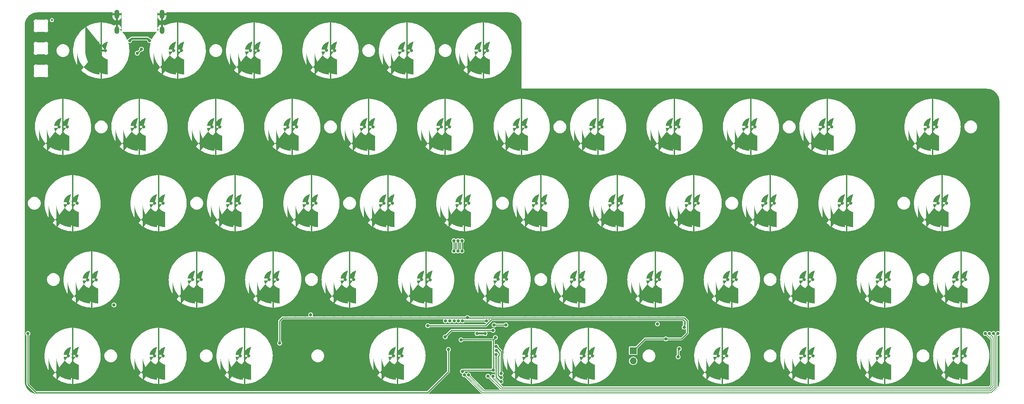
<source format=gbr>
%TF.GenerationSoftware,KiCad,Pcbnew,(7.0.0)*%
%TF.CreationDate,2023-09-15T12:32:04+02:00*%
%TF.ProjectId,vanagon topre,76616e61-676f-46e2-9074-6f7072652e6b,rev?*%
%TF.SameCoordinates,Original*%
%TF.FileFunction,Copper,L1,Top*%
%TF.FilePolarity,Positive*%
%FSLAX46Y46*%
G04 Gerber Fmt 4.6, Leading zero omitted, Abs format (unit mm)*
G04 Created by KiCad (PCBNEW (7.0.0)) date 2023-09-15 12:32:04*
%MOMM*%
%LPD*%
G01*
G04 APERTURE LIST*
G04 Aperture macros list*
%AMFreePoly0*
4,1,70,0.600000,2.214159,0.320477,2.144936,0.052085,2.040578,-0.200780,1.902795,-0.433976,1.733843,-0.643683,1.536492,-0.826466,1.313972,-0.979332,1.069928,-1.099775,0.808360,-1.185824,0.533550,-1.236068,0.250000,0.000000,0.250000,0.095671,0.230970,0.176777,0.176777,0.230970,0.095671,0.250000,0.000000,0.230970,-0.095671,0.176777,-0.176777,0.095671,-0.230970,0.000000,-0.250000,
-1.236068,-0.250000,-1.185824,-0.533550,-1.099775,-0.808360,-0.979332,-1.069928,-0.826466,-1.313972,-0.643683,-1.536492,-0.433976,-1.733843,-0.200780,-1.902795,0.052085,-2.040578,0.320477,-2.144936,0.600000,-2.214159,0.600000,-5.986652,0.115133,-5.934392,-0.363889,-5.842928,-0.833900,-5.712864,-1.291796,-5.545058,-1.734552,-5.340620,-2.159242,-5.100901,-2.563061,-4.827483,-2.943342,-4.522174,
-3.297572,-4.186989,-3.623410,-3.824144,-3.918705,-3.436035,-4.181506,-3.025227,-4.410075,-2.594434,-4.602904,-2.146500,-4.758719,-1.684386,-4.876489,-1.211145,-4.955438,-0.729902,-4.995043,-0.243838,-4.995043,0.243838,-4.955438,0.729902,-4.876489,1.211145,-4.758719,1.684386,-4.602904,2.146500,-4.410075,2.594434,-4.181506,3.025227,-3.918705,3.436035,-3.623410,3.824144,-3.297572,4.186989,
-2.943342,4.522174,-2.563061,4.827483,-2.159242,5.100901,-1.734552,5.340620,-1.291796,5.545058,-0.833900,5.712864,-0.363889,5.842928,0.115133,5.934392,0.600000,5.986652,0.600000,2.214159,0.600000,2.214159,$1*%
%AMFreePoly1*
4,1,17,0.124698,7.156366,0.180194,7.086777,0.200000,7.000000,0.200000,-7.000000,0.180194,-7.086777,0.124698,-7.156366,0.044504,-7.194986,-0.044504,-7.194986,-0.124698,-7.156366,-0.180194,-7.086777,-0.200000,-7.000000,-0.200000,7.000000,-0.180194,7.086777,-0.124698,7.156366,-0.044504,7.194986,0.044504,7.194986,0.124698,7.156366,0.124698,7.156366,$1*%
%AMFreePoly2*
4,1,68,0.600000,2.214159,0.320477,2.144936,0.052085,2.040578,-0.200780,1.902795,-0.433976,1.733843,-0.643683,1.536492,-0.826466,1.313972,-0.979332,1.069928,-1.099775,0.808360,-1.185824,0.533550,-1.236068,0.250000,0.000000,0.250000,0.095671,0.230970,0.176777,0.176777,0.230970,0.095671,0.250000,0.000000,0.230970,-0.095671,0.176777,-0.176777,0.095671,-0.230970,0.000000,-0.250000,
-1.236068,-0.250000,-1.185824,-0.533550,-1.099775,-0.808360,-0.979332,-1.069928,-0.826466,-1.313972,-0.643683,-1.536492,-0.433976,-1.733843,-0.200780,-1.902795,0.052085,-2.040578,0.320477,-2.144936,0.600000,-2.214159,0.600000,-5.986652,0.115133,-5.934392,-0.363889,-5.842928,-0.833900,-5.712864,-1.291796,-5.545058,-1.734552,-5.340620,-2.159242,-5.100901,-2.563061,-4.827483,-2.943342,-4.522174,
-3.297572,-4.186989,-3.623410,-3.824144,-3.918705,-3.436035,-4.181506,-3.025227,-4.410075,-2.594434,-4.602904,-2.146500,-4.758719,-1.684386,-4.876489,-1.211145,-4.955438,-0.729902,-4.995043,-0.243838,-4.995043,0.243838,-4.955438,0.729902,-4.876489,1.211145,-4.758719,1.684386,-4.602904,2.146500,-4.410075,2.594434,-4.181506,3.025227,-3.918705,3.436035,-3.728000,3.743000,-3.531000,3.743000,
-2.940000,3.349000,-1.561000,4.334000,-1.758000,5.319000,-0.833900,5.712864,-0.363889,5.842928,0.115133,5.934392,0.600000,5.986652,0.600000,2.214159,0.600000,2.214159,$1*%
%AMFreePoly3*
4,1,69,0.600000,2.214159,0.320477,2.144936,0.052085,2.040578,-0.200780,1.902795,-0.433976,1.733843,-0.643683,1.536492,-0.826466,1.313972,-0.979332,1.069928,-1.099775,0.808360,-1.185824,0.533550,-1.236068,0.250000,0.000000,0.250000,0.095671,0.230970,0.176777,0.176777,0.230970,0.095671,0.250000,0.000000,0.230970,-0.095671,0.176777,-0.176777,0.095671,-0.230970,0.000000,-0.250000,
-1.236068,-0.250000,-1.185824,-0.533550,-1.099775,-0.808360,-0.979332,-1.069928,-0.826466,-1.313972,-0.643683,-1.536492,-0.433976,-1.733843,-0.200780,-1.902795,0.052085,-2.040578,0.320477,-2.144936,0.600000,-2.214159,0.600000,-5.986652,0.115133,-5.934392,-0.363889,-5.842928,-0.833900,-5.712864,-1.291796,-5.545058,-1.734552,-5.340620,-1.568242,-4.509901,-1.955000,-4.137000,-2.546000,-3.546000,
-3.728000,-3.743000,-3.918705,-3.436035,-4.181506,-3.025227,-4.410075,-2.594434,-4.602904,-2.146500,-4.758719,-1.684386,-4.876489,-1.211145,-4.955438,-0.729902,-4.995043,-0.243838,-4.995043,0.243838,-4.955438,0.729902,-4.876489,1.211145,-4.758719,1.684386,-4.602904,2.146500,-4.410075,2.594434,-4.181506,3.025227,-3.918705,3.436035,-3.623410,3.824144,-3.297572,4.186989,-2.943342,4.522174,
-2.563061,4.827483,-2.159242,5.100901,-1.734552,5.340620,-1.291796,5.545058,-0.833900,5.712864,-0.363889,5.842928,0.115133,5.934392,0.600000,5.986652,0.600000,2.214159,0.600000,2.214159,$1*%
G04 Aperture macros list end*
%TA.AperFunction,SMDPad,CuDef*%
%ADD10FreePoly0,0.000000*%
%TD*%
%TA.AperFunction,SMDPad,CuDef*%
%ADD11FreePoly0,180.000000*%
%TD*%
%TA.AperFunction,SMDPad,CuDef*%
%ADD12FreePoly1,0.000000*%
%TD*%
%TA.AperFunction,SMDPad,CuDef*%
%ADD13FreePoly1,180.000000*%
%TD*%
%TA.AperFunction,SMDPad,CuDef*%
%ADD14FreePoly2,0.000000*%
%TD*%
%TA.AperFunction,SMDPad,CuDef*%
%ADD15FreePoly3,180.000000*%
%TD*%
%TA.AperFunction,ComponentPad*%
%ADD16R,1.700000X1.700000*%
%TD*%
%TA.AperFunction,ComponentPad*%
%ADD17O,1.700000X1.700000*%
%TD*%
%TA.AperFunction,ComponentPad*%
%ADD18O,1.200000X2.250000*%
%TD*%
%TA.AperFunction,ComponentPad*%
%ADD19O,1.200000X1.850000*%
%TD*%
%TA.AperFunction,ViaPad*%
%ADD20C,0.800000*%
%TD*%
%TA.AperFunction,ViaPad*%
%ADD21C,0.620000*%
%TD*%
%TA.AperFunction,ViaPad*%
%ADD22C,0.600000*%
%TD*%
%TA.AperFunction,Conductor*%
%ADD23C,0.250000*%
%TD*%
%TA.AperFunction,Conductor*%
%ADD24C,0.200000*%
%TD*%
%TA.AperFunction,Conductor*%
%ADD25C,0.500000*%
%TD*%
G04 APERTURE END LIST*
D10*
%TO.P,SW_EC23,1,1*%
%TO.N,ROW2*%
X118062500Y-96837500D03*
D11*
%TO.P,SW_EC23,2,2*%
%TO.N,COL4*%
X120062500Y-96837500D03*
D12*
%TO.P,SW_EC23,3,3*%
%TO.N,GND*%
X119062500Y-96837500D03*
%TD*%
D10*
%TO.P,SW_EC26,1,1*%
%TO.N,ROW2*%
X175212500Y-96837500D03*
D11*
%TO.P,SW_EC26,2,2*%
%TO.N,COL7*%
X177212500Y-96837500D03*
D12*
%TO.P,SW_EC26,3,3*%
%TO.N,GND*%
X176212500Y-96837500D03*
%TD*%
D10*
%TO.P,SW_EC31,1,1*%
%TO.N,ROW3*%
X44243750Y-115887500D03*
D11*
%TO.P,SW_EC31,2,2*%
%TO.N,COL0*%
X46243750Y-115887500D03*
D12*
%TO.P,SW_EC31,3,3*%
%TO.N,GND*%
X45243750Y-115887500D03*
%TD*%
D11*
%TO.P,SW_EC32,1,1*%
%TO.N,ROW3*%
X72437500Y-115887500D03*
D10*
%TO.P,SW_EC32,2,2*%
%TO.N,COL1*%
X70437500Y-115887500D03*
D13*
%TO.P,SW_EC32,3,3*%
%TO.N,GND*%
X71437500Y-115887500D03*
%TD*%
D11*
%TO.P,SW_EC50,1,1*%
%TO.N,ROW4*%
X224837500Y-134937500D03*
D10*
%TO.P,SW_EC50,2,2*%
%TO.N,COL9*%
X222837500Y-134937500D03*
D13*
%TO.P,SW_EC50,3,3*%
%TO.N,GND*%
X223837500Y-134937500D03*
%TD*%
D10*
%TO.P,SW_EC10,1,1*%
%TO.N,ROW1*%
X94250000Y-77787500D03*
D11*
%TO.P,SW_EC10,2,2*%
%TO.N,COL3*%
X96250000Y-77787500D03*
D12*
%TO.P,SW_EC10,3,3*%
%TO.N,GND*%
X95250000Y-77787500D03*
%TD*%
D10*
%TO.P,SW_EC11,1,1*%
%TO.N,ROW1*%
X113300000Y-77787500D03*
D11*
%TO.P,SW_EC11,2,2*%
%TO.N,COL4*%
X115300000Y-77787500D03*
D12*
%TO.P,SW_EC11,3,3*%
%TO.N,GND*%
X114300000Y-77787500D03*
%TD*%
D10*
%TO.P,SW_EC25,1,1*%
%TO.N,ROW2*%
X156162500Y-96837500D03*
D11*
%TO.P,SW_EC25,2,2*%
%TO.N,COL6*%
X158162500Y-96837500D03*
D12*
%TO.P,SW_EC25,3,3*%
%TO.N,GND*%
X157162500Y-96837500D03*
%TD*%
D11*
%TO.P,SW_EC39,1,1*%
%TO.N,ROW3*%
X205787500Y-115887500D03*
D10*
%TO.P,SW_EC39,2,2*%
%TO.N,COL8*%
X203787500Y-115887500D03*
D13*
%TO.P,SW_EC39,3,3*%
%TO.N,GND*%
X204787500Y-115887500D03*
%TD*%
D10*
%TO.P,SW_EC28,1,1*%
%TO.N,ROW2*%
X213312500Y-96837500D03*
D11*
%TO.P,SW_EC28,2,2*%
%TO.N,COL9*%
X215312500Y-96837500D03*
D12*
%TO.P,SW_EC28,3,3*%
%TO.N,GND*%
X214312500Y-96837500D03*
%TD*%
D10*
%TO.P,SW_EC21,1,1*%
%TO.N,ROW2*%
X79962500Y-96837500D03*
D11*
%TO.P,SW_EC21,2,2*%
%TO.N,COL2*%
X81962500Y-96837500D03*
D12*
%TO.P,SW_EC21,3,3*%
%TO.N,GND*%
X80962500Y-96837500D03*
%TD*%
D10*
%TO.P,SW_EC9,1,1*%
%TO.N,ROW1*%
X75200000Y-77787500D03*
D11*
%TO.P,SW_EC9,2,2*%
%TO.N,COL2*%
X77200000Y-77787500D03*
D12*
%TO.P,SW_EC9,3,3*%
%TO.N,GND*%
X76200000Y-77787500D03*
%TD*%
D11*
%TO.P,SW_EC54,1,1*%
%TO.N,ROW4*%
X262937500Y-134937500D03*
D10*
%TO.P,SW_EC54,2,2*%
%TO.N,COL11*%
X260937500Y-134937500D03*
D13*
%TO.P,SW_EC54,3,3*%
%TO.N,GND*%
X261937500Y-134937500D03*
%TD*%
D10*
%TO.P,SW_EC7,1,1*%
%TO.N,ROW1*%
X37100000Y-77787500D03*
D11*
%TO.P,SW_EC7,2,2*%
%TO.N,COL0*%
X39100000Y-77787500D03*
D12*
%TO.P,SW_EC7,3,3*%
%TO.N,GND*%
X38100000Y-77787500D03*
%TD*%
D11*
%TO.P,SW_EC35,1,1*%
%TO.N,ROW3*%
X129587500Y-115887500D03*
D10*
%TO.P,SW_EC35,2,2*%
%TO.N,COL4*%
X127587500Y-115887500D03*
D13*
%TO.P,SW_EC35,3,3*%
%TO.N,GND*%
X128587500Y-115887500D03*
%TD*%
D10*
%TO.P,SW_EC19,1,1*%
%TO.N,ROW2*%
X39481250Y-96837500D03*
D11*
%TO.P,SW_EC19,2,2*%
%TO.N,COL0*%
X41481250Y-96837500D03*
D12*
%TO.P,SW_EC19,3,3*%
%TO.N,GND*%
X40481250Y-96837500D03*
%TD*%
D11*
%TO.P,SW_EC34,1,1*%
%TO.N,ROW3*%
X110537500Y-115887500D03*
D10*
%TO.P,SW_EC34,2,2*%
%TO.N,COL3*%
X108537500Y-115887500D03*
D13*
%TO.P,SW_EC34,3,3*%
%TO.N,GND*%
X109537500Y-115887500D03*
%TD*%
D11*
%TO.P,SW_EC4,1,1*%
%TO.N,ROW0*%
X105775000Y-58737500D03*
D10*
%TO.P,SW_EC4,2,2*%
%TO.N,COL3*%
X103775000Y-58737500D03*
D13*
%TO.P,SW_EC4,3,3*%
%TO.N,GND*%
X104775000Y-58737500D03*
%TD*%
D11*
%TO.P,SW_EC37,1,1*%
%TO.N,ROW3*%
X167687500Y-115887500D03*
D10*
%TO.P,SW_EC37,2,2*%
%TO.N,COL6*%
X165687500Y-115887500D03*
D13*
%TO.P,SW_EC37,3,3*%
%TO.N,GND*%
X166687500Y-115887500D03*
%TD*%
D11*
%TO.P,SW_EC38,1,1*%
%TO.N,ROW3*%
X186737500Y-115887500D03*
D10*
%TO.P,SW_EC38,2,2*%
%TO.N,COL7*%
X184737500Y-115887500D03*
D13*
%TO.P,SW_EC38,3,3*%
%TO.N,GND*%
X185737500Y-115887500D03*
%TD*%
D10*
%TO.P,SW_EC16,1,1*%
%TO.N,ROW1*%
X208550000Y-77787500D03*
D11*
%TO.P,SW_EC16,2,2*%
%TO.N,COL9*%
X210550000Y-77787500D03*
D12*
%TO.P,SW_EC16,3,3*%
%TO.N,GND*%
X209550000Y-77787500D03*
%TD*%
D11*
%TO.P,SW_EC5,1,1*%
%TO.N,ROW0*%
X124825000Y-58737500D03*
D10*
%TO.P,SW_EC5,2,2*%
%TO.N,COL4*%
X122825000Y-58737500D03*
D13*
%TO.P,SW_EC5,3,3*%
%TO.N,GND*%
X123825000Y-58737500D03*
%TD*%
D10*
%TO.P,SW_EC43,1,1*%
%TO.N,ROW4*%
X39481250Y-134937500D03*
D11*
%TO.P,SW_EC43,2,2*%
%TO.N,COL0*%
X41481250Y-134937500D03*
D12*
%TO.P,SW_EC43,3,3*%
%TO.N,GND*%
X40481250Y-134937500D03*
%TD*%
D10*
%TO.P,SW_EC29,1,1*%
%TO.N,ROW2*%
X232362500Y-96837500D03*
D11*
%TO.P,SW_EC29,2,2*%
%TO.N,COL10*%
X234362500Y-96837500D03*
D12*
%TO.P,SW_EC29,3,3*%
%TO.N,GND*%
X233362500Y-96837500D03*
%TD*%
D10*
%TO.P,SW_EC42,1,1*%
%TO.N,ROW3*%
X260937500Y-115887500D03*
D11*
%TO.P,SW_EC42,2,2*%
%TO.N,COL11*%
X262937500Y-115887500D03*
D12*
%TO.P,SW_EC42,3,3*%
%TO.N,GND*%
X261937500Y-115887500D03*
%TD*%
D10*
%TO.P,SW_EC30,1,1*%
%TO.N,ROW2*%
X256175000Y-96837500D03*
D11*
%TO.P,SW_EC30,2,2*%
%TO.N,COL11*%
X258175000Y-96837500D03*
D12*
%TO.P,SW_EC30,3,3*%
%TO.N,GND*%
X257175000Y-96837500D03*
%TD*%
D11*
%TO.P,SW_EC2,1,1*%
%TO.N,ROW0*%
X67675000Y-58737500D03*
D14*
%TO.P,SW_EC2,2,2*%
%TO.N,COL1*%
X65675000Y-58737500D03*
D13*
%TO.P,SW_EC2,3,3*%
%TO.N,GND*%
X66675000Y-58737500D03*
%TD*%
D10*
%TO.P,SW_EC20,1,1*%
%TO.N,ROW2*%
X60912500Y-96837500D03*
D11*
%TO.P,SW_EC20,2,2*%
%TO.N,COL1*%
X62912500Y-96837500D03*
D12*
%TO.P,SW_EC20,3,3*%
%TO.N,GND*%
X61912500Y-96837500D03*
%TD*%
D10*
%TO.P,SW_EC12,1,1*%
%TO.N,ROW1*%
X132350000Y-77787500D03*
D11*
%TO.P,SW_EC12,2,2*%
%TO.N,COL5*%
X134350000Y-77787500D03*
D12*
%TO.P,SW_EC12,3,3*%
%TO.N,GND*%
X133350000Y-77787500D03*
%TD*%
D10*
%TO.P,SW_EC36,1,1*%
%TO.N,ROW3*%
X146637500Y-115887500D03*
D11*
%TO.P,SW_EC36,2,2*%
%TO.N,COL5*%
X148637500Y-115887500D03*
D12*
%TO.P,SW_EC36,3,3*%
%TO.N,GND*%
X147637500Y-115887500D03*
%TD*%
D10*
%TO.P,SW_EC17,1,1*%
%TO.N,ROW1*%
X227600000Y-77787500D03*
D11*
%TO.P,SW_EC17,2,2*%
%TO.N,COL10*%
X229600000Y-77787500D03*
D12*
%TO.P,SW_EC17,3,3*%
%TO.N,GND*%
X228600000Y-77787500D03*
%TD*%
D10*
%TO.P,SW_EC13,1,1*%
%TO.N,ROW1*%
X151400000Y-77787500D03*
D11*
%TO.P,SW_EC13,2,2*%
%TO.N,COL6*%
X153400000Y-77787500D03*
D12*
%TO.P,SW_EC13,3,3*%
%TO.N,GND*%
X152400000Y-77787500D03*
%TD*%
D11*
%TO.P,SW_EC3,1,1*%
%TO.N,ROW0*%
X86725000Y-58737500D03*
D10*
%TO.P,SW_EC3,2,2*%
%TO.N,COL2*%
X84725000Y-58737500D03*
D13*
%TO.P,SW_EC3,3,3*%
%TO.N,GND*%
X85725000Y-58737500D03*
%TD*%
D10*
%TO.P,SW_EC14,1,1*%
%TO.N,ROW1*%
X170450000Y-77787500D03*
D11*
%TO.P,SW_EC14,2,2*%
%TO.N,COL7*%
X172450000Y-77787500D03*
D12*
%TO.P,SW_EC14,3,3*%
%TO.N,GND*%
X171450000Y-77787500D03*
%TD*%
D11*
%TO.P,SW_EC49,1,1*%
%TO.N,ROW4*%
X203406250Y-134937500D03*
D10*
%TO.P,SW_EC49,2,2*%
%TO.N,COL8*%
X201406250Y-134937500D03*
D13*
%TO.P,SW_EC49,3,3*%
%TO.N,GND*%
X202406250Y-134937500D03*
%TD*%
D11*
%TO.P,SW_EC41,1,1*%
%TO.N,ROW3*%
X243887500Y-115887500D03*
D10*
%TO.P,SW_EC41,2,2*%
%TO.N,COL10*%
X241887500Y-115887500D03*
D13*
%TO.P,SW_EC41,3,3*%
%TO.N,GND*%
X242887500Y-115887500D03*
%TD*%
D11*
%TO.P,SW_EC47,1,1*%
%TO.N,ROW4*%
X155781250Y-134937500D03*
D10*
%TO.P,SW_EC47,2,2*%
%TO.N,COL5*%
X153781250Y-134937500D03*
D13*
%TO.P,SW_EC47,3,3*%
%TO.N,GND*%
X154781250Y-134937500D03*
%TD*%
D11*
%TO.P,SW_EC48,1,1*%
%TO.N,ROW4*%
X170068750Y-134937500D03*
D10*
%TO.P,SW_EC48,2,2*%
%TO.N,COL6*%
X168068750Y-134937500D03*
D13*
%TO.P,SW_EC48,3,3*%
%TO.N,GND*%
X169068750Y-134937500D03*
%TD*%
D11*
%TO.P,SW_EC40,1,1*%
%TO.N,ROW3*%
X224837500Y-115887500D03*
D10*
%TO.P,SW_EC40,2,2*%
%TO.N,COL9*%
X222837500Y-115887500D03*
D13*
%TO.P,SW_EC40,3,3*%
%TO.N,GND*%
X223837500Y-115887500D03*
%TD*%
D11*
%TO.P,SW_EC45,1,1*%
%TO.N,ROW4*%
X84343750Y-134937500D03*
D10*
%TO.P,SW_EC45,2,2*%
%TO.N,COL2*%
X82343750Y-134937500D03*
D13*
%TO.P,SW_EC45,3,3*%
%TO.N,GND*%
X83343750Y-134937500D03*
%TD*%
D10*
%TO.P,SW_EC24,1,1*%
%TO.N,ROW2*%
X137112500Y-96837500D03*
D11*
%TO.P,SW_EC24,2,2*%
%TO.N,COL5*%
X139112500Y-96837500D03*
D12*
%TO.P,SW_EC24,3,3*%
%TO.N,GND*%
X138112500Y-96837500D03*
%TD*%
D11*
%TO.P,SW_EC6,1,1*%
%TO.N,ROW0*%
X143875000Y-58737500D03*
D10*
%TO.P,SW_EC6,2,2*%
%TO.N,COL5*%
X141875000Y-58737500D03*
D13*
%TO.P,SW_EC6,3,3*%
%TO.N,GND*%
X142875000Y-58737500D03*
%TD*%
D10*
%TO.P,SW_EC27,1,1*%
%TO.N,ROW2*%
X194262500Y-96837500D03*
D11*
%TO.P,SW_EC27,2,2*%
%TO.N,COL8*%
X196262500Y-96837500D03*
D12*
%TO.P,SW_EC27,3,3*%
%TO.N,GND*%
X195262500Y-96837500D03*
%TD*%
D10*
%TO.P,SW_EC22,1,1*%
%TO.N,ROW2*%
X99012500Y-96837500D03*
D11*
%TO.P,SW_EC22,2,2*%
%TO.N,COL3*%
X101012500Y-96837500D03*
D12*
%TO.P,SW_EC22,3,3*%
%TO.N,GND*%
X100012500Y-96837500D03*
%TD*%
D11*
%TO.P,SW_EC33,1,1*%
%TO.N,ROW3*%
X91487500Y-115887500D03*
D10*
%TO.P,SW_EC33,2,2*%
%TO.N,COL2*%
X89487500Y-115887500D03*
D13*
%TO.P,SW_EC33,3,3*%
%TO.N,GND*%
X90487500Y-115887500D03*
%TD*%
D10*
%TO.P,SW_EC44,1,1*%
%TO.N,ROW4*%
X60912500Y-134937500D03*
D11*
%TO.P,SW_EC44,2,2*%
%TO.N,COL1*%
X62912500Y-134937500D03*
D12*
%TO.P,SW_EC44,3,3*%
%TO.N,GND*%
X61912500Y-134937500D03*
%TD*%
D10*
%TO.P,SW_EC15,1,1*%
%TO.N,ROW1*%
X189500000Y-77787500D03*
D11*
%TO.P,SW_EC15,2,2*%
%TO.N,COL8*%
X191500000Y-77787500D03*
D12*
%TO.P,SW_EC15,3,3*%
%TO.N,GND*%
X190500000Y-77787500D03*
%TD*%
D11*
%TO.P,SW_EC51,1,1*%
%TO.N,ROW4*%
X243887500Y-134937500D03*
D10*
%TO.P,SW_EC51,2,2*%
%TO.N,COL10*%
X241887500Y-134937500D03*
D13*
%TO.P,SW_EC51,3,3*%
%TO.N,GND*%
X242887500Y-134937500D03*
%TD*%
D10*
%TO.P,SW_EC8,1,1*%
%TO.N,ROW1*%
X56150000Y-77787500D03*
D11*
%TO.P,SW_EC8,2,2*%
%TO.N,COL1*%
X58150000Y-77787500D03*
D12*
%TO.P,SW_EC8,3,3*%
%TO.N,GND*%
X57150000Y-77787500D03*
%TD*%
D10*
%TO.P,SW_EC18,1,1*%
%TO.N,ROW1*%
X253793750Y-77787500D03*
D11*
%TO.P,SW_EC18,2,2*%
%TO.N,COL11*%
X255793750Y-77787500D03*
D12*
%TO.P,SW_EC18,3,3*%
%TO.N,GND*%
X254793750Y-77787500D03*
%TD*%
D11*
%TO.P,SW_EC46,1,1*%
%TO.N,ROW4*%
X122443750Y-134937500D03*
D10*
%TO.P,SW_EC46,2,2*%
%TO.N,COL4*%
X120443750Y-134937500D03*
D13*
%TO.P,SW_EC46,3,3*%
%TO.N,GND*%
X121443750Y-134937500D03*
%TD*%
D15*
%TO.P,SW_EC1,1,1*%
%TO.N,ROW0*%
X48625000Y-58737500D03*
D10*
%TO.P,SW_EC1,2,2*%
%TO.N,COL0*%
X46625000Y-58737500D03*
D13*
%TO.P,SW_EC1,3,3*%
%TO.N,GND*%
X47625000Y-58737500D03*
%TD*%
D16*
%TO.P,SW1,1,A*%
%TO.N,VBAT*%
X180181249Y-133662499D03*
D17*
%TO.P,SW1,2,B*%
%TO.N,BOOT0*%
X180181249Y-136202499D03*
%TD*%
D18*
%TO.P,J3,S1,SHIELD*%
%TO.N,GND*%
X51529999Y-49649999D03*
D19*
X51529999Y-53649999D03*
D18*
X62769999Y-49649999D03*
D19*
X62769999Y-53649999D03*
%TD*%
D20*
%TO.N,*%
X50800000Y-122237500D03*
%TO.N,GND*%
X73025000Y-90297000D03*
X181784186Y-124742241D03*
X130692326Y-128558402D03*
X137572029Y-142288666D03*
X142494000Y-86868000D03*
X187325000Y-128587500D03*
X84455000Y-106045000D03*
X130683000Y-134493000D03*
X199644000Y-84074000D03*
X130556000Y-90170000D03*
X129016957Y-139313985D03*
X130556000Y-103378000D03*
X123317000Y-103505000D03*
X65405000Y-106045000D03*
X129033002Y-141191231D03*
X119871686Y-124742241D03*
X212740436Y-124742241D03*
X53196686Y-124742241D03*
X75819000Y-90297000D03*
X40513000Y-127000000D03*
X104655601Y-83944962D03*
X106045000Y-103505000D03*
X101219000Y-65278000D03*
X130556000Y-97028000D03*
X125857000Y-106045000D03*
X43815000Y-84455000D03*
X129396686Y-124742241D03*
X130713297Y-131550693D03*
X40640000Y-69342000D03*
X119380000Y-65278000D03*
X37084000Y-69342000D03*
X106045000Y-106045000D03*
X127015436Y-124742241D03*
X126619000Y-97155000D03*
X196088000Y-127254000D03*
X140843000Y-112014000D03*
X92202000Y-90170000D03*
X68707000Y-82042000D03*
X124524826Y-86976027D03*
X40496686Y-124742241D03*
X216154000Y-86614000D03*
X221488000Y-127127000D03*
X62738000Y-127000000D03*
X126238000Y-142621000D03*
X93024459Y-129662503D03*
X216154000Y-84074000D03*
X184165436Y-124742241D03*
X147637500Y-103187500D03*
X153209186Y-124742241D03*
X220218000Y-105918000D03*
X230996686Y-124742241D03*
X142767073Y-139807927D03*
X103202936Y-124742241D03*
X217502936Y-124742241D03*
X116840000Y-65278000D03*
X42877936Y-124742241D03*
X110346686Y-124742241D03*
X178943000Y-84201000D03*
X71128172Y-128570780D03*
X35179000Y-66421000D03*
X217678000Y-103378000D03*
X228615436Y-124742241D03*
X68707000Y-84582000D03*
X98425000Y-87122000D03*
X82042000Y-67818000D03*
X95250000Y-87122000D03*
X35052000Y-70231000D03*
X105584186Y-124742241D03*
X160274000Y-127254000D03*
X256381250Y-128587500D03*
X212725000Y-127381000D03*
X140843000Y-109728000D03*
X79502000Y-65278000D03*
X135255000Y-67818000D03*
X124634186Y-124742241D03*
X241300000Y-127254000D03*
X150368000Y-103251000D03*
X191309186Y-124742241D03*
X172259186Y-124742241D03*
X141287500Y-134937500D03*
X237617000Y-105918000D03*
X65405000Y-82042000D03*
X67437000Y-127000000D03*
X108077000Y-87122000D03*
X137795000Y-67818000D03*
X68707000Y-69469000D03*
X46355000Y-84455000D03*
X49530000Y-103378000D03*
X235966000Y-86614000D03*
X238506000Y-86614000D03*
X155590436Y-124742241D03*
X135255000Y-65278000D03*
X226234186Y-124742241D03*
X57150000Y-103378000D03*
X60960000Y-65278000D03*
X126619000Y-92456000D03*
X159385000Y-142113000D03*
X124524826Y-83801027D03*
X197104000Y-86614000D03*
X200834186Y-124742241D03*
X122252936Y-124742241D03*
X163957000Y-105918000D03*
X140843000Y-119761000D03*
X163957000Y-103378000D03*
X60325000Y-127000000D03*
X147652936Y-124742241D03*
X142890436Y-124742241D03*
X177021686Y-124742241D03*
X238887000Y-127254000D03*
X43434000Y-66548000D03*
X226187000Y-127127000D03*
X60977995Y-69177863D03*
X200787000Y-127254000D03*
X46355000Y-86995000D03*
X91296686Y-124742241D03*
X93677936Y-124742241D03*
X83080417Y-84114370D03*
X81788000Y-127254000D03*
X241315436Y-124742241D03*
D21*
X37100000Y-51152500D03*
D20*
X126746000Y-108077000D03*
X89027000Y-87122000D03*
X70485000Y-86995000D03*
X126619000Y-94615000D03*
X115062000Y-127381000D03*
X101480601Y-83944962D03*
D21*
X29875000Y-51152500D03*
D20*
X130556000Y-101600000D03*
X32893000Y-142748000D03*
X174117000Y-142081250D03*
X123317000Y-106045000D03*
X161417000Y-84328000D03*
X49530000Y-105918000D03*
X49532813Y-128598196D03*
X183007000Y-103378000D03*
X231013000Y-127254000D03*
X73025000Y-86995000D03*
X78994000Y-86995000D03*
X68707000Y-77216000D03*
X240157000Y-105918000D03*
X196071686Y-124742241D03*
X98440436Y-124742241D03*
X63119000Y-69215000D03*
D21*
X37100000Y-62417500D03*
D20*
X238506000Y-84074000D03*
X150368000Y-106426000D03*
X57959186Y-124742241D03*
X148463000Y-128524000D03*
X174640436Y-124742241D03*
D21*
X29875000Y-56785000D03*
D20*
X62865000Y-87122000D03*
X43434000Y-69342000D03*
X53213000Y-127000000D03*
X245999000Y-127254000D03*
X52451000Y-65278000D03*
X134143750Y-130968750D03*
X53975000Y-103378000D03*
X88915436Y-124742241D03*
X199517000Y-105918000D03*
X161417000Y-105918000D03*
X189323743Y-127000487D03*
X199517000Y-103378000D03*
X142494000Y-84328000D03*
X117856000Y-87122000D03*
X77089000Y-127254000D03*
X77575445Y-128598196D03*
X197104000Y-84074000D03*
X87757000Y-142748000D03*
X45259186Y-124742241D03*
X125857000Y-103505000D03*
X183007000Y-105918000D03*
X62865000Y-84582000D03*
X65405000Y-84582000D03*
X67484186Y-124742241D03*
X236243016Y-127624810D03*
X169877936Y-124742241D03*
X181483000Y-86741000D03*
X112727936Y-124742241D03*
X147637500Y-106362500D03*
X77009186Y-124742241D03*
X68707000Y-79502000D03*
X104648000Y-90170000D03*
X111918750Y-128587500D03*
X42926000Y-127000000D03*
X180467000Y-105918000D03*
D21*
X37100000Y-62417500D03*
X29875000Y-51152500D03*
D20*
X55653979Y-59080896D03*
X221471686Y-124742241D03*
X133223000Y-103505000D03*
X210359186Y-124742241D03*
X50815436Y-124742241D03*
X47640436Y-124742241D03*
X114427000Y-87122000D03*
X248539000Y-127254000D03*
X59055000Y-59088750D03*
X119888000Y-127381000D03*
X235759186Y-124742241D03*
X238934186Y-124742241D03*
X130556000Y-92456000D03*
X57912000Y-127000000D03*
X98679000Y-67818000D03*
X86995000Y-103505000D03*
X145271686Y-124742241D03*
X79502000Y-67818000D03*
X67056000Y-89408000D03*
X132588000Y-108839000D03*
X89154000Y-90170000D03*
X127000000Y-127254000D03*
X86995000Y-106045000D03*
X74676000Y-127254000D03*
X36703000Y-142748000D03*
X160352936Y-124742241D03*
X119380000Y-67818000D03*
X161417000Y-86868000D03*
X100821686Y-124742241D03*
X86534186Y-124742241D03*
X142875000Y-122428000D03*
X59687000Y-61118750D03*
X133350000Y-138049000D03*
X178943000Y-86741000D03*
X162941000Y-142113000D03*
X86255417Y-86995000D03*
X138938000Y-106172000D03*
D21*
X29875000Y-62417500D03*
D20*
X161417000Y-103378000D03*
X92202000Y-87122000D03*
X167496686Y-124742241D03*
X147656277Y-131481250D03*
X65405000Y-87122000D03*
X121349826Y-83801027D03*
X103505000Y-106045000D03*
X126619000Y-67818000D03*
X90932000Y-126492000D03*
X62992000Y-65278000D03*
X55626000Y-127000000D03*
X47625000Y-127000000D03*
X126619000Y-101600000D03*
X108077000Y-90170000D03*
X55577936Y-124742241D03*
X165115436Y-124742241D03*
X75819000Y-86995000D03*
X157988000Y-127254000D03*
X46990000Y-103378000D03*
X130556000Y-94615000D03*
X180467000Y-103378000D03*
X115109186Y-124742241D03*
X130556000Y-99314000D03*
X210441976Y-127243260D03*
X68707000Y-67564000D03*
X114300000Y-90170000D03*
X128651000Y-86995000D03*
X202057000Y-105918000D03*
X177038000Y-142081250D03*
X186546686Y-124742241D03*
X203200000Y-127254000D03*
X237617000Y-103378000D03*
X266700000Y-88106250D03*
X98679000Y-65278000D03*
X228600000Y-127127000D03*
X205596686Y-124742241D03*
X146833514Y-129397867D03*
X65405000Y-103505000D03*
X32543750Y-71437500D03*
X111379000Y-87122000D03*
X57531000Y-65659000D03*
X86255417Y-84114370D03*
X248459186Y-124742241D03*
X139954000Y-86868000D03*
X126619000Y-99314000D03*
X207977936Y-124742241D03*
X103505000Y-103505000D03*
X67945000Y-103505000D03*
X72263000Y-127127000D03*
X101219000Y-67818000D03*
X218694000Y-84074000D03*
X95250000Y-90170000D03*
X217551000Y-127254000D03*
X218694000Y-86614000D03*
X69865436Y-124742241D03*
D21*
X29875000Y-56785000D03*
D20*
X246077936Y-124742241D03*
X134239000Y-110109000D03*
X128397000Y-83820000D03*
X218225500Y-128587500D03*
X83080417Y-86995000D03*
X129286000Y-142621000D03*
X250825000Y-127254000D03*
X37101630Y-54199602D03*
X202057000Y-103378000D03*
X124587000Y-90170000D03*
X215121686Y-124742241D03*
X101480601Y-87119962D03*
X243696686Y-124742241D03*
X74627936Y-124742241D03*
X81771686Y-124742241D03*
X124641410Y-127264270D03*
X96059186Y-124742241D03*
X223852936Y-124742241D03*
X181483000Y-84201000D03*
X157971686Y-124742241D03*
X193690436Y-124742241D03*
X199644000Y-86614000D03*
X152908000Y-103378000D03*
X70231000Y-90297000D03*
X56642000Y-142748000D03*
X59182000Y-69159697D03*
X130937000Y-86995000D03*
X158877000Y-86868000D03*
X139954000Y-84328000D03*
X86487000Y-127254000D03*
X240157000Y-103378000D03*
X92680732Y-124674500D03*
X217678000Y-105918000D03*
X43815000Y-86995000D03*
X84152936Y-124742241D03*
X159543750Y-128587500D03*
X95123000Y-136779000D03*
X116840000Y-67818000D03*
D21*
X29875000Y-62417500D03*
D20*
X188927936Y-124742241D03*
X253221686Y-124742241D03*
X137795000Y-65278000D03*
X208026000Y-127254000D03*
X84455000Y-103505000D03*
X121349826Y-86976027D03*
X107965436Y-124742241D03*
X131777936Y-124742241D03*
X50800000Y-127000000D03*
X86233000Y-90170000D03*
X60996161Y-71157940D03*
X235966000Y-84074000D03*
X46990000Y-105918000D03*
X220218000Y-103378000D03*
X82042000Y-65278000D03*
X72246686Y-124742241D03*
X65405000Y-79502000D03*
X203215436Y-124742241D03*
X52324000Y-71120000D03*
X40640000Y-66548000D03*
X68722701Y-71437500D03*
X233377936Y-124742241D03*
X124333000Y-67818000D03*
X67945000Y-106045000D03*
X140462000Y-107188000D03*
X62721686Y-124742241D03*
X52959000Y-142748000D03*
X111379000Y-90170000D03*
X205613000Y-127254000D03*
X179402936Y-124742241D03*
X45212000Y-127000000D03*
D21*
X37100000Y-51152500D03*
D20*
X60340436Y-124742241D03*
X104655601Y-87119962D03*
X250840436Y-124742241D03*
%TO.N,ROW0*%
X67648225Y-58737500D03*
X134493000Y-126191741D03*
X143874401Y-58747746D03*
X86757503Y-58724331D03*
X135514854Y-106200500D03*
X48649298Y-58737499D03*
X124929108Y-58720208D03*
X105777884Y-58720208D03*
X135509000Y-108799500D03*
%TO.N,COL0*%
X41582957Y-96860554D03*
X39127580Y-77772690D03*
X46635844Y-58737499D03*
X41532725Y-134918567D03*
X46355303Y-115955023D03*
%TO.N,COL1*%
X58217004Y-77813436D03*
X65630929Y-58749027D03*
X63022853Y-134927213D03*
X63005962Y-96849027D03*
X70379459Y-115871849D03*
%TO.N,COL2*%
X89465682Y-115870208D03*
X82288991Y-134902917D03*
X84774789Y-58735859D03*
X82061445Y-96837500D03*
X77202641Y-77787499D03*
%TO.N,COL3*%
X96292024Y-77761563D03*
X101142185Y-96860554D03*
X103754824Y-58685626D03*
X99824482Y-124674500D03*
X108437432Y-115880495D03*
%TO.N,COL4*%
X120439224Y-134901276D03*
X127474942Y-115932368D03*
X115362962Y-77803150D03*
X122785011Y-58720208D03*
X120176975Y-96853149D03*
%TO.N,COL5*%
X134391067Y-77813436D03*
X153661931Y-134977445D03*
X139219130Y-96837499D03*
X141907058Y-58737499D03*
X148665196Y-115845913D03*
%TO.N,ROW1*%
X132393944Y-77761563D03*
X113236156Y-77785859D03*
X136508503Y-108799500D03*
X136514357Y-106200500D03*
X94139281Y-77839373D03*
X189495115Y-77797786D03*
X135584302Y-126191741D03*
X227532152Y-77787499D03*
X75205518Y-77787499D03*
X37144866Y-77807272D03*
X170365218Y-77787500D03*
X151353644Y-77787499D03*
X208467224Y-77789140D03*
X253679673Y-77754558D03*
X56116134Y-77787499D03*
%TO.N,COL6*%
X165599800Y-115871849D03*
X158249439Y-96870441D03*
X153480451Y-77787499D03*
X167960477Y-134920209D03*
%TO.N,COL7*%
X184596286Y-115870208D03*
X177233637Y-96814445D03*
X172388278Y-77761563D03*
X186245500Y-127000000D03*
%TO.N,COL8*%
X201384873Y-134904558D03*
X191544111Y-77823723D03*
X196369130Y-96837500D03*
X203751673Y-115904791D03*
%TO.N,COL9*%
X222862633Y-134914845D03*
X222817323Y-115870209D03*
X210542157Y-77754558D03*
X215326911Y-96849027D03*
%TO.N,COL10*%
X229671927Y-77787499D03*
X241848270Y-115870209D03*
X241798159Y-134920208D03*
X234423021Y-96837500D03*
%TO.N,COL11*%
X263025479Y-115879815D03*
X191393857Y-135185820D03*
X260837192Y-134912524D03*
X255806480Y-77771849D03*
X191674500Y-133188114D03*
X258312931Y-96816086D03*
%TO.N,ROW2*%
X194242323Y-96820209D03*
X137508006Y-108799500D03*
X156122632Y-96853150D03*
X175106830Y-96797154D03*
X118050168Y-96835858D03*
X213200104Y-96831736D03*
X79934638Y-96820209D03*
X137092323Y-96820208D03*
X232296214Y-96820209D03*
X256186124Y-96798795D03*
X136652000Y-126191741D03*
X99015378Y-96843263D03*
X39456150Y-96843263D03*
X60879155Y-96831736D03*
X137513860Y-106200500D03*
%TO.N,ROW3*%
X91592489Y-115887499D03*
X224944130Y-115887500D03*
X167726607Y-115889140D03*
X129601749Y-115949659D03*
X186723093Y-115887499D03*
X146538389Y-115828622D03*
X205878480Y-115922082D03*
X72506266Y-115889140D03*
X260898672Y-115862524D03*
X243975077Y-115887500D03*
X133425211Y-126191741D03*
X110564239Y-115897786D03*
X44228496Y-115937732D03*
%TO.N,ROW4*%
X243924966Y-134937499D03*
X262963999Y-134929815D03*
X145542000Y-127254000D03*
X148463000Y-127254000D03*
X137668000Y-126238000D03*
X143599355Y-126191741D03*
X39405918Y-134901276D03*
X122566031Y-134918567D03*
X84415798Y-134920208D03*
X155788738Y-134994736D03*
X60896046Y-134909922D03*
X203511680Y-134921849D03*
X170087284Y-134937500D03*
X224989440Y-134932136D03*
%TO.N,VBAT*%
X137628225Y-138797732D03*
X143262000Y-129381250D03*
X145840027Y-130370204D03*
X138906250Y-125412500D03*
X188341000Y-130683000D03*
X92075000Y-131762500D03*
X141287500Y-129381250D03*
X145304807Y-138521768D03*
X137287000Y-130937000D03*
%TO.N,APLEX_OUT_PIN_0*%
X129007714Y-127420214D03*
X192881250Y-127793750D03*
%TO.N,VCC*%
X59690000Y-56261000D03*
X54700000Y-56261000D03*
%TO.N,APLEX_EN_PIN_1*%
X145256250Y-128587500D03*
X133350000Y-130175000D03*
%TO.N,D-*%
X57646247Y-58398253D03*
X56600574Y-59401776D03*
%TO.N,AMUX_SEL_2*%
X146050000Y-132556250D03*
X147248095Y-139310595D03*
%TO.N,AMUX_SEL_1*%
X146062548Y-133568301D03*
X147244161Y-140331260D03*
%TO.N,AMUX_SEL_0*%
X147242753Y-141387315D03*
X146040758Y-134567566D03*
%TO.N,ARGB_3V3*%
X29368750Y-129381250D03*
X134143750Y-133350000D03*
D22*
%TO.N,unconnected-(LED3-DOUT-Pad2)*%
X35325000Y-51152500D03*
X35325000Y-51152500D03*
D20*
%TO.N,ENC1*%
X268969747Y-129381250D03*
X143983244Y-139999500D03*
%TO.N,ENC2*%
X139119948Y-139705878D03*
X269969250Y-129381250D03*
%TO.N,SW1*%
X145256250Y-140056086D03*
X267970244Y-129381250D03*
%TO.N,SW2*%
X271062500Y-129381250D03*
X138112500Y-139700000D03*
%TD*%
D23*
%TO.N,ROW0*%
X135509000Y-108799500D02*
X135509000Y-106206354D01*
X135509000Y-106206354D02*
X135514854Y-106200500D01*
%TO.N,ROW1*%
X136508503Y-108799500D02*
X136508503Y-106206354D01*
X136508503Y-106206354D02*
X136514357Y-106200500D01*
%TO.N,COL11*%
X191393857Y-133468757D02*
X191393857Y-135185820D01*
X191674500Y-133188114D02*
X191393857Y-133468757D01*
%TO.N,ROW2*%
X137508006Y-106206354D02*
X137513860Y-106200500D01*
X137508006Y-108799500D02*
X137508006Y-106206354D01*
D24*
%TO.N,ROW4*%
X137668000Y-126238000D02*
X138049000Y-126238000D01*
D23*
X145542000Y-127254000D02*
X148463000Y-127254000D01*
X143553096Y-126238000D02*
X143599355Y-126191741D01*
X138049000Y-126238000D02*
X143553096Y-126238000D01*
%TO.N,VBAT*%
X138960991Y-125467241D02*
X192935991Y-125467241D01*
X183160750Y-130683000D02*
X188341000Y-130683000D01*
X193675000Y-126206250D02*
X193675000Y-129286000D01*
X192278000Y-130683000D02*
X188341000Y-130683000D01*
X145291550Y-130918681D02*
X145840027Y-130370204D01*
X145304807Y-138521768D02*
X137904189Y-138521768D01*
X145256250Y-130953981D02*
X145840027Y-130370204D01*
X101325592Y-125467241D02*
X100806250Y-125467241D01*
X145304807Y-138521768D02*
X145304807Y-130905424D01*
X137904189Y-138521768D02*
X137628225Y-138797732D01*
X180181250Y-133662500D02*
X183160750Y-130683000D01*
X92814009Y-125467241D02*
X92075000Y-126206250D01*
X193675000Y-129286000D02*
X192278000Y-130683000D01*
X145304807Y-130905424D02*
X145840027Y-130370204D01*
X92075000Y-126206250D02*
X92075000Y-131762500D01*
X138851509Y-125467241D02*
X138906250Y-125412500D01*
X137305319Y-130918681D02*
X145291550Y-130918681D01*
X192935991Y-125467241D02*
X193675000Y-126206250D01*
X100012500Y-125467241D02*
X138851509Y-125467241D01*
X100806250Y-125467241D02*
X100012500Y-125467241D01*
X137287000Y-130937000D02*
X137305319Y-130918681D01*
D25*
X141287500Y-129381250D02*
X143262000Y-129381250D01*
D23*
X100012500Y-125467241D02*
X92814009Y-125467241D01*
X138906250Y-125412500D02*
X138960991Y-125467241D01*
%TO.N,APLEX_OUT_PIN_0*%
X192592241Y-125917241D02*
X192881250Y-126206250D01*
X129007714Y-127420214D02*
X143416818Y-127420214D01*
X143416818Y-127420214D02*
X144919791Y-125917241D01*
X144919791Y-125917241D02*
X192592241Y-125917241D01*
X192881250Y-126206250D02*
X192881250Y-127793750D01*
D25*
%TO.N,VCC*%
X55208000Y-55753000D02*
X58801000Y-55753000D01*
X58801000Y-55753000D02*
X59182000Y-55753000D01*
X54700000Y-56261000D02*
X55208000Y-55753000D01*
X59182000Y-55753000D02*
X59690000Y-56261000D01*
D23*
%TO.N,APLEX_EN_PIN_1*%
X133350000Y-130175000D02*
X134937500Y-128587500D01*
X134937500Y-128587500D02*
X145256250Y-128587500D01*
%TO.N,D-*%
X56642724Y-59401776D02*
X57646247Y-58398253D01*
X56600574Y-59401776D02*
X56642724Y-59401776D01*
%TO.N,AMUX_SEL_2*%
X146075802Y-132556250D02*
X146050000Y-132556250D01*
X147248095Y-133729543D02*
X147248595Y-133729043D01*
X147248595Y-133729043D02*
X146075802Y-132556250D01*
X147248095Y-139076985D02*
X147248095Y-133729543D01*
%TO.N,AMUX_SEL_1*%
X147119844Y-140331260D02*
X146523095Y-139734511D01*
X146523095Y-135110534D02*
X146765758Y-134867871D01*
X146765758Y-134867871D02*
X146765758Y-134267261D01*
X146066798Y-133568301D02*
X146062548Y-133568301D01*
X146523095Y-139734511D02*
X146523095Y-135110534D01*
X147244161Y-140331260D02*
X147119844Y-140331260D01*
X146765758Y-134267261D02*
X146066798Y-133568301D01*
%TO.N,AMUX_SEL_0*%
X146040758Y-140277479D02*
X146040758Y-134567566D01*
X147150594Y-141387315D02*
X146040758Y-140277479D01*
X147242753Y-141387315D02*
X147150594Y-141387315D01*
%TO.N,ARGB_3V3*%
X134143750Y-133350000D02*
X134143750Y-138906250D01*
X129003173Y-144046827D02*
X31334327Y-144046827D01*
X31334327Y-144046827D02*
X29368750Y-142081250D01*
X29368750Y-142081250D02*
X29368750Y-129381250D01*
X134143750Y-138906250D02*
X129003173Y-144046827D01*
D24*
%TO.N,ENC1*%
X268969747Y-129381250D02*
X269868750Y-130280253D01*
X269868750Y-142487500D02*
X269081250Y-143275000D01*
X147258744Y-143275000D02*
X143983244Y-139999500D01*
X269081250Y-143275000D02*
X147258744Y-143275000D01*
X269868750Y-130280253D02*
X269868750Y-142487500D01*
%TO.N,ENC2*%
X270268750Y-141287500D02*
X270268750Y-129680750D01*
X143089070Y-143675000D02*
X139119948Y-139705878D01*
X269969250Y-143008814D02*
X270268750Y-142709314D01*
X269303063Y-143675000D02*
X143089070Y-143675000D01*
X269969250Y-143008814D02*
X269303063Y-143675000D01*
X270268750Y-129680750D02*
X269969250Y-129381250D01*
X270268750Y-142709314D02*
X270268750Y-141287500D01*
%TO.N,SW1*%
X269468750Y-130879756D02*
X267970244Y-129381250D01*
X145256250Y-140493750D02*
X145256250Y-140056086D01*
X269395282Y-142395282D02*
X269468750Y-142321814D01*
X268915564Y-142875000D02*
X269395282Y-142395282D01*
X269468750Y-142321814D02*
X269468750Y-141287500D01*
X268287500Y-142875000D02*
X147637500Y-142875000D01*
X269468750Y-141287500D02*
X269468750Y-132556250D01*
X147637500Y-142875000D02*
X145256250Y-140493750D01*
X269468750Y-132556250D02*
X269468750Y-130879756D01*
X268287500Y-142875000D02*
X268915564Y-142875000D01*
%TO.N,SW2*%
X270668750Y-129775000D02*
X271062500Y-129381250D01*
X269468750Y-144075000D02*
X142487500Y-144075000D01*
X270668750Y-142875000D02*
X270668750Y-129775000D01*
X142487500Y-144075000D02*
X138112500Y-139700000D01*
X270668750Y-142875000D02*
X269468750Y-144075000D01*
%TD*%
%TA.AperFunction,Conductor*%
%TO.N,GND*%
G36*
X50426632Y-49216368D02*
G01*
X50430000Y-49224500D01*
X50430000Y-49397713D01*
X50430669Y-49399330D01*
X50432287Y-49400000D01*
X52627713Y-49400000D01*
X52629330Y-49399330D01*
X52630000Y-49397713D01*
X52630000Y-49224500D01*
X52633368Y-49216368D01*
X52641500Y-49213000D01*
X52674292Y-49213000D01*
X52680043Y-49214541D01*
X52684253Y-49218753D01*
X52685791Y-49224502D01*
X52685306Y-50485776D01*
X52684003Y-53869771D01*
X52682055Y-53876171D01*
X52676874Y-53880404D01*
X52670214Y-53881037D01*
X52664329Y-53877856D01*
X52571034Y-53783579D01*
X52420187Y-53631144D01*
X52304026Y-53529810D01*
X52178340Y-53420166D01*
X52174750Y-53414316D01*
X52175132Y-53407463D01*
X52179349Y-53402048D01*
X52185900Y-53400000D01*
X52627713Y-53400000D01*
X52629330Y-53399330D01*
X52630000Y-53397713D01*
X52630000Y-53272869D01*
X52629974Y-53272325D01*
X52615087Y-53116421D01*
X52614880Y-53115350D01*
X52556002Y-52914831D01*
X52555602Y-52913831D01*
X52459837Y-52728072D01*
X52459253Y-52727163D01*
X52330061Y-52562882D01*
X52329320Y-52562106D01*
X52171379Y-52425248D01*
X52170489Y-52424615D01*
X51989509Y-52320127D01*
X51988515Y-52319673D01*
X51791037Y-52251324D01*
X51789971Y-52251065D01*
X51781636Y-52249867D01*
X51780363Y-52250050D01*
X51780000Y-52251286D01*
X51780000Y-53080446D01*
X51777006Y-53088186D01*
X51769582Y-53091895D01*
X51761595Y-53089642D01*
X51622972Y-52985562D01*
X51622794Y-52985428D01*
X51511270Y-52913831D01*
X51285287Y-52768752D01*
X51281408Y-52764589D01*
X51280000Y-52759075D01*
X51280000Y-52255488D01*
X51279610Y-52254236D01*
X51278302Y-52254153D01*
X51169124Y-52280640D01*
X51168088Y-52280998D01*
X50977990Y-52367812D01*
X50977058Y-52368351D01*
X50806818Y-52489578D01*
X50805720Y-52490530D01*
X50799433Y-52493269D01*
X50792705Y-52491942D01*
X50739837Y-52463238D01*
X50739836Y-52463237D01*
X50739627Y-52463124D01*
X50739421Y-52463031D01*
X50739411Y-52463026D01*
X50271927Y-52251949D01*
X50271906Y-52251940D01*
X50271739Y-52251865D01*
X50271574Y-52251804D01*
X50271553Y-52251796D01*
X49789816Y-52075505D01*
X49789810Y-52075503D01*
X49789635Y-52075439D01*
X49671346Y-52041743D01*
X49296116Y-51934857D01*
X49296105Y-51934854D01*
X49295904Y-51934797D01*
X49295701Y-51934755D01*
X49295685Y-51934751D01*
X48821925Y-51836640D01*
X48793199Y-51830691D01*
X48652464Y-51812163D01*
X48284411Y-51763708D01*
X48284406Y-51763707D01*
X48284220Y-51763683D01*
X48284040Y-51763672D01*
X48284023Y-51763671D01*
X47771895Y-51734142D01*
X47771888Y-51734141D01*
X47771700Y-51734131D01*
X47771508Y-51734134D01*
X47258608Y-51742191D01*
X47258592Y-51742191D01*
X47258392Y-51742195D01*
X47258175Y-51742214D01*
X47258163Y-51742215D01*
X46747262Y-51787812D01*
X46747252Y-51787813D01*
X46747053Y-51787831D01*
X46746872Y-51787860D01*
X46746853Y-51787863D01*
X46240623Y-51870762D01*
X46240616Y-51870763D01*
X46240429Y-51870794D01*
X46240254Y-51870835D01*
X46240234Y-51870840D01*
X45741449Y-51990588D01*
X45741441Y-51990590D01*
X45741242Y-51990638D01*
X45741055Y-51990697D01*
X45741043Y-51990701D01*
X45252375Y-52146655D01*
X45252361Y-52146659D01*
X45252173Y-52146720D01*
X45251992Y-52146792D01*
X45251969Y-52146801D01*
X44776048Y-52338120D01*
X44776034Y-52338126D01*
X44775848Y-52338201D01*
X44775662Y-52338291D01*
X44775651Y-52338297D01*
X44315017Y-52563959D01*
X44314996Y-52563969D01*
X44314827Y-52564053D01*
X44314671Y-52564144D01*
X44314647Y-52564157D01*
X43871765Y-52822956D01*
X43871741Y-52822970D01*
X43871584Y-52823063D01*
X43871414Y-52823179D01*
X43871409Y-52823183D01*
X43485828Y-53088186D01*
X43448501Y-53113840D01*
X43448346Y-53113963D01*
X43448330Y-53113976D01*
X43048017Y-53434688D01*
X43048001Y-53434701D01*
X43047851Y-53434822D01*
X43047703Y-53434958D01*
X43047692Y-53434969D01*
X42671953Y-53784126D01*
X42671939Y-53784139D01*
X42671784Y-53784284D01*
X42671639Y-53784439D01*
X42671626Y-53784453D01*
X42322469Y-54160192D01*
X42322458Y-54160203D01*
X42322322Y-54160351D01*
X42322201Y-54160501D01*
X42322188Y-54160517D01*
X42001476Y-54560830D01*
X42001463Y-54560846D01*
X42001340Y-54561001D01*
X42001220Y-54561175D01*
X42001216Y-54561181D01*
X41857309Y-54770567D01*
X41710563Y-54984084D01*
X41710470Y-54984241D01*
X41710456Y-54984265D01*
X41451657Y-55427147D01*
X41451644Y-55427171D01*
X41451553Y-55427327D01*
X41451469Y-55427496D01*
X41451459Y-55427517D01*
X41225797Y-55888151D01*
X41225791Y-55888162D01*
X41225701Y-55888348D01*
X41225626Y-55888534D01*
X41225620Y-55888548D01*
X41034301Y-56364469D01*
X41034292Y-56364492D01*
X41034220Y-56364673D01*
X41034159Y-56364861D01*
X41034155Y-56364875D01*
X40878201Y-56853543D01*
X40878197Y-56853555D01*
X40878138Y-56853742D01*
X40878090Y-56853941D01*
X40878088Y-56853949D01*
X40758340Y-57352734D01*
X40758335Y-57352754D01*
X40758294Y-57352929D01*
X40758263Y-57353116D01*
X40758262Y-57353123D01*
X40675363Y-57859353D01*
X40675360Y-57859372D01*
X40675331Y-57859553D01*
X40675313Y-57859752D01*
X40675312Y-57859762D01*
X40629713Y-58370684D01*
X40629711Y-58370702D01*
X40629695Y-58370892D01*
X40629690Y-58371068D01*
X40629689Y-58371092D01*
X40620099Y-58737310D01*
X40620099Y-58737338D01*
X40620095Y-58737500D01*
X40620101Y-58737690D01*
X40620102Y-58737693D01*
X40629108Y-58983297D01*
X40638907Y-59250527D01*
X40638927Y-59250714D01*
X40638929Y-59250733D01*
X40694489Y-59753990D01*
X40695241Y-59760798D01*
X40695278Y-59761001D01*
X40695280Y-59761010D01*
X40788592Y-60264477D01*
X40788796Y-60265573D01*
X40788841Y-60265745D01*
X40788846Y-60265767D01*
X40919015Y-60761940D01*
X40919018Y-60761952D01*
X40919068Y-60762140D01*
X41085358Y-61247833D01*
X41085440Y-61248026D01*
X41085443Y-61248033D01*
X41286692Y-61719857D01*
X41286698Y-61719871D01*
X41286772Y-61720043D01*
X41286861Y-61720215D01*
X41286866Y-61720226D01*
X41522126Y-62176034D01*
X41522134Y-62176049D01*
X41522230Y-62176234D01*
X41579305Y-62269372D01*
X41790357Y-62613778D01*
X41790363Y-62613788D01*
X41790466Y-62613955D01*
X42090039Y-63030856D01*
X42090168Y-63031010D01*
X42090174Y-63031018D01*
X42373547Y-63369927D01*
X42419341Y-63424696D01*
X42776603Y-63793362D01*
X43159906Y-64134872D01*
X43567190Y-64447393D01*
X43996270Y-64729245D01*
X44444840Y-64978916D01*
X44910490Y-65195064D01*
X45390720Y-65376528D01*
X45882951Y-65522333D01*
X46384538Y-65631697D01*
X46892788Y-65704031D01*
X47404971Y-65738949D01*
X47918335Y-65736261D01*
X48430124Y-65695982D01*
X48937588Y-65618329D01*
X49438003Y-65503719D01*
X49928680Y-65352767D01*
X50406983Y-65166284D01*
X50870345Y-64945272D01*
X51316275Y-64690918D01*
X51742380Y-64404587D01*
X52146370Y-64087819D01*
X52526075Y-63742313D01*
X52879457Y-63369927D01*
X53204616Y-62972659D01*
X53499808Y-62552645D01*
X53763445Y-62112139D01*
X53994113Y-61653507D01*
X54190571Y-61179214D01*
X54351766Y-60691806D01*
X54476831Y-60193902D01*
X54565095Y-59688175D01*
X54593681Y-59401776D01*
X55994892Y-59401776D01*
X55994990Y-59402520D01*
X56012899Y-59538558D01*
X56015530Y-59558538D01*
X56015815Y-59559227D01*
X56015816Y-59559229D01*
X56074176Y-59700123D01*
X56076038Y-59704617D01*
X56076492Y-59705209D01*
X56076493Y-59705210D01*
X56164909Y-59820437D01*
X56172292Y-59830058D01*
X56297733Y-59926312D01*
X56443812Y-59986820D01*
X56600574Y-60007458D01*
X56757336Y-59986820D01*
X56903415Y-59926312D01*
X57028856Y-59830058D01*
X57125110Y-59704617D01*
X57185618Y-59558538D01*
X57206256Y-59401776D01*
X57194989Y-59316197D01*
X57195501Y-59311000D01*
X57198257Y-59306567D01*
X57513792Y-58991032D01*
X57518225Y-58988276D01*
X57523422Y-58987764D01*
X57646247Y-59003935D01*
X57803009Y-58983297D01*
X57949088Y-58922789D01*
X58074529Y-58826535D01*
X58170783Y-58701094D01*
X58231291Y-58555015D01*
X58251929Y-58398253D01*
X58231291Y-58241491D01*
X58170783Y-58095412D01*
X58074529Y-57969971D01*
X57949088Y-57873717D01*
X57948398Y-57873431D01*
X57948396Y-57873430D01*
X57803700Y-57813495D01*
X57803698Y-57813494D01*
X57803009Y-57813209D01*
X57802267Y-57813111D01*
X57802266Y-57813111D01*
X57658795Y-57794223D01*
X57646247Y-57792571D01*
X57633699Y-57794223D01*
X57490227Y-57813111D01*
X57490224Y-57813111D01*
X57489485Y-57813209D01*
X57488797Y-57813493D01*
X57488793Y-57813495D01*
X57344097Y-57873430D01*
X57344092Y-57873432D01*
X57343406Y-57873717D01*
X57342816Y-57874169D01*
X57342812Y-57874172D01*
X57218562Y-57969512D01*
X57218558Y-57969515D01*
X57217965Y-57969971D01*
X57217509Y-57970564D01*
X57217506Y-57970568D01*
X57122166Y-58094818D01*
X57122163Y-58094822D01*
X57121711Y-58095412D01*
X57121426Y-58096098D01*
X57121424Y-58096103D01*
X57061489Y-58240799D01*
X57061487Y-58240803D01*
X57061203Y-58241491D01*
X57061105Y-58242230D01*
X57061105Y-58242233D01*
X57044167Y-58370892D01*
X57040565Y-58398253D01*
X57040663Y-58398997D01*
X57056734Y-58521075D01*
X57056222Y-58526273D01*
X57053464Y-58530708D01*
X56769914Y-58814258D01*
X56764031Y-58817404D01*
X56758844Y-58816896D01*
X56758759Y-58817215D01*
X56758030Y-58817019D01*
X56757336Y-58816732D01*
X56756595Y-58816634D01*
X56756590Y-58816633D01*
X56601318Y-58796192D01*
X56600574Y-58796094D01*
X56599830Y-58796192D01*
X56444554Y-58816634D01*
X56444551Y-58816634D01*
X56443812Y-58816732D01*
X56443124Y-58817016D01*
X56443120Y-58817018D01*
X56298424Y-58876953D01*
X56298419Y-58876955D01*
X56297733Y-58877240D01*
X56297143Y-58877692D01*
X56297139Y-58877695D01*
X56172889Y-58973035D01*
X56172885Y-58973038D01*
X56172292Y-58973494D01*
X56171836Y-58974087D01*
X56171833Y-58974091D01*
X56076493Y-59098341D01*
X56076490Y-59098345D01*
X56076038Y-59098935D01*
X56075753Y-59099621D01*
X56075751Y-59099626D01*
X56015816Y-59244322D01*
X56015814Y-59244326D01*
X56015530Y-59245014D01*
X56015432Y-59245753D01*
X56015432Y-59245756D01*
X56006843Y-59311000D01*
X55994892Y-59401776D01*
X54593681Y-59401776D01*
X54616082Y-59177342D01*
X54629521Y-58664146D01*
X54605338Y-58151345D01*
X54543663Y-57641691D01*
X54444828Y-57137924D01*
X54344494Y-56771166D01*
X54344807Y-56764123D01*
X54349172Y-56758587D01*
X54355947Y-56756638D01*
X54362586Y-56759007D01*
X54397159Y-56785536D01*
X54543238Y-56846044D01*
X54700000Y-56866682D01*
X54856762Y-56846044D01*
X55002841Y-56785536D01*
X55128282Y-56689282D01*
X55224536Y-56563841D01*
X55285044Y-56417762D01*
X55300408Y-56301053D01*
X55303676Y-56294426D01*
X55391235Y-56206868D01*
X55399368Y-56203500D01*
X58733098Y-56203500D01*
X58834762Y-56203500D01*
X58990632Y-56203500D01*
X58998764Y-56206868D01*
X59086320Y-56294424D01*
X59089590Y-56301055D01*
X59097966Y-56364673D01*
X59104956Y-56417762D01*
X59105241Y-56418451D01*
X59105242Y-56418453D01*
X59159466Y-56549362D01*
X59165464Y-56563841D01*
X59165918Y-56564433D01*
X59165919Y-56564434D01*
X59252122Y-56676777D01*
X59261718Y-56689282D01*
X59387159Y-56785536D01*
X59533238Y-56846044D01*
X59690000Y-56866682D01*
X59846762Y-56846044D01*
X59920475Y-56815509D01*
X59928978Y-56815392D01*
X59935238Y-56821148D01*
X59935832Y-56829631D01*
X59928201Y-56853543D01*
X59928197Y-56853555D01*
X59928138Y-56853742D01*
X59928090Y-56853941D01*
X59928088Y-56853949D01*
X59808340Y-57352734D01*
X59808335Y-57352754D01*
X59808294Y-57352929D01*
X59808263Y-57353116D01*
X59808262Y-57353123D01*
X59725363Y-57859353D01*
X59725360Y-57859372D01*
X59725331Y-57859553D01*
X59725313Y-57859752D01*
X59725312Y-57859762D01*
X59679713Y-58370684D01*
X59679711Y-58370702D01*
X59679695Y-58370892D01*
X59679690Y-58371068D01*
X59679689Y-58371092D01*
X59670099Y-58737310D01*
X59670099Y-58737338D01*
X59670095Y-58737500D01*
X59670101Y-58737690D01*
X59670102Y-58737693D01*
X59679108Y-58983297D01*
X59688907Y-59250527D01*
X59688927Y-59250714D01*
X59688929Y-59250733D01*
X59744489Y-59753990D01*
X59745241Y-59760798D01*
X59745278Y-59761001D01*
X59745280Y-59761010D01*
X59838592Y-60264477D01*
X59838796Y-60265573D01*
X59838841Y-60265745D01*
X59838846Y-60265767D01*
X59969015Y-60761940D01*
X59969018Y-60761952D01*
X59969068Y-60762140D01*
X60135358Y-61247833D01*
X60135440Y-61248026D01*
X60135443Y-61248033D01*
X60336692Y-61719857D01*
X60336698Y-61719871D01*
X60336772Y-61720043D01*
X60336861Y-61720215D01*
X60336866Y-61720226D01*
X60572126Y-62176034D01*
X60572134Y-62176049D01*
X60572230Y-62176234D01*
X60629305Y-62269372D01*
X60840357Y-62613778D01*
X60840363Y-62613788D01*
X60840466Y-62613955D01*
X61140039Y-63030856D01*
X61140168Y-63031010D01*
X61140174Y-63031018D01*
X61423547Y-63369927D01*
X61469341Y-63424696D01*
X61826603Y-63793362D01*
X62209906Y-64134872D01*
X62617190Y-64447393D01*
X63046270Y-64729245D01*
X63494840Y-64978916D01*
X63960490Y-65195064D01*
X64440720Y-65376528D01*
X64932951Y-65522333D01*
X65434538Y-65631697D01*
X65942788Y-65704031D01*
X66454971Y-65738949D01*
X66968335Y-65736261D01*
X67480124Y-65695982D01*
X67987588Y-65618329D01*
X68488003Y-65503719D01*
X68978680Y-65352767D01*
X69456983Y-65166284D01*
X69920345Y-64945272D01*
X70366275Y-64690918D01*
X70792380Y-64404587D01*
X71196370Y-64087819D01*
X71576075Y-63742313D01*
X71929457Y-63369927D01*
X72254616Y-62972659D01*
X72549808Y-62552645D01*
X72813445Y-62112139D01*
X73044113Y-61653507D01*
X73240571Y-61179214D01*
X73401766Y-60691806D01*
X73526831Y-60193902D01*
X73615095Y-59688175D01*
X73666082Y-59177342D01*
X73677600Y-58737500D01*
X74594551Y-58737500D01*
X74594586Y-58737945D01*
X74614281Y-58988198D01*
X74614282Y-58988205D01*
X74614317Y-58988648D01*
X74614422Y-58989088D01*
X74614423Y-58989090D01*
X74671151Y-59225383D01*
X74673127Y-59233611D01*
X74673293Y-59234011D01*
X74673296Y-59234021D01*
X74748996Y-59416776D01*
X74769534Y-59466359D01*
X74769770Y-59466744D01*
X74879515Y-59645832D01*
X74901164Y-59681159D01*
X75064776Y-59872724D01*
X75256341Y-60036336D01*
X75471141Y-60167966D01*
X75626333Y-60232248D01*
X75703478Y-60264203D01*
X75703480Y-60264203D01*
X75703889Y-60264373D01*
X75948852Y-60323183D01*
X76137118Y-60338000D01*
X76262668Y-60338000D01*
X76262882Y-60338000D01*
X76451148Y-60323183D01*
X76696111Y-60264373D01*
X76928859Y-60167966D01*
X77143659Y-60036336D01*
X77335224Y-59872724D01*
X77498836Y-59681159D01*
X77630466Y-59466359D01*
X77726873Y-59233611D01*
X77785683Y-58988648D01*
X77805449Y-58737500D01*
X78720095Y-58737500D01*
X78720101Y-58737690D01*
X78720102Y-58737693D01*
X78729108Y-58983297D01*
X78738907Y-59250527D01*
X78738927Y-59250714D01*
X78738929Y-59250733D01*
X78794489Y-59753990D01*
X78795241Y-59760798D01*
X78795278Y-59761001D01*
X78795280Y-59761010D01*
X78888592Y-60264477D01*
X78888796Y-60265573D01*
X78888841Y-60265745D01*
X78888846Y-60265767D01*
X79019015Y-60761940D01*
X79019018Y-60761952D01*
X79019068Y-60762140D01*
X79185358Y-61247833D01*
X79185440Y-61248026D01*
X79185443Y-61248033D01*
X79386692Y-61719857D01*
X79386698Y-61719871D01*
X79386772Y-61720043D01*
X79386861Y-61720215D01*
X79386866Y-61720226D01*
X79622126Y-62176034D01*
X79622134Y-62176049D01*
X79622230Y-62176234D01*
X79679305Y-62269372D01*
X79890357Y-62613778D01*
X79890363Y-62613788D01*
X79890466Y-62613955D01*
X80190039Y-63030856D01*
X80190168Y-63031010D01*
X80190174Y-63031018D01*
X80473547Y-63369927D01*
X80519341Y-63424696D01*
X80876603Y-63793362D01*
X81259906Y-64134872D01*
X81667190Y-64447393D01*
X82096270Y-64729245D01*
X82544840Y-64978916D01*
X83010490Y-65195064D01*
X83490720Y-65376528D01*
X83982951Y-65522333D01*
X84484538Y-65631697D01*
X84992788Y-65704031D01*
X85504971Y-65738949D01*
X86018335Y-65736261D01*
X86530124Y-65695982D01*
X87037588Y-65618329D01*
X87538003Y-65503719D01*
X88028680Y-65352767D01*
X88506983Y-65166284D01*
X88970345Y-64945272D01*
X89416275Y-64690918D01*
X89842380Y-64404587D01*
X90246370Y-64087819D01*
X90626075Y-63742313D01*
X90979457Y-63369927D01*
X91304616Y-62972659D01*
X91599808Y-62552645D01*
X91863445Y-62112139D01*
X92094113Y-61653507D01*
X92290571Y-61179214D01*
X92451766Y-60691806D01*
X92576831Y-60193902D01*
X92665095Y-59688175D01*
X92716082Y-59177342D01*
X92727600Y-58737500D01*
X97770095Y-58737500D01*
X97770101Y-58737690D01*
X97770102Y-58737693D01*
X97779108Y-58983297D01*
X97788907Y-59250527D01*
X97788927Y-59250714D01*
X97788929Y-59250733D01*
X97844489Y-59753990D01*
X97845241Y-59760798D01*
X97845278Y-59761001D01*
X97845280Y-59761010D01*
X97938592Y-60264477D01*
X97938796Y-60265573D01*
X97938841Y-60265745D01*
X97938846Y-60265767D01*
X98069015Y-60761940D01*
X98069018Y-60761952D01*
X98069068Y-60762140D01*
X98235358Y-61247833D01*
X98235440Y-61248026D01*
X98235443Y-61248033D01*
X98436692Y-61719857D01*
X98436698Y-61719871D01*
X98436772Y-61720043D01*
X98436861Y-61720215D01*
X98436866Y-61720226D01*
X98672126Y-62176034D01*
X98672134Y-62176049D01*
X98672230Y-62176234D01*
X98729305Y-62269372D01*
X98940357Y-62613778D01*
X98940363Y-62613788D01*
X98940466Y-62613955D01*
X99240039Y-63030856D01*
X99240168Y-63031010D01*
X99240174Y-63031018D01*
X99523547Y-63369927D01*
X99569341Y-63424696D01*
X99926603Y-63793362D01*
X100309906Y-64134872D01*
X100717190Y-64447393D01*
X101146270Y-64729245D01*
X101594840Y-64978916D01*
X102060490Y-65195064D01*
X102540720Y-65376528D01*
X103032951Y-65522333D01*
X103534538Y-65631697D01*
X104042788Y-65704031D01*
X104554971Y-65738949D01*
X105068335Y-65736261D01*
X105580124Y-65695982D01*
X106087588Y-65618329D01*
X106588003Y-65503719D01*
X107078680Y-65352767D01*
X107556983Y-65166284D01*
X108020345Y-64945272D01*
X108466275Y-64690918D01*
X108892380Y-64404587D01*
X109296370Y-64087819D01*
X109676075Y-63742313D01*
X110029457Y-63369927D01*
X110354616Y-62972659D01*
X110649808Y-62552645D01*
X110913445Y-62112139D01*
X111144113Y-61653507D01*
X111340571Y-61179214D01*
X111501766Y-60691806D01*
X111626831Y-60193902D01*
X111715095Y-59688175D01*
X111766082Y-59177342D01*
X111777600Y-58737500D01*
X112694551Y-58737500D01*
X112694586Y-58737945D01*
X112714281Y-58988198D01*
X112714282Y-58988205D01*
X112714317Y-58988648D01*
X112714422Y-58989088D01*
X112714423Y-58989090D01*
X112771151Y-59225383D01*
X112773127Y-59233611D01*
X112773293Y-59234011D01*
X112773296Y-59234021D01*
X112848996Y-59416776D01*
X112869534Y-59466359D01*
X112869770Y-59466744D01*
X112979515Y-59645832D01*
X113001164Y-59681159D01*
X113164776Y-59872724D01*
X113356341Y-60036336D01*
X113571141Y-60167966D01*
X113726333Y-60232248D01*
X113803478Y-60264203D01*
X113803480Y-60264203D01*
X113803889Y-60264373D01*
X114048852Y-60323183D01*
X114237118Y-60338000D01*
X114362668Y-60338000D01*
X114362882Y-60338000D01*
X114551148Y-60323183D01*
X114796111Y-60264373D01*
X115028859Y-60167966D01*
X115243659Y-60036336D01*
X115435224Y-59872724D01*
X115598836Y-59681159D01*
X115730466Y-59466359D01*
X115826873Y-59233611D01*
X115885683Y-58988648D01*
X115905449Y-58737500D01*
X116820095Y-58737500D01*
X116820101Y-58737690D01*
X116820102Y-58737693D01*
X116829108Y-58983297D01*
X116838907Y-59250527D01*
X116838927Y-59250714D01*
X116838929Y-59250733D01*
X116894489Y-59753990D01*
X116895241Y-59760798D01*
X116895278Y-59761001D01*
X116895280Y-59761010D01*
X116988592Y-60264477D01*
X116988796Y-60265573D01*
X116988841Y-60265745D01*
X116988846Y-60265767D01*
X117119015Y-60761940D01*
X117119018Y-60761952D01*
X117119068Y-60762140D01*
X117285358Y-61247833D01*
X117285440Y-61248026D01*
X117285443Y-61248033D01*
X117486692Y-61719857D01*
X117486698Y-61719871D01*
X117486772Y-61720043D01*
X117486861Y-61720215D01*
X117486866Y-61720226D01*
X117722126Y-62176034D01*
X117722134Y-62176049D01*
X117722230Y-62176234D01*
X117779305Y-62269372D01*
X117990357Y-62613778D01*
X117990363Y-62613788D01*
X117990466Y-62613955D01*
X118290039Y-63030856D01*
X118290168Y-63031010D01*
X118290174Y-63031018D01*
X118573547Y-63369927D01*
X118619341Y-63424696D01*
X118976603Y-63793362D01*
X119359906Y-64134872D01*
X119767190Y-64447393D01*
X120196270Y-64729245D01*
X120644840Y-64978916D01*
X121110490Y-65195064D01*
X121590720Y-65376528D01*
X122082951Y-65522333D01*
X122584538Y-65631697D01*
X123092788Y-65704031D01*
X123604971Y-65738949D01*
X124118335Y-65736261D01*
X124630124Y-65695982D01*
X125137588Y-65618329D01*
X125638003Y-65503719D01*
X126128680Y-65352767D01*
X126606983Y-65166284D01*
X127070345Y-64945272D01*
X127516275Y-64690918D01*
X127942380Y-64404587D01*
X128346370Y-64087819D01*
X128726075Y-63742313D01*
X129079457Y-63369927D01*
X129404616Y-62972659D01*
X129699808Y-62552645D01*
X129963445Y-62112139D01*
X130194113Y-61653507D01*
X130390571Y-61179214D01*
X130551766Y-60691806D01*
X130676831Y-60193902D01*
X130765095Y-59688175D01*
X130816082Y-59177342D01*
X130827600Y-58737500D01*
X131744551Y-58737500D01*
X131744586Y-58737945D01*
X131764281Y-58988198D01*
X131764282Y-58988205D01*
X131764317Y-58988648D01*
X131764422Y-58989088D01*
X131764423Y-58989090D01*
X131821151Y-59225383D01*
X131823127Y-59233611D01*
X131823293Y-59234011D01*
X131823296Y-59234021D01*
X131898996Y-59416776D01*
X131919534Y-59466359D01*
X131919770Y-59466744D01*
X132029515Y-59645832D01*
X132051164Y-59681159D01*
X132214776Y-59872724D01*
X132406341Y-60036336D01*
X132621141Y-60167966D01*
X132776333Y-60232248D01*
X132853478Y-60264203D01*
X132853480Y-60264203D01*
X132853889Y-60264373D01*
X133098852Y-60323183D01*
X133287118Y-60338000D01*
X133412668Y-60338000D01*
X133412882Y-60338000D01*
X133601148Y-60323183D01*
X133846111Y-60264373D01*
X134078859Y-60167966D01*
X134293659Y-60036336D01*
X134485224Y-59872724D01*
X134648836Y-59681159D01*
X134780466Y-59466359D01*
X134876873Y-59233611D01*
X134935683Y-58988648D01*
X134955449Y-58737500D01*
X135870095Y-58737500D01*
X135870101Y-58737690D01*
X135870102Y-58737693D01*
X135879108Y-58983297D01*
X135888907Y-59250527D01*
X135888927Y-59250714D01*
X135888929Y-59250733D01*
X135944489Y-59753990D01*
X135945241Y-59760798D01*
X135945278Y-59761001D01*
X135945280Y-59761010D01*
X136038592Y-60264477D01*
X136038796Y-60265573D01*
X136038841Y-60265745D01*
X136038846Y-60265767D01*
X136169015Y-60761940D01*
X136169018Y-60761952D01*
X136169068Y-60762140D01*
X136335358Y-61247833D01*
X136335440Y-61248026D01*
X136335443Y-61248033D01*
X136536692Y-61719857D01*
X136536698Y-61719871D01*
X136536772Y-61720043D01*
X136536861Y-61720215D01*
X136536866Y-61720226D01*
X136772126Y-62176034D01*
X136772134Y-62176049D01*
X136772230Y-62176234D01*
X136829305Y-62269372D01*
X137040357Y-62613778D01*
X137040363Y-62613788D01*
X137040466Y-62613955D01*
X137340039Y-63030856D01*
X137340168Y-63031010D01*
X137340174Y-63031018D01*
X137623547Y-63369927D01*
X137669341Y-63424696D01*
X138026603Y-63793362D01*
X138409906Y-64134872D01*
X138817190Y-64447393D01*
X139246270Y-64729245D01*
X139694840Y-64978916D01*
X140160490Y-65195064D01*
X140640720Y-65376528D01*
X141132951Y-65522333D01*
X141634538Y-65631697D01*
X142142788Y-65704031D01*
X142654971Y-65738949D01*
X143168335Y-65736261D01*
X143680124Y-65695982D01*
X144187588Y-65618329D01*
X144688003Y-65503719D01*
X145178680Y-65352767D01*
X145656983Y-65166284D01*
X146120345Y-64945272D01*
X146566275Y-64690918D01*
X146992380Y-64404587D01*
X147396370Y-64087819D01*
X147776075Y-63742313D01*
X148129457Y-63369927D01*
X148454616Y-62972659D01*
X148749808Y-62552645D01*
X149013445Y-62112139D01*
X149244113Y-61653507D01*
X149440571Y-61179214D01*
X149601766Y-60691806D01*
X149726831Y-60193902D01*
X149815095Y-59688175D01*
X149866082Y-59177342D01*
X149879521Y-58664146D01*
X149855338Y-58151345D01*
X149793663Y-57641691D01*
X149694828Y-57137924D01*
X149559363Y-56642748D01*
X149387996Y-56158822D01*
X149181647Y-55688747D01*
X149068515Y-55475077D01*
X148941526Y-55235236D01*
X148941520Y-55235226D01*
X148941426Y-55235048D01*
X148668621Y-54800159D01*
X148364698Y-54386419D01*
X148031290Y-53996048D01*
X147670187Y-53631144D01*
X147488288Y-53472463D01*
X147283491Y-53293806D01*
X147283484Y-53293800D01*
X147283330Y-53293666D01*
X146872794Y-52985428D01*
X146761270Y-52913831D01*
X146528802Y-52764589D01*
X146440787Y-52708084D01*
X145989627Y-52463124D01*
X145989421Y-52463031D01*
X145989411Y-52463026D01*
X145521927Y-52251949D01*
X145521906Y-52251940D01*
X145521739Y-52251865D01*
X145521574Y-52251804D01*
X145521553Y-52251796D01*
X145039816Y-52075505D01*
X145039810Y-52075503D01*
X145039635Y-52075439D01*
X144921346Y-52041743D01*
X144546116Y-51934857D01*
X144546105Y-51934854D01*
X144545904Y-51934797D01*
X144545701Y-51934755D01*
X144545685Y-51934751D01*
X144071925Y-51836640D01*
X144043199Y-51830691D01*
X143902464Y-51812163D01*
X143534411Y-51763708D01*
X143534406Y-51763707D01*
X143534220Y-51763683D01*
X143534040Y-51763672D01*
X143534023Y-51763671D01*
X143021895Y-51734142D01*
X143021888Y-51734141D01*
X143021700Y-51734131D01*
X143021508Y-51734134D01*
X142508608Y-51742191D01*
X142508592Y-51742191D01*
X142508392Y-51742195D01*
X142508175Y-51742214D01*
X142508163Y-51742215D01*
X141997262Y-51787812D01*
X141997252Y-51787813D01*
X141997053Y-51787831D01*
X141996872Y-51787860D01*
X141996853Y-51787863D01*
X141490623Y-51870762D01*
X141490616Y-51870763D01*
X141490429Y-51870794D01*
X141490254Y-51870835D01*
X141490234Y-51870840D01*
X140991449Y-51990588D01*
X140991441Y-51990590D01*
X140991242Y-51990638D01*
X140991055Y-51990697D01*
X140991043Y-51990701D01*
X140502375Y-52146655D01*
X140502361Y-52146659D01*
X140502173Y-52146720D01*
X140501992Y-52146792D01*
X140501969Y-52146801D01*
X140026048Y-52338120D01*
X140026034Y-52338126D01*
X140025848Y-52338201D01*
X140025662Y-52338291D01*
X140025651Y-52338297D01*
X139565017Y-52563959D01*
X139564996Y-52563969D01*
X139564827Y-52564053D01*
X139564671Y-52564144D01*
X139564647Y-52564157D01*
X139121765Y-52822956D01*
X139121741Y-52822970D01*
X139121584Y-52823063D01*
X139121414Y-52823179D01*
X139121409Y-52823183D01*
X138735828Y-53088186D01*
X138698501Y-53113840D01*
X138698346Y-53113963D01*
X138698330Y-53113976D01*
X138298017Y-53434688D01*
X138298001Y-53434701D01*
X138297851Y-53434822D01*
X138297703Y-53434958D01*
X138297692Y-53434969D01*
X137921953Y-53784126D01*
X137921939Y-53784139D01*
X137921784Y-53784284D01*
X137921639Y-53784439D01*
X137921626Y-53784453D01*
X137572469Y-54160192D01*
X137572458Y-54160203D01*
X137572322Y-54160351D01*
X137572201Y-54160501D01*
X137572188Y-54160517D01*
X137251476Y-54560830D01*
X137251463Y-54560846D01*
X137251340Y-54561001D01*
X137251220Y-54561175D01*
X137251216Y-54561181D01*
X137107309Y-54770567D01*
X136960563Y-54984084D01*
X136960470Y-54984241D01*
X136960456Y-54984265D01*
X136701657Y-55427147D01*
X136701644Y-55427171D01*
X136701553Y-55427327D01*
X136701469Y-55427496D01*
X136701459Y-55427517D01*
X136475797Y-55888151D01*
X136475791Y-55888162D01*
X136475701Y-55888348D01*
X136475626Y-55888534D01*
X136475620Y-55888548D01*
X136284301Y-56364469D01*
X136284292Y-56364492D01*
X136284220Y-56364673D01*
X136284159Y-56364861D01*
X136284155Y-56364875D01*
X136128201Y-56853543D01*
X136128197Y-56853555D01*
X136128138Y-56853742D01*
X136128090Y-56853941D01*
X136128088Y-56853949D01*
X136008340Y-57352734D01*
X136008335Y-57352754D01*
X136008294Y-57352929D01*
X136008263Y-57353116D01*
X136008262Y-57353123D01*
X135925363Y-57859353D01*
X135925360Y-57859372D01*
X135925331Y-57859553D01*
X135925313Y-57859752D01*
X135925312Y-57859762D01*
X135879713Y-58370684D01*
X135879711Y-58370702D01*
X135879695Y-58370892D01*
X135879690Y-58371068D01*
X135879689Y-58371092D01*
X135870099Y-58737310D01*
X135870099Y-58737338D01*
X135870095Y-58737500D01*
X134955449Y-58737500D01*
X134935683Y-58486352D01*
X134876873Y-58241389D01*
X134780466Y-58008641D01*
X134648836Y-57793841D01*
X134485224Y-57602276D01*
X134293659Y-57438664D01*
X134182440Y-57370509D01*
X134079244Y-57307270D01*
X134078859Y-57307034D01*
X134061658Y-57299909D01*
X133846521Y-57210796D01*
X133846511Y-57210793D01*
X133846111Y-57210627D01*
X133845678Y-57210523D01*
X133845675Y-57210522D01*
X133601590Y-57151923D01*
X133601588Y-57151922D01*
X133601148Y-57151817D01*
X133600705Y-57151782D01*
X133600698Y-57151781D01*
X133413090Y-57137016D01*
X133413080Y-57137015D01*
X133412882Y-57137000D01*
X133287118Y-57137000D01*
X133286919Y-57137015D01*
X133286909Y-57137016D01*
X133099301Y-57151781D01*
X133099292Y-57151782D01*
X133098852Y-57151817D01*
X133098413Y-57151922D01*
X133098409Y-57151923D01*
X132854324Y-57210522D01*
X132854317Y-57210524D01*
X132853889Y-57210627D01*
X132853491Y-57210791D01*
X132853478Y-57210796D01*
X132621555Y-57306862D01*
X132621549Y-57306864D01*
X132621141Y-57307034D01*
X132620760Y-57307267D01*
X132620755Y-57307270D01*
X132406723Y-57438429D01*
X132406715Y-57438434D01*
X132406341Y-57438664D01*
X132406006Y-57438949D01*
X132406002Y-57438953D01*
X132215118Y-57601983D01*
X132215111Y-57601989D01*
X132214776Y-57602276D01*
X132214489Y-57602611D01*
X132214483Y-57602618D01*
X132051453Y-57793502D01*
X132051449Y-57793506D01*
X132051164Y-57793841D01*
X132050934Y-57794215D01*
X132050929Y-57794223D01*
X131919770Y-58008255D01*
X131919767Y-58008260D01*
X131919534Y-58008641D01*
X131919364Y-58009049D01*
X131919362Y-58009055D01*
X131823296Y-58240978D01*
X131823291Y-58240991D01*
X131823127Y-58241389D01*
X131823024Y-58241817D01*
X131823022Y-58241824D01*
X131785289Y-58398997D01*
X131764317Y-58486352D01*
X131764282Y-58486792D01*
X131764281Y-58486801D01*
X131744586Y-58737055D01*
X131744551Y-58737500D01*
X130827600Y-58737500D01*
X130829521Y-58664146D01*
X130805338Y-58151345D01*
X130743663Y-57641691D01*
X130644828Y-57137924D01*
X130509363Y-56642748D01*
X130337996Y-56158822D01*
X130131647Y-55688747D01*
X130018515Y-55475077D01*
X129891526Y-55235236D01*
X129891520Y-55235226D01*
X129891426Y-55235048D01*
X129618621Y-54800159D01*
X129314698Y-54386419D01*
X128981290Y-53996048D01*
X128620187Y-53631144D01*
X128438288Y-53472463D01*
X128233491Y-53293806D01*
X128233484Y-53293800D01*
X128233330Y-53293666D01*
X127822794Y-52985428D01*
X127711270Y-52913831D01*
X127478802Y-52764589D01*
X127390787Y-52708084D01*
X126939627Y-52463124D01*
X126939421Y-52463031D01*
X126939411Y-52463026D01*
X126471927Y-52251949D01*
X126471906Y-52251940D01*
X126471739Y-52251865D01*
X126471574Y-52251804D01*
X126471553Y-52251796D01*
X125989816Y-52075505D01*
X125989810Y-52075503D01*
X125989635Y-52075439D01*
X125871346Y-52041743D01*
X125496116Y-51934857D01*
X125496105Y-51934854D01*
X125495904Y-51934797D01*
X125495701Y-51934755D01*
X125495685Y-51934751D01*
X125021925Y-51836640D01*
X124993199Y-51830691D01*
X124852464Y-51812163D01*
X124484411Y-51763708D01*
X124484406Y-51763707D01*
X124484220Y-51763683D01*
X124484040Y-51763672D01*
X124484023Y-51763671D01*
X123971895Y-51734142D01*
X123971888Y-51734141D01*
X123971700Y-51734131D01*
X123971508Y-51734134D01*
X123458608Y-51742191D01*
X123458592Y-51742191D01*
X123458392Y-51742195D01*
X123458175Y-51742214D01*
X123458163Y-51742215D01*
X122947262Y-51787812D01*
X122947252Y-51787813D01*
X122947053Y-51787831D01*
X122946872Y-51787860D01*
X122946853Y-51787863D01*
X122440623Y-51870762D01*
X122440616Y-51870763D01*
X122440429Y-51870794D01*
X122440254Y-51870835D01*
X122440234Y-51870840D01*
X121941449Y-51990588D01*
X121941441Y-51990590D01*
X121941242Y-51990638D01*
X121941055Y-51990697D01*
X121941043Y-51990701D01*
X121452375Y-52146655D01*
X121452361Y-52146659D01*
X121452173Y-52146720D01*
X121451992Y-52146792D01*
X121451969Y-52146801D01*
X120976048Y-52338120D01*
X120976034Y-52338126D01*
X120975848Y-52338201D01*
X120975662Y-52338291D01*
X120975651Y-52338297D01*
X120515017Y-52563959D01*
X120514996Y-52563969D01*
X120514827Y-52564053D01*
X120514671Y-52564144D01*
X120514647Y-52564157D01*
X120071765Y-52822956D01*
X120071741Y-52822970D01*
X120071584Y-52823063D01*
X120071414Y-52823179D01*
X120071409Y-52823183D01*
X119685828Y-53088186D01*
X119648501Y-53113840D01*
X119648346Y-53113963D01*
X119648330Y-53113976D01*
X119248017Y-53434688D01*
X119248001Y-53434701D01*
X119247851Y-53434822D01*
X119247703Y-53434958D01*
X119247692Y-53434969D01*
X118871953Y-53784126D01*
X118871939Y-53784139D01*
X118871784Y-53784284D01*
X118871639Y-53784439D01*
X118871626Y-53784453D01*
X118522469Y-54160192D01*
X118522458Y-54160203D01*
X118522322Y-54160351D01*
X118522201Y-54160501D01*
X118522188Y-54160517D01*
X118201476Y-54560830D01*
X118201463Y-54560846D01*
X118201340Y-54561001D01*
X118201220Y-54561175D01*
X118201216Y-54561181D01*
X118057309Y-54770567D01*
X117910563Y-54984084D01*
X117910470Y-54984241D01*
X117910456Y-54984265D01*
X117651657Y-55427147D01*
X117651644Y-55427171D01*
X117651553Y-55427327D01*
X117651469Y-55427496D01*
X117651459Y-55427517D01*
X117425797Y-55888151D01*
X117425791Y-55888162D01*
X117425701Y-55888348D01*
X117425626Y-55888534D01*
X117425620Y-55888548D01*
X117234301Y-56364469D01*
X117234292Y-56364492D01*
X117234220Y-56364673D01*
X117234159Y-56364861D01*
X117234155Y-56364875D01*
X117078201Y-56853543D01*
X117078197Y-56853555D01*
X117078138Y-56853742D01*
X117078090Y-56853941D01*
X117078088Y-56853949D01*
X116958340Y-57352734D01*
X116958335Y-57352754D01*
X116958294Y-57352929D01*
X116958263Y-57353116D01*
X116958262Y-57353123D01*
X116875363Y-57859353D01*
X116875360Y-57859372D01*
X116875331Y-57859553D01*
X116875313Y-57859752D01*
X116875312Y-57859762D01*
X116829713Y-58370684D01*
X116829711Y-58370702D01*
X116829695Y-58370892D01*
X116829690Y-58371068D01*
X116829689Y-58371092D01*
X116820099Y-58737310D01*
X116820099Y-58737338D01*
X116820095Y-58737500D01*
X115905449Y-58737500D01*
X115885683Y-58486352D01*
X115826873Y-58241389D01*
X115730466Y-58008641D01*
X115598836Y-57793841D01*
X115435224Y-57602276D01*
X115243659Y-57438664D01*
X115132440Y-57370509D01*
X115029244Y-57307270D01*
X115028859Y-57307034D01*
X115011658Y-57299909D01*
X114796521Y-57210796D01*
X114796511Y-57210793D01*
X114796111Y-57210627D01*
X114795678Y-57210523D01*
X114795675Y-57210522D01*
X114551590Y-57151923D01*
X114551588Y-57151922D01*
X114551148Y-57151817D01*
X114550705Y-57151782D01*
X114550698Y-57151781D01*
X114363090Y-57137016D01*
X114363080Y-57137015D01*
X114362882Y-57137000D01*
X114237118Y-57137000D01*
X114236919Y-57137015D01*
X114236909Y-57137016D01*
X114049301Y-57151781D01*
X114049292Y-57151782D01*
X114048852Y-57151817D01*
X114048413Y-57151922D01*
X114048409Y-57151923D01*
X113804324Y-57210522D01*
X113804317Y-57210524D01*
X113803889Y-57210627D01*
X113803491Y-57210791D01*
X113803478Y-57210796D01*
X113571555Y-57306862D01*
X113571549Y-57306864D01*
X113571141Y-57307034D01*
X113570760Y-57307267D01*
X113570755Y-57307270D01*
X113356723Y-57438429D01*
X113356715Y-57438434D01*
X113356341Y-57438664D01*
X113356006Y-57438949D01*
X113356002Y-57438953D01*
X113165118Y-57601983D01*
X113165111Y-57601989D01*
X113164776Y-57602276D01*
X113164489Y-57602611D01*
X113164483Y-57602618D01*
X113001453Y-57793502D01*
X113001449Y-57793506D01*
X113001164Y-57793841D01*
X113000934Y-57794215D01*
X113000929Y-57794223D01*
X112869770Y-58008255D01*
X112869767Y-58008260D01*
X112869534Y-58008641D01*
X112869364Y-58009049D01*
X112869362Y-58009055D01*
X112773296Y-58240978D01*
X112773291Y-58240991D01*
X112773127Y-58241389D01*
X112773024Y-58241817D01*
X112773022Y-58241824D01*
X112735289Y-58398997D01*
X112714317Y-58486352D01*
X112714282Y-58486792D01*
X112714281Y-58486801D01*
X112694586Y-58737055D01*
X112694551Y-58737500D01*
X111777600Y-58737500D01*
X111779521Y-58664146D01*
X111755338Y-58151345D01*
X111693663Y-57641691D01*
X111594828Y-57137924D01*
X111459363Y-56642748D01*
X111287996Y-56158822D01*
X111081647Y-55688747D01*
X110968515Y-55475077D01*
X110841526Y-55235236D01*
X110841520Y-55235226D01*
X110841426Y-55235048D01*
X110568621Y-54800159D01*
X110264698Y-54386419D01*
X109931290Y-53996048D01*
X109570187Y-53631144D01*
X109388288Y-53472463D01*
X109183491Y-53293806D01*
X109183484Y-53293800D01*
X109183330Y-53293666D01*
X108772794Y-52985428D01*
X108661270Y-52913831D01*
X108428802Y-52764589D01*
X108340787Y-52708084D01*
X107889627Y-52463124D01*
X107889421Y-52463031D01*
X107889411Y-52463026D01*
X107421927Y-52251949D01*
X107421906Y-52251940D01*
X107421739Y-52251865D01*
X107421574Y-52251804D01*
X107421553Y-52251796D01*
X106939816Y-52075505D01*
X106939810Y-52075503D01*
X106939635Y-52075439D01*
X106821346Y-52041743D01*
X106446116Y-51934857D01*
X106446105Y-51934854D01*
X106445904Y-51934797D01*
X106445701Y-51934755D01*
X106445685Y-51934751D01*
X105971925Y-51836640D01*
X105943199Y-51830691D01*
X105802464Y-51812163D01*
X105434411Y-51763708D01*
X105434406Y-51763707D01*
X105434220Y-51763683D01*
X105434040Y-51763672D01*
X105434023Y-51763671D01*
X104921895Y-51734142D01*
X104921888Y-51734141D01*
X104921700Y-51734131D01*
X104921508Y-51734134D01*
X104408608Y-51742191D01*
X104408592Y-51742191D01*
X104408392Y-51742195D01*
X104408175Y-51742214D01*
X104408163Y-51742215D01*
X103897262Y-51787812D01*
X103897252Y-51787813D01*
X103897053Y-51787831D01*
X103896872Y-51787860D01*
X103896853Y-51787863D01*
X103390623Y-51870762D01*
X103390616Y-51870763D01*
X103390429Y-51870794D01*
X103390254Y-51870835D01*
X103390234Y-51870840D01*
X102891449Y-51990588D01*
X102891441Y-51990590D01*
X102891242Y-51990638D01*
X102891055Y-51990697D01*
X102891043Y-51990701D01*
X102402375Y-52146655D01*
X102402361Y-52146659D01*
X102402173Y-52146720D01*
X102401992Y-52146792D01*
X102401969Y-52146801D01*
X101926048Y-52338120D01*
X101926034Y-52338126D01*
X101925848Y-52338201D01*
X101925662Y-52338291D01*
X101925651Y-52338297D01*
X101465017Y-52563959D01*
X101464996Y-52563969D01*
X101464827Y-52564053D01*
X101464671Y-52564144D01*
X101464647Y-52564157D01*
X101021765Y-52822956D01*
X101021741Y-52822970D01*
X101021584Y-52823063D01*
X101021414Y-52823179D01*
X101021409Y-52823183D01*
X100635828Y-53088186D01*
X100598501Y-53113840D01*
X100598346Y-53113963D01*
X100598330Y-53113976D01*
X100198017Y-53434688D01*
X100198001Y-53434701D01*
X100197851Y-53434822D01*
X100197703Y-53434958D01*
X100197692Y-53434969D01*
X99821953Y-53784126D01*
X99821939Y-53784139D01*
X99821784Y-53784284D01*
X99821639Y-53784439D01*
X99821626Y-53784453D01*
X99472469Y-54160192D01*
X99472458Y-54160203D01*
X99472322Y-54160351D01*
X99472201Y-54160501D01*
X99472188Y-54160517D01*
X99151476Y-54560830D01*
X99151463Y-54560846D01*
X99151340Y-54561001D01*
X99151220Y-54561175D01*
X99151216Y-54561181D01*
X99007309Y-54770567D01*
X98860563Y-54984084D01*
X98860470Y-54984241D01*
X98860456Y-54984265D01*
X98601657Y-55427147D01*
X98601644Y-55427171D01*
X98601553Y-55427327D01*
X98601469Y-55427496D01*
X98601459Y-55427517D01*
X98375797Y-55888151D01*
X98375791Y-55888162D01*
X98375701Y-55888348D01*
X98375626Y-55888534D01*
X98375620Y-55888548D01*
X98184301Y-56364469D01*
X98184292Y-56364492D01*
X98184220Y-56364673D01*
X98184159Y-56364861D01*
X98184155Y-56364875D01*
X98028201Y-56853543D01*
X98028197Y-56853555D01*
X98028138Y-56853742D01*
X98028090Y-56853941D01*
X98028088Y-56853949D01*
X97908340Y-57352734D01*
X97908335Y-57352754D01*
X97908294Y-57352929D01*
X97908263Y-57353116D01*
X97908262Y-57353123D01*
X97825363Y-57859353D01*
X97825360Y-57859372D01*
X97825331Y-57859553D01*
X97825313Y-57859752D01*
X97825312Y-57859762D01*
X97779713Y-58370684D01*
X97779711Y-58370702D01*
X97779695Y-58370892D01*
X97779690Y-58371068D01*
X97779689Y-58371092D01*
X97770099Y-58737310D01*
X97770099Y-58737338D01*
X97770095Y-58737500D01*
X92727600Y-58737500D01*
X92729521Y-58664146D01*
X92705338Y-58151345D01*
X92643663Y-57641691D01*
X92544828Y-57137924D01*
X92409363Y-56642748D01*
X92237996Y-56158822D01*
X92031647Y-55688747D01*
X91918515Y-55475077D01*
X91791526Y-55235236D01*
X91791520Y-55235226D01*
X91791426Y-55235048D01*
X91518621Y-54800159D01*
X91214698Y-54386419D01*
X90881290Y-53996048D01*
X90520187Y-53631144D01*
X90338288Y-53472463D01*
X90133491Y-53293806D01*
X90133484Y-53293800D01*
X90133330Y-53293666D01*
X89722794Y-52985428D01*
X89611270Y-52913831D01*
X89378802Y-52764589D01*
X89290787Y-52708084D01*
X88839627Y-52463124D01*
X88839421Y-52463031D01*
X88839411Y-52463026D01*
X88371927Y-52251949D01*
X88371906Y-52251940D01*
X88371739Y-52251865D01*
X88371574Y-52251804D01*
X88371553Y-52251796D01*
X87889816Y-52075505D01*
X87889810Y-52075503D01*
X87889635Y-52075439D01*
X87771346Y-52041743D01*
X87396116Y-51934857D01*
X87396105Y-51934854D01*
X87395904Y-51934797D01*
X87395701Y-51934755D01*
X87395685Y-51934751D01*
X86921925Y-51836640D01*
X86893199Y-51830691D01*
X86752464Y-51812163D01*
X86384411Y-51763708D01*
X86384406Y-51763707D01*
X86384220Y-51763683D01*
X86384040Y-51763672D01*
X86384023Y-51763671D01*
X85871895Y-51734142D01*
X85871888Y-51734141D01*
X85871700Y-51734131D01*
X85871508Y-51734134D01*
X85358608Y-51742191D01*
X85358592Y-51742191D01*
X85358392Y-51742195D01*
X85358175Y-51742214D01*
X85358163Y-51742215D01*
X84847262Y-51787812D01*
X84847252Y-51787813D01*
X84847053Y-51787831D01*
X84846872Y-51787860D01*
X84846853Y-51787863D01*
X84340623Y-51870762D01*
X84340616Y-51870763D01*
X84340429Y-51870794D01*
X84340254Y-51870835D01*
X84340234Y-51870840D01*
X83841449Y-51990588D01*
X83841441Y-51990590D01*
X83841242Y-51990638D01*
X83841055Y-51990697D01*
X83841043Y-51990701D01*
X83352375Y-52146655D01*
X83352361Y-52146659D01*
X83352173Y-52146720D01*
X83351992Y-52146792D01*
X83351969Y-52146801D01*
X82876048Y-52338120D01*
X82876034Y-52338126D01*
X82875848Y-52338201D01*
X82875662Y-52338291D01*
X82875651Y-52338297D01*
X82415017Y-52563959D01*
X82414996Y-52563969D01*
X82414827Y-52564053D01*
X82414671Y-52564144D01*
X82414647Y-52564157D01*
X81971765Y-52822956D01*
X81971741Y-52822970D01*
X81971584Y-52823063D01*
X81971414Y-52823179D01*
X81971409Y-52823183D01*
X81585828Y-53088186D01*
X81548501Y-53113840D01*
X81548346Y-53113963D01*
X81548330Y-53113976D01*
X81148017Y-53434688D01*
X81148001Y-53434701D01*
X81147851Y-53434822D01*
X81147703Y-53434958D01*
X81147692Y-53434969D01*
X80771953Y-53784126D01*
X80771939Y-53784139D01*
X80771784Y-53784284D01*
X80771639Y-53784439D01*
X80771626Y-53784453D01*
X80422469Y-54160192D01*
X80422458Y-54160203D01*
X80422322Y-54160351D01*
X80422201Y-54160501D01*
X80422188Y-54160517D01*
X80101476Y-54560830D01*
X80101463Y-54560846D01*
X80101340Y-54561001D01*
X80101220Y-54561175D01*
X80101216Y-54561181D01*
X79957309Y-54770567D01*
X79810563Y-54984084D01*
X79810470Y-54984241D01*
X79810456Y-54984265D01*
X79551657Y-55427147D01*
X79551644Y-55427171D01*
X79551553Y-55427327D01*
X79551469Y-55427496D01*
X79551459Y-55427517D01*
X79325797Y-55888151D01*
X79325791Y-55888162D01*
X79325701Y-55888348D01*
X79325626Y-55888534D01*
X79325620Y-55888548D01*
X79134301Y-56364469D01*
X79134292Y-56364492D01*
X79134220Y-56364673D01*
X79134159Y-56364861D01*
X79134155Y-56364875D01*
X78978201Y-56853543D01*
X78978197Y-56853555D01*
X78978138Y-56853742D01*
X78978090Y-56853941D01*
X78978088Y-56853949D01*
X78858340Y-57352734D01*
X78858335Y-57352754D01*
X78858294Y-57352929D01*
X78858263Y-57353116D01*
X78858262Y-57353123D01*
X78775363Y-57859353D01*
X78775360Y-57859372D01*
X78775331Y-57859553D01*
X78775313Y-57859752D01*
X78775312Y-57859762D01*
X78729713Y-58370684D01*
X78729711Y-58370702D01*
X78729695Y-58370892D01*
X78729690Y-58371068D01*
X78729689Y-58371092D01*
X78720099Y-58737310D01*
X78720099Y-58737338D01*
X78720095Y-58737500D01*
X77805449Y-58737500D01*
X77785683Y-58486352D01*
X77726873Y-58241389D01*
X77630466Y-58008641D01*
X77498836Y-57793841D01*
X77335224Y-57602276D01*
X77143659Y-57438664D01*
X77032440Y-57370509D01*
X76929244Y-57307270D01*
X76928859Y-57307034D01*
X76911658Y-57299909D01*
X76696521Y-57210796D01*
X76696511Y-57210793D01*
X76696111Y-57210627D01*
X76695678Y-57210523D01*
X76695675Y-57210522D01*
X76451590Y-57151923D01*
X76451588Y-57151922D01*
X76451148Y-57151817D01*
X76450705Y-57151782D01*
X76450698Y-57151781D01*
X76263090Y-57137016D01*
X76263080Y-57137015D01*
X76262882Y-57137000D01*
X76137118Y-57137000D01*
X76136919Y-57137015D01*
X76136909Y-57137016D01*
X75949301Y-57151781D01*
X75949292Y-57151782D01*
X75948852Y-57151817D01*
X75948413Y-57151922D01*
X75948409Y-57151923D01*
X75704324Y-57210522D01*
X75704317Y-57210524D01*
X75703889Y-57210627D01*
X75703491Y-57210791D01*
X75703478Y-57210796D01*
X75471555Y-57306862D01*
X75471549Y-57306864D01*
X75471141Y-57307034D01*
X75470760Y-57307267D01*
X75470755Y-57307270D01*
X75256723Y-57438429D01*
X75256715Y-57438434D01*
X75256341Y-57438664D01*
X75256006Y-57438949D01*
X75256002Y-57438953D01*
X75065118Y-57601983D01*
X75065111Y-57601989D01*
X75064776Y-57602276D01*
X75064489Y-57602611D01*
X75064483Y-57602618D01*
X74901453Y-57793502D01*
X74901449Y-57793506D01*
X74901164Y-57793841D01*
X74900934Y-57794215D01*
X74900929Y-57794223D01*
X74769770Y-58008255D01*
X74769767Y-58008260D01*
X74769534Y-58008641D01*
X74769364Y-58009049D01*
X74769362Y-58009055D01*
X74673296Y-58240978D01*
X74673291Y-58240991D01*
X74673127Y-58241389D01*
X74673024Y-58241817D01*
X74673022Y-58241824D01*
X74635289Y-58398997D01*
X74614317Y-58486352D01*
X74614282Y-58486792D01*
X74614281Y-58486801D01*
X74594586Y-58737055D01*
X74594551Y-58737500D01*
X73677600Y-58737500D01*
X73679521Y-58664146D01*
X73655338Y-58151345D01*
X73593663Y-57641691D01*
X73494828Y-57137924D01*
X73359363Y-56642748D01*
X73187996Y-56158822D01*
X72981647Y-55688747D01*
X72868515Y-55475077D01*
X72741526Y-55235236D01*
X72741520Y-55235226D01*
X72741426Y-55235048D01*
X72468621Y-54800159D01*
X72164698Y-54386419D01*
X71831290Y-53996048D01*
X71470187Y-53631144D01*
X71288288Y-53472463D01*
X71083491Y-53293806D01*
X71083484Y-53293800D01*
X71083330Y-53293666D01*
X70672794Y-52985428D01*
X70561270Y-52913831D01*
X70328802Y-52764589D01*
X70240787Y-52708084D01*
X69789627Y-52463124D01*
X69789421Y-52463031D01*
X69789411Y-52463026D01*
X69321927Y-52251949D01*
X69321906Y-52251940D01*
X69321739Y-52251865D01*
X69321574Y-52251804D01*
X69321553Y-52251796D01*
X68839816Y-52075505D01*
X68839810Y-52075503D01*
X68839635Y-52075439D01*
X68721346Y-52041743D01*
X68346116Y-51934857D01*
X68346105Y-51934854D01*
X68345904Y-51934797D01*
X68345701Y-51934755D01*
X68345685Y-51934751D01*
X67871925Y-51836640D01*
X67843199Y-51830691D01*
X67702464Y-51812163D01*
X67334411Y-51763708D01*
X67334406Y-51763707D01*
X67334220Y-51763683D01*
X67334040Y-51763672D01*
X67334023Y-51763671D01*
X66821895Y-51734142D01*
X66821888Y-51734141D01*
X66821700Y-51734131D01*
X66821508Y-51734134D01*
X66308608Y-51742191D01*
X66308592Y-51742191D01*
X66308392Y-51742195D01*
X66308175Y-51742214D01*
X66308163Y-51742215D01*
X65797262Y-51787812D01*
X65797252Y-51787813D01*
X65797053Y-51787831D01*
X65796872Y-51787860D01*
X65796853Y-51787863D01*
X65290623Y-51870762D01*
X65290616Y-51870763D01*
X65290429Y-51870794D01*
X65290254Y-51870835D01*
X65290234Y-51870840D01*
X64791449Y-51990588D01*
X64791441Y-51990590D01*
X64791242Y-51990638D01*
X64791055Y-51990697D01*
X64791043Y-51990701D01*
X64302375Y-52146655D01*
X64302361Y-52146659D01*
X64302173Y-52146720D01*
X64301992Y-52146792D01*
X64301969Y-52146801D01*
X63826048Y-52338120D01*
X63826034Y-52338126D01*
X63825848Y-52338201D01*
X63825662Y-52338291D01*
X63825651Y-52338297D01*
X63503734Y-52496001D01*
X63497193Y-52497078D01*
X63491144Y-52494365D01*
X63411379Y-52425248D01*
X63410489Y-52424615D01*
X63229509Y-52320127D01*
X63228515Y-52319673D01*
X63031037Y-52251324D01*
X63029971Y-52251065D01*
X63021636Y-52249867D01*
X63020363Y-52250050D01*
X63020000Y-52251286D01*
X63020000Y-52758954D01*
X63018474Y-52764678D01*
X63014302Y-52768883D01*
X62921765Y-52822956D01*
X62921741Y-52822970D01*
X62921584Y-52823063D01*
X62921414Y-52823179D01*
X62921409Y-52823183D01*
X62538014Y-53086683D01*
X62530098Y-53088620D01*
X62522887Y-53084826D01*
X62520000Y-53077206D01*
X62520000Y-52255488D01*
X62519610Y-52254236D01*
X62518302Y-52254153D01*
X62409124Y-52280640D01*
X62408088Y-52280998D01*
X62217990Y-52367812D01*
X62217058Y-52368351D01*
X62046823Y-52489575D01*
X62045995Y-52490292D01*
X61901787Y-52641534D01*
X61901108Y-52642397D01*
X61788132Y-52818192D01*
X61787627Y-52819170D01*
X61709960Y-53013174D01*
X61709652Y-53014223D01*
X61670104Y-53219421D01*
X61670000Y-53220513D01*
X61670000Y-53397713D01*
X61670669Y-53399330D01*
X61672287Y-53400000D01*
X62108569Y-53400000D01*
X62115218Y-53402117D01*
X62119419Y-53407690D01*
X62119625Y-53414665D01*
X62115759Y-53420475D01*
X62098017Y-53434688D01*
X62098001Y-53434701D01*
X62097851Y-53434822D01*
X62097703Y-53434958D01*
X62097692Y-53434969D01*
X61721953Y-53784126D01*
X61721939Y-53784139D01*
X61721784Y-53784284D01*
X61721639Y-53784439D01*
X61721626Y-53784453D01*
X61645532Y-53866339D01*
X61639660Y-53869724D01*
X61632901Y-53869214D01*
X61627604Y-53864986D01*
X61625608Y-53858508D01*
X61625628Y-53783587D01*
X61626537Y-50227131D01*
X61670000Y-50227131D01*
X61670025Y-50227674D01*
X61684912Y-50383578D01*
X61685119Y-50384649D01*
X61743997Y-50585168D01*
X61744397Y-50586168D01*
X61840162Y-50771927D01*
X61840746Y-50772836D01*
X61969938Y-50937117D01*
X61970679Y-50937893D01*
X62128620Y-51074751D01*
X62129510Y-51075384D01*
X62310490Y-51179872D01*
X62311484Y-51180326D01*
X62508962Y-51248675D01*
X62510028Y-51248934D01*
X62518363Y-51250132D01*
X62519636Y-51249949D01*
X62520000Y-51248714D01*
X62520000Y-51244512D01*
X63020000Y-51244512D01*
X63020389Y-51245763D01*
X63021697Y-51245846D01*
X63130875Y-51219359D01*
X63131911Y-51219001D01*
X63322009Y-51132187D01*
X63322941Y-51131648D01*
X63493176Y-51010424D01*
X63494004Y-51009707D01*
X63638212Y-50858465D01*
X63638891Y-50857602D01*
X63751867Y-50681807D01*
X63752372Y-50680829D01*
X63830039Y-50486825D01*
X63830347Y-50485776D01*
X63869895Y-50280578D01*
X63870000Y-50279487D01*
X63870000Y-49902287D01*
X63869330Y-49900669D01*
X63867713Y-49900000D01*
X63022287Y-49900000D01*
X63020669Y-49900669D01*
X63020000Y-49902287D01*
X63020000Y-51244512D01*
X62520000Y-51244512D01*
X62520000Y-49902287D01*
X62519330Y-49900669D01*
X62517713Y-49900000D01*
X61672287Y-49900000D01*
X61670669Y-49900669D01*
X61670000Y-49902287D01*
X61670000Y-50227131D01*
X61626537Y-50227131D01*
X61626793Y-49224496D01*
X61630162Y-49216367D01*
X61638293Y-49213000D01*
X61658500Y-49213000D01*
X61666632Y-49216368D01*
X61670000Y-49224500D01*
X61670000Y-49397713D01*
X61670669Y-49399330D01*
X61672287Y-49400000D01*
X63867713Y-49400000D01*
X63869330Y-49399330D01*
X63870000Y-49397713D01*
X63870000Y-49224500D01*
X63873368Y-49216368D01*
X63881500Y-49213000D01*
X149224500Y-49213000D01*
X149224703Y-49213000D01*
X149225305Y-49213016D01*
X149358279Y-49219988D01*
X149358317Y-49220006D01*
X149358317Y-49219991D01*
X149358541Y-49220002D01*
X149563552Y-49231522D01*
X149564660Y-49231641D01*
X149725845Y-49257174D01*
X149903189Y-49287311D01*
X149904226Y-49287537D01*
X150066627Y-49331057D01*
X150066797Y-49331104D01*
X150234800Y-49379509D01*
X150235701Y-49379811D01*
X150394610Y-49440813D01*
X150394727Y-49440860D01*
X150554454Y-49507023D01*
X150555237Y-49507384D01*
X150707780Y-49585111D01*
X150708078Y-49585270D01*
X150858411Y-49668358D01*
X150859108Y-49668776D01*
X151003170Y-49762333D01*
X151003449Y-49762522D01*
X151129467Y-49851938D01*
X151143140Y-49861640D01*
X151143722Y-49862082D01*
X151277399Y-49970332D01*
X151277813Y-49970684D01*
X151405281Y-50084597D01*
X151405750Y-50085040D01*
X151527458Y-50206748D01*
X151527901Y-50207217D01*
X151641814Y-50334685D01*
X151642176Y-50335111D01*
X151750416Y-50468776D01*
X151750858Y-50469358D01*
X151762508Y-50485776D01*
X151849962Y-50609030D01*
X151850183Y-50609355D01*
X151909186Y-50700209D01*
X151943720Y-50753387D01*
X151944140Y-50754087D01*
X152027216Y-50904397D01*
X152027398Y-50904739D01*
X152105105Y-51057243D01*
X152105483Y-51058063D01*
X152171611Y-51217703D01*
X152171722Y-51217983D01*
X152232681Y-51376780D01*
X152232995Y-51377717D01*
X152281388Y-51545682D01*
X152281446Y-51545889D01*
X152324959Y-51708267D01*
X152325188Y-51709317D01*
X152355320Y-51886631D01*
X152355341Y-51886759D01*
X152380854Y-52047816D01*
X152380978Y-52048970D01*
X152392509Y-52254181D01*
X152392511Y-52254224D01*
X152399484Y-52387195D01*
X152399500Y-52387797D01*
X152399500Y-52388000D01*
X152399500Y-68262401D01*
X152399459Y-68262500D01*
X152399500Y-68262599D01*
X152399617Y-68262883D01*
X152400000Y-68263041D01*
X152400099Y-68263000D01*
X161924901Y-68263000D01*
X161925099Y-68263000D01*
X235346776Y-68263000D01*
X235346974Y-68263000D01*
X248046776Y-68263000D01*
X248046974Y-68263000D01*
X268287000Y-68263000D01*
X268287203Y-68263000D01*
X268287805Y-68263016D01*
X268420702Y-68269980D01*
X268420740Y-68269998D01*
X268420740Y-68269983D01*
X268420928Y-68269992D01*
X268626064Y-68281513D01*
X268627170Y-68281632D01*
X268788102Y-68307121D01*
X268788219Y-68307186D01*
X268788226Y-68307141D01*
X268965712Y-68337297D01*
X268966762Y-68337527D01*
X269129019Y-68381004D01*
X269129227Y-68381061D01*
X269297333Y-68429491D01*
X269298216Y-68429788D01*
X269423140Y-68477742D01*
X269457024Y-68490749D01*
X269457304Y-68490860D01*
X269504806Y-68510535D01*
X269616975Y-68556997D01*
X269617759Y-68557359D01*
X269709741Y-68604226D01*
X269770270Y-68635067D01*
X269770612Y-68635249D01*
X269920934Y-68718329D01*
X269921634Y-68718749D01*
X270065692Y-68812301D01*
X270065989Y-68812503D01*
X270205660Y-68911605D01*
X270206242Y-68912047D01*
X270339916Y-69020294D01*
X270340342Y-69020656D01*
X270467812Y-69134570D01*
X270468281Y-69135013D01*
X270589985Y-69256717D01*
X270590428Y-69257186D01*
X270704342Y-69384656D01*
X270704704Y-69385082D01*
X270812951Y-69518756D01*
X270813393Y-69519338D01*
X270912481Y-69658989D01*
X270912713Y-69659332D01*
X270942777Y-69705625D01*
X271006249Y-69803364D01*
X271006669Y-69804064D01*
X271089749Y-69954386D01*
X271089931Y-69954728D01*
X271167631Y-70107222D01*
X271168009Y-70108042D01*
X271234138Y-70267694D01*
X271234249Y-70267974D01*
X271295201Y-70426755D01*
X271295516Y-70427692D01*
X271343937Y-70595771D01*
X271343994Y-70595979D01*
X271387471Y-70758236D01*
X271387701Y-70759286D01*
X271417858Y-70936772D01*
X271417878Y-70936899D01*
X271443363Y-71097804D01*
X271443487Y-71098958D01*
X271455017Y-71304258D01*
X271455019Y-71304301D01*
X271461984Y-71437195D01*
X271462000Y-71437797D01*
X271462000Y-128907563D01*
X271458979Y-128915332D01*
X271451502Y-128919019D01*
X271443499Y-128916687D01*
X271443083Y-128916368D01*
X271365341Y-128856714D01*
X271364651Y-128856428D01*
X271364649Y-128856427D01*
X271219953Y-128796492D01*
X271219951Y-128796491D01*
X271219262Y-128796206D01*
X271218520Y-128796108D01*
X271218519Y-128796108D01*
X271063244Y-128775666D01*
X271062500Y-128775568D01*
X271061756Y-128775666D01*
X270906480Y-128796108D01*
X270906477Y-128796108D01*
X270905738Y-128796206D01*
X270905050Y-128796490D01*
X270905046Y-128796492D01*
X270760350Y-128856427D01*
X270760345Y-128856429D01*
X270759659Y-128856714D01*
X270759069Y-128857166D01*
X270759065Y-128857169D01*
X270634815Y-128952509D01*
X270634811Y-128952512D01*
X270634218Y-128952968D01*
X270633762Y-128953561D01*
X270633759Y-128953565D01*
X270538419Y-129077815D01*
X270538416Y-129077819D01*
X270537964Y-129078409D01*
X270537679Y-129079095D01*
X270537677Y-129079100D01*
X270526500Y-129106085D01*
X270520276Y-129112309D01*
X270511474Y-129112309D01*
X270505250Y-129106085D01*
X270494072Y-129079100D01*
X270493786Y-129078409D01*
X270397532Y-128952968D01*
X270387988Y-128945645D01*
X270272684Y-128857169D01*
X270272683Y-128857168D01*
X270272091Y-128856714D01*
X270271401Y-128856428D01*
X270271399Y-128856427D01*
X270126703Y-128796492D01*
X270126701Y-128796491D01*
X270126012Y-128796206D01*
X270125270Y-128796108D01*
X270125269Y-128796108D01*
X269969994Y-128775666D01*
X269969250Y-128775568D01*
X269968506Y-128775666D01*
X269813230Y-128796108D01*
X269813227Y-128796108D01*
X269812488Y-128796206D01*
X269811800Y-128796490D01*
X269811796Y-128796492D01*
X269667100Y-128856427D01*
X269667095Y-128856429D01*
X269666409Y-128856714D01*
X269665819Y-128857166D01*
X269665815Y-128857169D01*
X269541565Y-128952509D01*
X269541561Y-128952512D01*
X269540968Y-128952968D01*
X269540512Y-128953561D01*
X269540509Y-128953565D01*
X269478622Y-129034218D01*
X269472956Y-129038185D01*
X269466040Y-129038185D01*
X269460374Y-129034218D01*
X269398487Y-128953565D01*
X269398029Y-128952968D01*
X269388485Y-128945645D01*
X269273181Y-128857169D01*
X269273180Y-128857168D01*
X269272588Y-128856714D01*
X269271898Y-128856428D01*
X269271896Y-128856427D01*
X269127200Y-128796492D01*
X269127198Y-128796491D01*
X269126509Y-128796206D01*
X269125767Y-128796108D01*
X269125766Y-128796108D01*
X268970491Y-128775666D01*
X268969747Y-128775568D01*
X268969003Y-128775666D01*
X268813727Y-128796108D01*
X268813724Y-128796108D01*
X268812985Y-128796206D01*
X268812297Y-128796490D01*
X268812293Y-128796492D01*
X268667597Y-128856427D01*
X268667592Y-128856429D01*
X268666906Y-128856714D01*
X268666316Y-128857166D01*
X268666312Y-128857169D01*
X268542062Y-128952509D01*
X268542058Y-128952512D01*
X268541465Y-128952968D01*
X268541009Y-128953561D01*
X268541006Y-128953565D01*
X268479119Y-129034218D01*
X268473453Y-129038185D01*
X268466537Y-129038185D01*
X268460871Y-129034218D01*
X268398984Y-128953565D01*
X268398526Y-128952968D01*
X268388982Y-128945645D01*
X268273678Y-128857169D01*
X268273677Y-128857168D01*
X268273085Y-128856714D01*
X268272395Y-128856428D01*
X268272393Y-128856427D01*
X268127697Y-128796492D01*
X268127695Y-128796491D01*
X268127006Y-128796206D01*
X268126264Y-128796108D01*
X268126263Y-128796108D01*
X267970988Y-128775666D01*
X267970244Y-128775568D01*
X267969500Y-128775666D01*
X267814224Y-128796108D01*
X267814221Y-128796108D01*
X267813482Y-128796206D01*
X267812794Y-128796490D01*
X267812790Y-128796492D01*
X267668094Y-128856427D01*
X267668089Y-128856429D01*
X267667403Y-128856714D01*
X267666813Y-128857166D01*
X267666809Y-128857169D01*
X267542559Y-128952509D01*
X267542555Y-128952512D01*
X267541962Y-128952968D01*
X267541506Y-128953561D01*
X267541503Y-128953565D01*
X267446163Y-129077815D01*
X267446160Y-129077819D01*
X267445708Y-129078409D01*
X267445423Y-129079095D01*
X267445421Y-129079100D01*
X267385486Y-129223796D01*
X267385484Y-129223800D01*
X267385200Y-129224488D01*
X267385102Y-129225227D01*
X267385102Y-129225230D01*
X267379154Y-129270413D01*
X267364562Y-129381250D01*
X267364660Y-129381994D01*
X267383692Y-129526562D01*
X267385200Y-129538012D01*
X267385485Y-129538701D01*
X267385486Y-129538703D01*
X267431967Y-129650919D01*
X267445708Y-129684091D01*
X267446162Y-129684683D01*
X267446163Y-129684684D01*
X267523185Y-129785062D01*
X267541962Y-129809532D01*
X267667403Y-129905786D01*
X267813482Y-129966294D01*
X267970244Y-129986932D01*
X268124309Y-129966649D01*
X268129507Y-129967161D01*
X268133942Y-129969919D01*
X269164882Y-131000860D01*
X269168250Y-131008992D01*
X269168250Y-142192579D01*
X269164882Y-142200711D01*
X268794461Y-142571132D01*
X268786329Y-142574500D01*
X268343673Y-142574500D01*
X147766735Y-142574500D01*
X147758603Y-142571132D01*
X147194980Y-142007509D01*
X147191766Y-142001250D01*
X147192798Y-141994291D01*
X147197691Y-141989235D01*
X147204611Y-141987975D01*
X147242753Y-141992997D01*
X147399515Y-141972359D01*
X147545594Y-141911851D01*
X147671035Y-141815597D01*
X147767289Y-141690156D01*
X147827797Y-141544077D01*
X147848435Y-141387315D01*
X147827797Y-141230553D01*
X147767289Y-141084474D01*
X147671035Y-140959033D01*
X147670437Y-140958574D01*
X147553638Y-140868951D01*
X147549671Y-140863285D01*
X147549671Y-140856369D01*
X147553636Y-140850705D01*
X147672443Y-140759542D01*
X147768697Y-140634101D01*
X147829205Y-140488022D01*
X147849843Y-140331260D01*
X147829205Y-140174498D01*
X147768697Y-140028419D01*
X147672443Y-139902978D01*
X147579368Y-139831559D01*
X147575402Y-139825894D01*
X147575402Y-139818978D01*
X147579368Y-139813313D01*
X147676377Y-139738877D01*
X147772631Y-139613436D01*
X147833139Y-139467357D01*
X147853777Y-139310595D01*
X147833139Y-139153833D01*
X147772631Y-139007754D01*
X147676377Y-138882313D01*
X147643736Y-138857267D01*
X147578094Y-138806898D01*
X147574781Y-138802860D01*
X147573595Y-138797774D01*
X147573595Y-134937500D01*
X147776345Y-134937500D01*
X147776352Y-134937689D01*
X147776352Y-134937693D01*
X147779841Y-135032850D01*
X147795157Y-135450527D01*
X147795177Y-135450714D01*
X147795179Y-135450733D01*
X147843473Y-135888175D01*
X147851491Y-135960798D01*
X147851528Y-135961001D01*
X147851530Y-135961010D01*
X147944842Y-136464477D01*
X147945046Y-136465573D01*
X147945091Y-136465745D01*
X147945096Y-136465767D01*
X148075265Y-136961940D01*
X148075268Y-136961952D01*
X148075318Y-136962140D01*
X148241608Y-137447833D01*
X148241690Y-137448026D01*
X148241693Y-137448033D01*
X148442942Y-137919857D01*
X148442948Y-137919871D01*
X148443022Y-137920043D01*
X148443111Y-137920215D01*
X148443116Y-137920226D01*
X148678376Y-138376034D01*
X148678384Y-138376049D01*
X148678480Y-138376234D01*
X148717634Y-138440128D01*
X148946607Y-138813778D01*
X148946613Y-138813788D01*
X148946716Y-138813955D01*
X149246289Y-139230856D01*
X149246418Y-139231010D01*
X149246424Y-139231018D01*
X149566176Y-139613436D01*
X149575591Y-139624696D01*
X149932853Y-139993362D01*
X149933017Y-139993508D01*
X149933019Y-139993510D01*
X150283284Y-140305584D01*
X150316156Y-140334872D01*
X150723440Y-140647393D01*
X151152520Y-140929245D01*
X151601090Y-141178916D01*
X152066740Y-141395064D01*
X152546970Y-141576528D01*
X153039201Y-141722333D01*
X153540788Y-141831697D01*
X154049038Y-141904031D01*
X154561221Y-141938949D01*
X155074585Y-141936261D01*
X155586374Y-141895982D01*
X156093838Y-141818329D01*
X156594253Y-141703719D01*
X157084930Y-141552767D01*
X157563233Y-141366284D01*
X158026595Y-141145272D01*
X158472525Y-140890918D01*
X158898630Y-140604587D01*
X159302620Y-140287819D01*
X159682325Y-139942313D01*
X160035707Y-139569927D01*
X160360866Y-139172659D01*
X160656058Y-138752645D01*
X160919695Y-138312139D01*
X161150363Y-137853507D01*
X161346821Y-137379214D01*
X161508016Y-136891806D01*
X161633081Y-136393902D01*
X161721345Y-135888175D01*
X161772332Y-135377342D01*
X161783850Y-134937500D01*
X162063845Y-134937500D01*
X162063852Y-134937689D01*
X162063852Y-134937693D01*
X162067341Y-135032850D01*
X162082657Y-135450527D01*
X162082677Y-135450714D01*
X162082679Y-135450733D01*
X162130973Y-135888175D01*
X162138991Y-135960798D01*
X162139028Y-135961001D01*
X162139030Y-135961010D01*
X162232342Y-136464477D01*
X162232546Y-136465573D01*
X162232591Y-136465745D01*
X162232596Y-136465767D01*
X162362765Y-136961940D01*
X162362768Y-136961952D01*
X162362818Y-136962140D01*
X162529108Y-137447833D01*
X162529190Y-137448026D01*
X162529193Y-137448033D01*
X162730442Y-137919857D01*
X162730448Y-137919871D01*
X162730522Y-137920043D01*
X162730611Y-137920215D01*
X162730616Y-137920226D01*
X162965876Y-138376034D01*
X162965884Y-138376049D01*
X162965980Y-138376234D01*
X163005134Y-138440128D01*
X163234107Y-138813778D01*
X163234113Y-138813788D01*
X163234216Y-138813955D01*
X163533789Y-139230856D01*
X163533918Y-139231010D01*
X163533924Y-139231018D01*
X163853676Y-139613436D01*
X163863091Y-139624696D01*
X164220353Y-139993362D01*
X164220517Y-139993508D01*
X164220519Y-139993510D01*
X164570784Y-140305584D01*
X164603656Y-140334872D01*
X165010940Y-140647393D01*
X165440020Y-140929245D01*
X165888590Y-141178916D01*
X166354240Y-141395064D01*
X166834470Y-141576528D01*
X167326701Y-141722333D01*
X167828288Y-141831697D01*
X168336538Y-141904031D01*
X168848721Y-141938949D01*
X169362085Y-141936261D01*
X169873874Y-141895982D01*
X170381338Y-141818329D01*
X170881753Y-141703719D01*
X171372430Y-141552767D01*
X171850733Y-141366284D01*
X172314095Y-141145272D01*
X172760025Y-140890918D01*
X173186130Y-140604587D01*
X173590120Y-140287819D01*
X173969825Y-139942313D01*
X174323207Y-139569927D01*
X174648366Y-139172659D01*
X174943558Y-138752645D01*
X175207195Y-138312139D01*
X175437863Y-137853507D01*
X175634321Y-137379214D01*
X175795516Y-136891806D01*
X175920581Y-136393902D01*
X175953986Y-136202500D01*
X179125667Y-136202500D01*
X179125722Y-136203058D01*
X179145894Y-136407872D01*
X179145895Y-136407878D01*
X179145950Y-136408434D01*
X179146113Y-136408973D01*
X179146114Y-136408975D01*
X179185037Y-136537290D01*
X179206018Y-136606454D01*
X179303565Y-136788950D01*
X179434840Y-136948910D01*
X179594800Y-137080185D01*
X179777296Y-137177732D01*
X179975316Y-137237800D01*
X180181250Y-137258083D01*
X180387184Y-137237800D01*
X180585204Y-137177732D01*
X180767700Y-137080185D01*
X180927660Y-136948910D01*
X181058935Y-136788950D01*
X181156482Y-136606454D01*
X181216550Y-136408434D01*
X181236833Y-136202500D01*
X181216550Y-135996566D01*
X181156482Y-135798546D01*
X181058935Y-135616050D01*
X180927660Y-135456090D01*
X180921132Y-135450733D01*
X180899738Y-135433175D01*
X180767700Y-135324815D01*
X180767208Y-135324552D01*
X180767205Y-135324550D01*
X180627964Y-135250124D01*
X180585204Y-135227268D01*
X180584665Y-135227104D01*
X180584664Y-135227104D01*
X180387725Y-135167364D01*
X180387723Y-135167363D01*
X180387184Y-135167200D01*
X180386628Y-135167145D01*
X180386622Y-135167144D01*
X180181808Y-135146972D01*
X180181250Y-135146917D01*
X180180692Y-135146972D01*
X179975877Y-135167144D01*
X179975869Y-135167145D01*
X179975316Y-135167200D01*
X179974777Y-135167363D01*
X179974774Y-135167364D01*
X179777835Y-135227104D01*
X179777830Y-135227105D01*
X179777296Y-135227268D01*
X179776799Y-135227533D01*
X179776798Y-135227534D01*
X179595294Y-135324550D01*
X179595286Y-135324554D01*
X179594800Y-135324815D01*
X179594369Y-135325168D01*
X179594367Y-135325170D01*
X179435280Y-135455728D01*
X179435274Y-135455733D01*
X179434840Y-135456090D01*
X179434483Y-135456524D01*
X179434478Y-135456530D01*
X179303920Y-135615617D01*
X179303565Y-135616050D01*
X179303304Y-135616536D01*
X179303300Y-135616544D01*
X179209783Y-135791502D01*
X179206018Y-135798546D01*
X179205855Y-135799080D01*
X179205854Y-135799085D01*
X179146114Y-135996024D01*
X179145950Y-135996566D01*
X179145895Y-135997119D01*
X179145894Y-135997127D01*
X179138449Y-136072724D01*
X179125667Y-136202500D01*
X175953986Y-136202500D01*
X176008845Y-135888175D01*
X176059832Y-135377342D01*
X176071350Y-134937500D01*
X182544551Y-134937500D01*
X182544586Y-134937945D01*
X182564281Y-135188198D01*
X182564282Y-135188205D01*
X182564317Y-135188648D01*
X182564422Y-135189088D01*
X182564423Y-135189090D01*
X182609667Y-135377548D01*
X182623127Y-135433611D01*
X182623293Y-135434011D01*
X182623296Y-135434021D01*
X182698078Y-135614560D01*
X182719534Y-135666359D01*
X182719770Y-135666744D01*
X182810895Y-135815447D01*
X182851164Y-135881159D01*
X183014776Y-136072724D01*
X183206341Y-136236336D01*
X183421141Y-136367966D01*
X183517483Y-136407872D01*
X183653478Y-136464203D01*
X183653480Y-136464203D01*
X183653889Y-136464373D01*
X183898852Y-136523183D01*
X184087118Y-136538000D01*
X184212668Y-136538000D01*
X184212882Y-136538000D01*
X184401148Y-136523183D01*
X184646111Y-136464373D01*
X184878859Y-136367966D01*
X185093659Y-136236336D01*
X185285224Y-136072724D01*
X185448836Y-135881159D01*
X185580466Y-135666359D01*
X185676873Y-135433611D01*
X185735683Y-135188648D01*
X185735906Y-135185820D01*
X190788175Y-135185820D01*
X190808813Y-135342582D01*
X190809098Y-135343271D01*
X190809099Y-135343273D01*
X190855829Y-135456090D01*
X190869321Y-135488661D01*
X190965575Y-135614102D01*
X191091016Y-135710356D01*
X191237095Y-135770864D01*
X191393857Y-135791502D01*
X191550619Y-135770864D01*
X191696698Y-135710356D01*
X191822139Y-135614102D01*
X191918393Y-135488661D01*
X191978901Y-135342582D01*
X191999539Y-135185820D01*
X191978901Y-135029058D01*
X191940976Y-134937500D01*
X195401345Y-134937500D01*
X195401352Y-134937689D01*
X195401352Y-134937693D01*
X195404841Y-135032850D01*
X195420157Y-135450527D01*
X195420177Y-135450714D01*
X195420179Y-135450733D01*
X195468473Y-135888175D01*
X195476491Y-135960798D01*
X195476528Y-135961001D01*
X195476530Y-135961010D01*
X195569842Y-136464477D01*
X195570046Y-136465573D01*
X195570091Y-136465745D01*
X195570096Y-136465767D01*
X195700265Y-136961940D01*
X195700268Y-136961952D01*
X195700318Y-136962140D01*
X195866608Y-137447833D01*
X195866690Y-137448026D01*
X195866693Y-137448033D01*
X196067942Y-137919857D01*
X196067948Y-137919871D01*
X196068022Y-137920043D01*
X196068111Y-137920215D01*
X196068116Y-137920226D01*
X196303376Y-138376034D01*
X196303384Y-138376049D01*
X196303480Y-138376234D01*
X196342634Y-138440128D01*
X196571607Y-138813778D01*
X196571613Y-138813788D01*
X196571716Y-138813955D01*
X196871289Y-139230856D01*
X196871418Y-139231010D01*
X196871424Y-139231018D01*
X197191176Y-139613436D01*
X197200591Y-139624696D01*
X197557853Y-139993362D01*
X197558017Y-139993508D01*
X197558019Y-139993510D01*
X197908284Y-140305584D01*
X197941156Y-140334872D01*
X198348440Y-140647393D01*
X198777520Y-140929245D01*
X199226090Y-141178916D01*
X199691740Y-141395064D01*
X200171970Y-141576528D01*
X200664201Y-141722333D01*
X201165788Y-141831697D01*
X201674038Y-141904031D01*
X202186221Y-141938949D01*
X202699585Y-141936261D01*
X203211374Y-141895982D01*
X203718838Y-141818329D01*
X204219253Y-141703719D01*
X204709930Y-141552767D01*
X205188233Y-141366284D01*
X205651595Y-141145272D01*
X206097525Y-140890918D01*
X206523630Y-140604587D01*
X206927620Y-140287819D01*
X207307325Y-139942313D01*
X207660707Y-139569927D01*
X207985866Y-139172659D01*
X208281058Y-138752645D01*
X208544695Y-138312139D01*
X208775363Y-137853507D01*
X208971821Y-137379214D01*
X209133016Y-136891806D01*
X209258081Y-136393902D01*
X209346345Y-135888175D01*
X209397332Y-135377342D01*
X209408850Y-134937500D01*
X212707051Y-134937500D01*
X212707086Y-134937945D01*
X212726781Y-135188198D01*
X212726782Y-135188205D01*
X212726817Y-135188648D01*
X212726922Y-135189088D01*
X212726923Y-135189090D01*
X212772167Y-135377548D01*
X212785627Y-135433611D01*
X212785793Y-135434011D01*
X212785796Y-135434021D01*
X212860578Y-135614560D01*
X212882034Y-135666359D01*
X212882270Y-135666744D01*
X212973395Y-135815447D01*
X213013664Y-135881159D01*
X213177276Y-136072724D01*
X213368841Y-136236336D01*
X213583641Y-136367966D01*
X213679983Y-136407872D01*
X213815978Y-136464203D01*
X213815980Y-136464203D01*
X213816389Y-136464373D01*
X214061352Y-136523183D01*
X214249618Y-136538000D01*
X214375168Y-136538000D01*
X214375382Y-136538000D01*
X214563648Y-136523183D01*
X214808611Y-136464373D01*
X215041359Y-136367966D01*
X215256159Y-136236336D01*
X215447724Y-136072724D01*
X215611336Y-135881159D01*
X215742966Y-135666359D01*
X215839373Y-135433611D01*
X215898183Y-135188648D01*
X215917949Y-134937500D01*
X216832595Y-134937500D01*
X216832602Y-134937689D01*
X216832602Y-134937693D01*
X216836091Y-135032850D01*
X216851407Y-135450527D01*
X216851427Y-135450714D01*
X216851429Y-135450733D01*
X216899723Y-135888175D01*
X216907741Y-135960798D01*
X216907778Y-135961001D01*
X216907780Y-135961010D01*
X217001092Y-136464477D01*
X217001296Y-136465573D01*
X217001341Y-136465745D01*
X217001346Y-136465767D01*
X217131515Y-136961940D01*
X217131518Y-136961952D01*
X217131568Y-136962140D01*
X217297858Y-137447833D01*
X217297940Y-137448026D01*
X217297943Y-137448033D01*
X217499192Y-137919857D01*
X217499198Y-137919871D01*
X217499272Y-137920043D01*
X217499361Y-137920215D01*
X217499366Y-137920226D01*
X217734626Y-138376034D01*
X217734634Y-138376049D01*
X217734730Y-138376234D01*
X217773884Y-138440128D01*
X218002857Y-138813778D01*
X218002863Y-138813788D01*
X218002966Y-138813955D01*
X218302539Y-139230856D01*
X218302668Y-139231010D01*
X218302674Y-139231018D01*
X218622426Y-139613436D01*
X218631841Y-139624696D01*
X218989103Y-139993362D01*
X218989267Y-139993508D01*
X218989269Y-139993510D01*
X219339534Y-140305584D01*
X219372406Y-140334872D01*
X219779690Y-140647393D01*
X220208770Y-140929245D01*
X220657340Y-141178916D01*
X221122990Y-141395064D01*
X221603220Y-141576528D01*
X222095451Y-141722333D01*
X222597038Y-141831697D01*
X223105288Y-141904031D01*
X223617471Y-141938949D01*
X224130835Y-141936261D01*
X224642624Y-141895982D01*
X225150088Y-141818329D01*
X225650503Y-141703719D01*
X226141180Y-141552767D01*
X226619483Y-141366284D01*
X227082845Y-141145272D01*
X227528775Y-140890918D01*
X227954880Y-140604587D01*
X228358870Y-140287819D01*
X228738575Y-139942313D01*
X229091957Y-139569927D01*
X229417116Y-139172659D01*
X229712308Y-138752645D01*
X229975945Y-138312139D01*
X230206613Y-137853507D01*
X230403071Y-137379214D01*
X230564266Y-136891806D01*
X230689331Y-136393902D01*
X230777595Y-135888175D01*
X230828582Y-135377342D01*
X230840100Y-134937500D01*
X235882595Y-134937500D01*
X235882602Y-134937689D01*
X235882602Y-134937693D01*
X235886091Y-135032850D01*
X235901407Y-135450527D01*
X235901427Y-135450714D01*
X235901429Y-135450733D01*
X235949723Y-135888175D01*
X235957741Y-135960798D01*
X235957778Y-135961001D01*
X235957780Y-135961010D01*
X236051092Y-136464477D01*
X236051296Y-136465573D01*
X236051341Y-136465745D01*
X236051346Y-136465767D01*
X236181515Y-136961940D01*
X236181518Y-136961952D01*
X236181568Y-136962140D01*
X236347858Y-137447833D01*
X236347940Y-137448026D01*
X236347943Y-137448033D01*
X236549192Y-137919857D01*
X236549198Y-137919871D01*
X236549272Y-137920043D01*
X236549361Y-137920215D01*
X236549366Y-137920226D01*
X236784626Y-138376034D01*
X236784634Y-138376049D01*
X236784730Y-138376234D01*
X236823884Y-138440128D01*
X237052857Y-138813778D01*
X237052863Y-138813788D01*
X237052966Y-138813955D01*
X237352539Y-139230856D01*
X237352668Y-139231010D01*
X237352674Y-139231018D01*
X237672426Y-139613436D01*
X237681841Y-139624696D01*
X238039103Y-139993362D01*
X238039267Y-139993508D01*
X238039269Y-139993510D01*
X238389534Y-140305584D01*
X238422406Y-140334872D01*
X238829690Y-140647393D01*
X239258770Y-140929245D01*
X239707340Y-141178916D01*
X240172990Y-141395064D01*
X240653220Y-141576528D01*
X241145451Y-141722333D01*
X241647038Y-141831697D01*
X242155288Y-141904031D01*
X242667471Y-141938949D01*
X243180835Y-141936261D01*
X243692624Y-141895982D01*
X244200088Y-141818329D01*
X244700503Y-141703719D01*
X245191180Y-141552767D01*
X245669483Y-141366284D01*
X246132845Y-141145272D01*
X246578775Y-140890918D01*
X247004880Y-140604587D01*
X247408870Y-140287819D01*
X247788575Y-139942313D01*
X248141957Y-139569927D01*
X248467116Y-139172659D01*
X248762308Y-138752645D01*
X249025945Y-138312139D01*
X249256613Y-137853507D01*
X249453071Y-137379214D01*
X249614266Y-136891806D01*
X249739331Y-136393902D01*
X249827595Y-135888175D01*
X249878582Y-135377342D01*
X249890100Y-134937500D01*
X250807051Y-134937500D01*
X250807086Y-134937945D01*
X250826781Y-135188198D01*
X250826782Y-135188205D01*
X250826817Y-135188648D01*
X250826922Y-135189088D01*
X250826923Y-135189090D01*
X250872167Y-135377548D01*
X250885627Y-135433611D01*
X250885793Y-135434011D01*
X250885796Y-135434021D01*
X250960578Y-135614560D01*
X250982034Y-135666359D01*
X250982270Y-135666744D01*
X251073395Y-135815447D01*
X251113664Y-135881159D01*
X251277276Y-136072724D01*
X251468841Y-136236336D01*
X251683641Y-136367966D01*
X251779983Y-136407872D01*
X251915978Y-136464203D01*
X251915980Y-136464203D01*
X251916389Y-136464373D01*
X252161352Y-136523183D01*
X252349618Y-136538000D01*
X252475168Y-136538000D01*
X252475382Y-136538000D01*
X252663648Y-136523183D01*
X252908611Y-136464373D01*
X253141359Y-136367966D01*
X253356159Y-136236336D01*
X253547724Y-136072724D01*
X253711336Y-135881159D01*
X253842966Y-135666359D01*
X253939373Y-135433611D01*
X253998183Y-135188648D01*
X254017949Y-134937500D01*
X254932595Y-134937500D01*
X254932602Y-134937689D01*
X254932602Y-134937693D01*
X254936091Y-135032850D01*
X254951407Y-135450527D01*
X254951427Y-135450714D01*
X254951429Y-135450733D01*
X254999723Y-135888175D01*
X255007741Y-135960798D01*
X255007778Y-135961001D01*
X255007780Y-135961010D01*
X255101092Y-136464477D01*
X255101296Y-136465573D01*
X255101341Y-136465745D01*
X255101346Y-136465767D01*
X255231515Y-136961940D01*
X255231518Y-136961952D01*
X255231568Y-136962140D01*
X255397858Y-137447833D01*
X255397940Y-137448026D01*
X255397943Y-137448033D01*
X255599192Y-137919857D01*
X255599198Y-137919871D01*
X255599272Y-137920043D01*
X255599361Y-137920215D01*
X255599366Y-137920226D01*
X255834626Y-138376034D01*
X255834634Y-138376049D01*
X255834730Y-138376234D01*
X255873884Y-138440128D01*
X256102857Y-138813778D01*
X256102863Y-138813788D01*
X256102966Y-138813955D01*
X256402539Y-139230856D01*
X256402668Y-139231010D01*
X256402674Y-139231018D01*
X256722426Y-139613436D01*
X256731841Y-139624696D01*
X257089103Y-139993362D01*
X257089267Y-139993508D01*
X257089269Y-139993510D01*
X257439534Y-140305584D01*
X257472406Y-140334872D01*
X257879690Y-140647393D01*
X258308770Y-140929245D01*
X258757340Y-141178916D01*
X259222990Y-141395064D01*
X259703220Y-141576528D01*
X260195451Y-141722333D01*
X260697038Y-141831697D01*
X261205288Y-141904031D01*
X261717471Y-141938949D01*
X262230835Y-141936261D01*
X262742624Y-141895982D01*
X263250088Y-141818329D01*
X263750503Y-141703719D01*
X264241180Y-141552767D01*
X264719483Y-141366284D01*
X265182845Y-141145272D01*
X265628775Y-140890918D01*
X266054880Y-140604587D01*
X266458870Y-140287819D01*
X266838575Y-139942313D01*
X267191957Y-139569927D01*
X267517116Y-139172659D01*
X267812308Y-138752645D01*
X268075945Y-138312139D01*
X268306613Y-137853507D01*
X268503071Y-137379214D01*
X268664266Y-136891806D01*
X268789331Y-136393902D01*
X268877595Y-135888175D01*
X268928582Y-135377342D01*
X268942021Y-134864146D01*
X268917838Y-134351345D01*
X268856163Y-133841691D01*
X268757328Y-133337924D01*
X268621863Y-132842748D01*
X268450496Y-132358822D01*
X268244147Y-131888747D01*
X268105833Y-131627517D01*
X268004026Y-131435236D01*
X268004020Y-131435226D01*
X268003926Y-131435048D01*
X267893368Y-131258803D01*
X267731229Y-131000331D01*
X267731227Y-131000329D01*
X267731121Y-131000159D01*
X267427198Y-130586419D01*
X267093790Y-130196048D01*
X266732687Y-129831144D01*
X266635382Y-129746259D01*
X266345991Y-129493806D01*
X266345984Y-129493800D01*
X266345830Y-129493666D01*
X265935294Y-129185428D01*
X265915376Y-129172641D01*
X265572486Y-128952509D01*
X265503287Y-128908084D01*
X265052127Y-128663124D01*
X265051921Y-128663031D01*
X265051911Y-128663026D01*
X264584427Y-128451949D01*
X264584406Y-128451940D01*
X264584239Y-128451865D01*
X264584074Y-128451804D01*
X264584053Y-128451796D01*
X264102316Y-128275505D01*
X264102310Y-128275503D01*
X264102135Y-128275439D01*
X263850727Y-128203824D01*
X263608616Y-128134857D01*
X263608605Y-128134854D01*
X263608404Y-128134797D01*
X263608201Y-128134755D01*
X263608185Y-128134751D01*
X263166817Y-128043348D01*
X263105699Y-128030691D01*
X262913252Y-128005355D01*
X262596911Y-127963708D01*
X262596906Y-127963707D01*
X262596720Y-127963683D01*
X262596540Y-127963672D01*
X262596523Y-127963671D01*
X262084395Y-127934142D01*
X262084388Y-127934141D01*
X262084200Y-127934131D01*
X262084008Y-127934134D01*
X261571108Y-127942191D01*
X261571092Y-127942191D01*
X261570892Y-127942195D01*
X261570675Y-127942214D01*
X261570663Y-127942215D01*
X261059762Y-127987812D01*
X261059752Y-127987813D01*
X261059553Y-127987831D01*
X261059372Y-127987860D01*
X261059353Y-127987863D01*
X260553123Y-128070762D01*
X260553116Y-128070763D01*
X260552929Y-128070794D01*
X260552754Y-128070835D01*
X260552734Y-128070840D01*
X260053949Y-128190588D01*
X260053941Y-128190590D01*
X260053742Y-128190638D01*
X260053555Y-128190697D01*
X260053543Y-128190701D01*
X259564875Y-128346655D01*
X259564861Y-128346659D01*
X259564673Y-128346720D01*
X259564492Y-128346792D01*
X259564469Y-128346801D01*
X259088548Y-128538120D01*
X259088534Y-128538126D01*
X259088348Y-128538201D01*
X259088162Y-128538291D01*
X259088151Y-128538297D01*
X258627517Y-128763959D01*
X258627496Y-128763969D01*
X258627327Y-128764053D01*
X258627171Y-128764144D01*
X258627147Y-128764157D01*
X258184265Y-129022956D01*
X258184241Y-129022970D01*
X258184084Y-129023063D01*
X258183914Y-129023179D01*
X258183909Y-129023183D01*
X257824003Y-129270540D01*
X257761001Y-129313840D01*
X257760846Y-129313963D01*
X257760830Y-129313976D01*
X257360517Y-129634688D01*
X257360501Y-129634701D01*
X257360351Y-129634822D01*
X257360203Y-129634958D01*
X257360192Y-129634969D01*
X256984453Y-129984126D01*
X256984439Y-129984139D01*
X256984284Y-129984284D01*
X256984139Y-129984439D01*
X256984126Y-129984453D01*
X256634969Y-130360192D01*
X256634958Y-130360203D01*
X256634822Y-130360351D01*
X256634701Y-130360501D01*
X256634688Y-130360517D01*
X256313976Y-130760830D01*
X256313963Y-130760846D01*
X256313840Y-130761001D01*
X256313720Y-130761175D01*
X256313716Y-130761181D01*
X256065488Y-131122355D01*
X256023063Y-131184084D01*
X256022970Y-131184241D01*
X256022956Y-131184265D01*
X255764157Y-131627147D01*
X255764144Y-131627171D01*
X255764053Y-131627327D01*
X255763969Y-131627496D01*
X255763959Y-131627517D01*
X255538297Y-132088151D01*
X255538291Y-132088162D01*
X255538201Y-132088348D01*
X255538126Y-132088534D01*
X255538120Y-132088548D01*
X255346801Y-132564469D01*
X255346792Y-132564492D01*
X255346720Y-132564673D01*
X255346659Y-132564861D01*
X255346655Y-132564875D01*
X255190701Y-133053543D01*
X255190697Y-133053555D01*
X255190638Y-133053742D01*
X255190590Y-133053941D01*
X255190588Y-133053949D01*
X255070840Y-133552734D01*
X255070835Y-133552754D01*
X255070794Y-133552929D01*
X255070763Y-133553116D01*
X255070762Y-133553123D01*
X254987863Y-134059353D01*
X254987860Y-134059372D01*
X254987831Y-134059553D01*
X254987813Y-134059752D01*
X254987812Y-134059762D01*
X254942213Y-134570684D01*
X254942211Y-134570702D01*
X254942195Y-134570892D01*
X254942190Y-134571068D01*
X254942189Y-134571092D01*
X254932599Y-134937310D01*
X254932599Y-134937338D01*
X254932595Y-134937500D01*
X254017949Y-134937500D01*
X253998183Y-134686352D01*
X253939373Y-134441389D01*
X253932280Y-134424266D01*
X253843137Y-134209055D01*
X253842966Y-134208641D01*
X253711336Y-133993841D01*
X253547724Y-133802276D01*
X253356159Y-133638664D01*
X253326939Y-133620758D01*
X253141744Y-133507270D01*
X253141359Y-133507034D01*
X253140944Y-133506862D01*
X252909021Y-133410796D01*
X252909011Y-133410793D01*
X252908611Y-133410627D01*
X252908178Y-133410523D01*
X252908175Y-133410522D01*
X252664090Y-133351923D01*
X252664088Y-133351922D01*
X252663648Y-133351817D01*
X252663205Y-133351782D01*
X252663198Y-133351781D01*
X252475590Y-133337016D01*
X252475580Y-133337015D01*
X252475382Y-133337000D01*
X252349618Y-133337000D01*
X252349419Y-133337015D01*
X252349409Y-133337016D01*
X252161801Y-133351781D01*
X252161792Y-133351782D01*
X252161352Y-133351817D01*
X252160913Y-133351922D01*
X252160909Y-133351923D01*
X251916824Y-133410522D01*
X251916817Y-133410524D01*
X251916389Y-133410627D01*
X251915991Y-133410791D01*
X251915978Y-133410796D01*
X251684055Y-133506862D01*
X251684049Y-133506864D01*
X251683641Y-133507034D01*
X251683260Y-133507267D01*
X251683255Y-133507270D01*
X251469223Y-133638429D01*
X251469215Y-133638434D01*
X251468841Y-133638664D01*
X251468506Y-133638949D01*
X251468502Y-133638953D01*
X251277618Y-133801983D01*
X251277611Y-133801989D01*
X251277276Y-133802276D01*
X251276989Y-133802611D01*
X251276983Y-133802618D01*
X251113953Y-133993502D01*
X251113949Y-133993506D01*
X251113664Y-133993841D01*
X251113434Y-133994215D01*
X251113429Y-133994223D01*
X250982270Y-134208255D01*
X250982267Y-134208260D01*
X250982034Y-134208641D01*
X250981864Y-134209049D01*
X250981862Y-134209055D01*
X250885796Y-134440978D01*
X250885791Y-134440991D01*
X250885627Y-134441389D01*
X250885524Y-134441817D01*
X250885522Y-134441824D01*
X250828661Y-134678671D01*
X250826817Y-134686352D01*
X250826782Y-134686792D01*
X250826781Y-134686801D01*
X250807086Y-134937055D01*
X250807051Y-134937500D01*
X249890100Y-134937500D01*
X249892021Y-134864146D01*
X249867838Y-134351345D01*
X249806163Y-133841691D01*
X249707328Y-133337924D01*
X249571863Y-132842748D01*
X249400496Y-132358822D01*
X249194147Y-131888747D01*
X249055833Y-131627517D01*
X248954026Y-131435236D01*
X248954020Y-131435226D01*
X248953926Y-131435048D01*
X248843368Y-131258803D01*
X248681229Y-131000331D01*
X248681227Y-131000329D01*
X248681121Y-131000159D01*
X248377198Y-130586419D01*
X248043790Y-130196048D01*
X247682687Y-129831144D01*
X247585382Y-129746259D01*
X247295991Y-129493806D01*
X247295984Y-129493800D01*
X247295830Y-129493666D01*
X246885294Y-129185428D01*
X246865376Y-129172641D01*
X246522486Y-128952509D01*
X246453287Y-128908084D01*
X246002127Y-128663124D01*
X246001921Y-128663031D01*
X246001911Y-128663026D01*
X245534427Y-128451949D01*
X245534406Y-128451940D01*
X245534239Y-128451865D01*
X245534074Y-128451804D01*
X245534053Y-128451796D01*
X245052316Y-128275505D01*
X245052310Y-128275503D01*
X245052135Y-128275439D01*
X244800727Y-128203824D01*
X244558616Y-128134857D01*
X244558605Y-128134854D01*
X244558404Y-128134797D01*
X244558201Y-128134755D01*
X244558185Y-128134751D01*
X244116817Y-128043348D01*
X244055699Y-128030691D01*
X243863252Y-128005355D01*
X243546911Y-127963708D01*
X243546906Y-127963707D01*
X243546720Y-127963683D01*
X243546540Y-127963672D01*
X243546523Y-127963671D01*
X243034395Y-127934142D01*
X243034388Y-127934141D01*
X243034200Y-127934131D01*
X243034008Y-127934134D01*
X242521108Y-127942191D01*
X242521092Y-127942191D01*
X242520892Y-127942195D01*
X242520675Y-127942214D01*
X242520663Y-127942215D01*
X242009762Y-127987812D01*
X242009752Y-127987813D01*
X242009553Y-127987831D01*
X242009372Y-127987860D01*
X242009353Y-127987863D01*
X241503123Y-128070762D01*
X241503116Y-128070763D01*
X241502929Y-128070794D01*
X241502754Y-128070835D01*
X241502734Y-128070840D01*
X241003949Y-128190588D01*
X241003941Y-128190590D01*
X241003742Y-128190638D01*
X241003555Y-128190697D01*
X241003543Y-128190701D01*
X240514875Y-128346655D01*
X240514861Y-128346659D01*
X240514673Y-128346720D01*
X240514492Y-128346792D01*
X240514469Y-128346801D01*
X240038548Y-128538120D01*
X240038534Y-128538126D01*
X240038348Y-128538201D01*
X240038162Y-128538291D01*
X240038151Y-128538297D01*
X239577517Y-128763959D01*
X239577496Y-128763969D01*
X239577327Y-128764053D01*
X239577171Y-128764144D01*
X239577147Y-128764157D01*
X239134265Y-129022956D01*
X239134241Y-129022970D01*
X239134084Y-129023063D01*
X239133914Y-129023179D01*
X239133909Y-129023183D01*
X238774003Y-129270540D01*
X238711001Y-129313840D01*
X238710846Y-129313963D01*
X238710830Y-129313976D01*
X238310517Y-129634688D01*
X238310501Y-129634701D01*
X238310351Y-129634822D01*
X238310203Y-129634958D01*
X238310192Y-129634969D01*
X237934453Y-129984126D01*
X237934439Y-129984139D01*
X237934284Y-129984284D01*
X237934139Y-129984439D01*
X237934126Y-129984453D01*
X237584969Y-130360192D01*
X237584958Y-130360203D01*
X237584822Y-130360351D01*
X237584701Y-130360501D01*
X237584688Y-130360517D01*
X237263976Y-130760830D01*
X237263963Y-130760846D01*
X237263840Y-130761001D01*
X237263720Y-130761175D01*
X237263716Y-130761181D01*
X237015488Y-131122355D01*
X236973063Y-131184084D01*
X236972970Y-131184241D01*
X236972956Y-131184265D01*
X236714157Y-131627147D01*
X236714144Y-131627171D01*
X236714053Y-131627327D01*
X236713969Y-131627496D01*
X236713959Y-131627517D01*
X236488297Y-132088151D01*
X236488291Y-132088162D01*
X236488201Y-132088348D01*
X236488126Y-132088534D01*
X236488120Y-132088548D01*
X236296801Y-132564469D01*
X236296792Y-132564492D01*
X236296720Y-132564673D01*
X236296659Y-132564861D01*
X236296655Y-132564875D01*
X236140701Y-133053543D01*
X236140697Y-133053555D01*
X236140638Y-133053742D01*
X236140590Y-133053941D01*
X236140588Y-133053949D01*
X236020840Y-133552734D01*
X236020835Y-133552754D01*
X236020794Y-133552929D01*
X236020763Y-133553116D01*
X236020762Y-133553123D01*
X235937863Y-134059353D01*
X235937860Y-134059372D01*
X235937831Y-134059553D01*
X235937813Y-134059752D01*
X235937812Y-134059762D01*
X235892213Y-134570684D01*
X235892211Y-134570702D01*
X235892195Y-134570892D01*
X235892190Y-134571068D01*
X235892189Y-134571092D01*
X235882599Y-134937310D01*
X235882599Y-134937338D01*
X235882595Y-134937500D01*
X230840100Y-134937500D01*
X230842021Y-134864146D01*
X230817838Y-134351345D01*
X230756163Y-133841691D01*
X230657328Y-133337924D01*
X230521863Y-132842748D01*
X230350496Y-132358822D01*
X230144147Y-131888747D01*
X230005833Y-131627517D01*
X229904026Y-131435236D01*
X229904020Y-131435226D01*
X229903926Y-131435048D01*
X229793368Y-131258803D01*
X229631229Y-131000331D01*
X229631227Y-131000329D01*
X229631121Y-131000159D01*
X229327198Y-130586419D01*
X228993790Y-130196048D01*
X228632687Y-129831144D01*
X228535382Y-129746259D01*
X228245991Y-129493806D01*
X228245984Y-129493800D01*
X228245830Y-129493666D01*
X227835294Y-129185428D01*
X227815376Y-129172641D01*
X227472486Y-128952509D01*
X227403287Y-128908084D01*
X226952127Y-128663124D01*
X226951921Y-128663031D01*
X226951911Y-128663026D01*
X226484427Y-128451949D01*
X226484406Y-128451940D01*
X226484239Y-128451865D01*
X226484074Y-128451804D01*
X226484053Y-128451796D01*
X226002316Y-128275505D01*
X226002310Y-128275503D01*
X226002135Y-128275439D01*
X225750727Y-128203824D01*
X225508616Y-128134857D01*
X225508605Y-128134854D01*
X225508404Y-128134797D01*
X225508201Y-128134755D01*
X225508185Y-128134751D01*
X225066817Y-128043348D01*
X225005699Y-128030691D01*
X224813252Y-128005355D01*
X224496911Y-127963708D01*
X224496906Y-127963707D01*
X224496720Y-127963683D01*
X224496540Y-127963672D01*
X224496523Y-127963671D01*
X223984395Y-127934142D01*
X223984388Y-127934141D01*
X223984200Y-127934131D01*
X223984008Y-127934134D01*
X223471108Y-127942191D01*
X223471092Y-127942191D01*
X223470892Y-127942195D01*
X223470675Y-127942214D01*
X223470663Y-127942215D01*
X222959762Y-127987812D01*
X222959752Y-127987813D01*
X222959553Y-127987831D01*
X222959372Y-127987860D01*
X222959353Y-127987863D01*
X222453123Y-128070762D01*
X222453116Y-128070763D01*
X222452929Y-128070794D01*
X222452754Y-128070835D01*
X222452734Y-128070840D01*
X221953949Y-128190588D01*
X221953941Y-128190590D01*
X221953742Y-128190638D01*
X221953555Y-128190697D01*
X221953543Y-128190701D01*
X221464875Y-128346655D01*
X221464861Y-128346659D01*
X221464673Y-128346720D01*
X221464492Y-128346792D01*
X221464469Y-128346801D01*
X220988548Y-128538120D01*
X220988534Y-128538126D01*
X220988348Y-128538201D01*
X220988162Y-128538291D01*
X220988151Y-128538297D01*
X220527517Y-128763959D01*
X220527496Y-128763969D01*
X220527327Y-128764053D01*
X220527171Y-128764144D01*
X220527147Y-128764157D01*
X220084265Y-129022956D01*
X220084241Y-129022970D01*
X220084084Y-129023063D01*
X220083914Y-129023179D01*
X220083909Y-129023183D01*
X219724003Y-129270540D01*
X219661001Y-129313840D01*
X219660846Y-129313963D01*
X219660830Y-129313976D01*
X219260517Y-129634688D01*
X219260501Y-129634701D01*
X219260351Y-129634822D01*
X219260203Y-129634958D01*
X219260192Y-129634969D01*
X218884453Y-129984126D01*
X218884439Y-129984139D01*
X218884284Y-129984284D01*
X218884139Y-129984439D01*
X218884126Y-129984453D01*
X218534969Y-130360192D01*
X218534958Y-130360203D01*
X218534822Y-130360351D01*
X218534701Y-130360501D01*
X218534688Y-130360517D01*
X218213976Y-130760830D01*
X218213963Y-130760846D01*
X218213840Y-130761001D01*
X218213720Y-130761175D01*
X218213716Y-130761181D01*
X217965488Y-131122355D01*
X217923063Y-131184084D01*
X217922970Y-131184241D01*
X217922956Y-131184265D01*
X217664157Y-131627147D01*
X217664144Y-131627171D01*
X217664053Y-131627327D01*
X217663969Y-131627496D01*
X217663959Y-131627517D01*
X217438297Y-132088151D01*
X217438291Y-132088162D01*
X217438201Y-132088348D01*
X217438126Y-132088534D01*
X217438120Y-132088548D01*
X217246801Y-132564469D01*
X217246792Y-132564492D01*
X217246720Y-132564673D01*
X217246659Y-132564861D01*
X217246655Y-132564875D01*
X217090701Y-133053543D01*
X217090697Y-133053555D01*
X217090638Y-133053742D01*
X217090590Y-133053941D01*
X217090588Y-133053949D01*
X216970840Y-133552734D01*
X216970835Y-133552754D01*
X216970794Y-133552929D01*
X216970763Y-133553116D01*
X216970762Y-133553123D01*
X216887863Y-134059353D01*
X216887860Y-134059372D01*
X216887831Y-134059553D01*
X216887813Y-134059752D01*
X216887812Y-134059762D01*
X216842213Y-134570684D01*
X216842211Y-134570702D01*
X216842195Y-134570892D01*
X216842190Y-134571068D01*
X216842189Y-134571092D01*
X216832599Y-134937310D01*
X216832599Y-134937338D01*
X216832595Y-134937500D01*
X215917949Y-134937500D01*
X215898183Y-134686352D01*
X215839373Y-134441389D01*
X215832280Y-134424266D01*
X215743137Y-134209055D01*
X215742966Y-134208641D01*
X215611336Y-133993841D01*
X215447724Y-133802276D01*
X215256159Y-133638664D01*
X215226939Y-133620758D01*
X215041744Y-133507270D01*
X215041359Y-133507034D01*
X215040944Y-133506862D01*
X214809021Y-133410796D01*
X214809011Y-133410793D01*
X214808611Y-133410627D01*
X214808178Y-133410523D01*
X214808175Y-133410522D01*
X214564090Y-133351923D01*
X214564088Y-133351922D01*
X214563648Y-133351817D01*
X214563205Y-133351782D01*
X214563198Y-133351781D01*
X214375590Y-133337016D01*
X214375580Y-133337015D01*
X214375382Y-133337000D01*
X214249618Y-133337000D01*
X214249419Y-133337015D01*
X214249409Y-133337016D01*
X214061801Y-133351781D01*
X214061792Y-133351782D01*
X214061352Y-133351817D01*
X214060913Y-133351922D01*
X214060909Y-133351923D01*
X213816824Y-133410522D01*
X213816817Y-133410524D01*
X213816389Y-133410627D01*
X213815991Y-133410791D01*
X213815978Y-133410796D01*
X213584055Y-133506862D01*
X213584049Y-133506864D01*
X213583641Y-133507034D01*
X213583260Y-133507267D01*
X213583255Y-133507270D01*
X213369223Y-133638429D01*
X213369215Y-133638434D01*
X213368841Y-133638664D01*
X213368506Y-133638949D01*
X213368502Y-133638953D01*
X213177618Y-133801983D01*
X213177611Y-133801989D01*
X213177276Y-133802276D01*
X213176989Y-133802611D01*
X213176983Y-133802618D01*
X213013953Y-133993502D01*
X213013949Y-133993506D01*
X213013664Y-133993841D01*
X213013434Y-133994215D01*
X213013429Y-133994223D01*
X212882270Y-134208255D01*
X212882267Y-134208260D01*
X212882034Y-134208641D01*
X212881864Y-134209049D01*
X212881862Y-134209055D01*
X212785796Y-134440978D01*
X212785791Y-134440991D01*
X212785627Y-134441389D01*
X212785524Y-134441817D01*
X212785522Y-134441824D01*
X212728661Y-134678671D01*
X212726817Y-134686352D01*
X212726782Y-134686792D01*
X212726781Y-134686801D01*
X212707086Y-134937055D01*
X212707051Y-134937500D01*
X209408850Y-134937500D01*
X209410771Y-134864146D01*
X209386588Y-134351345D01*
X209324913Y-133841691D01*
X209226078Y-133337924D01*
X209090613Y-132842748D01*
X208919246Y-132358822D01*
X208712897Y-131888747D01*
X208574583Y-131627517D01*
X208472776Y-131435236D01*
X208472770Y-131435226D01*
X208472676Y-131435048D01*
X208362118Y-131258803D01*
X208199979Y-131000331D01*
X208199977Y-131000329D01*
X208199871Y-131000159D01*
X207895948Y-130586419D01*
X207562540Y-130196048D01*
X207201437Y-129831144D01*
X207104132Y-129746259D01*
X206814741Y-129493806D01*
X206814734Y-129493800D01*
X206814580Y-129493666D01*
X206404044Y-129185428D01*
X206384126Y-129172641D01*
X206041236Y-128952509D01*
X205972037Y-128908084D01*
X205520877Y-128663124D01*
X205520671Y-128663031D01*
X205520661Y-128663026D01*
X205053177Y-128451949D01*
X205053156Y-128451940D01*
X205052989Y-128451865D01*
X205052824Y-128451804D01*
X205052803Y-128451796D01*
X204571066Y-128275505D01*
X204571060Y-128275503D01*
X204570885Y-128275439D01*
X204319477Y-128203824D01*
X204077366Y-128134857D01*
X204077355Y-128134854D01*
X204077154Y-128134797D01*
X204076951Y-128134755D01*
X204076935Y-128134751D01*
X203635567Y-128043348D01*
X203574449Y-128030691D01*
X203382002Y-128005355D01*
X203065661Y-127963708D01*
X203065656Y-127963707D01*
X203065470Y-127963683D01*
X203065290Y-127963672D01*
X203065273Y-127963671D01*
X202553145Y-127934142D01*
X202553138Y-127934141D01*
X202552950Y-127934131D01*
X202552758Y-127934134D01*
X202039858Y-127942191D01*
X202039842Y-127942191D01*
X202039642Y-127942195D01*
X202039425Y-127942214D01*
X202039413Y-127942215D01*
X201528512Y-127987812D01*
X201528502Y-127987813D01*
X201528303Y-127987831D01*
X201528122Y-127987860D01*
X201528103Y-127987863D01*
X201021873Y-128070762D01*
X201021866Y-128070763D01*
X201021679Y-128070794D01*
X201021504Y-128070835D01*
X201021484Y-128070840D01*
X200522699Y-128190588D01*
X200522691Y-128190590D01*
X200522492Y-128190638D01*
X200522305Y-128190697D01*
X200522293Y-128190701D01*
X200033625Y-128346655D01*
X200033611Y-128346659D01*
X200033423Y-128346720D01*
X200033242Y-128346792D01*
X200033219Y-128346801D01*
X199557298Y-128538120D01*
X199557284Y-128538126D01*
X199557098Y-128538201D01*
X199556912Y-128538291D01*
X199556901Y-128538297D01*
X199096267Y-128763959D01*
X199096246Y-128763969D01*
X199096077Y-128764053D01*
X199095921Y-128764144D01*
X199095897Y-128764157D01*
X198653015Y-129022956D01*
X198652991Y-129022970D01*
X198652834Y-129023063D01*
X198652664Y-129023179D01*
X198652659Y-129023183D01*
X198292753Y-129270540D01*
X198229751Y-129313840D01*
X198229596Y-129313963D01*
X198229580Y-129313976D01*
X197829267Y-129634688D01*
X197829251Y-129634701D01*
X197829101Y-129634822D01*
X197828953Y-129634958D01*
X197828942Y-129634969D01*
X197453203Y-129984126D01*
X197453189Y-129984139D01*
X197453034Y-129984284D01*
X197452889Y-129984439D01*
X197452876Y-129984453D01*
X197103719Y-130360192D01*
X197103708Y-130360203D01*
X197103572Y-130360351D01*
X197103451Y-130360501D01*
X197103438Y-130360517D01*
X196782726Y-130760830D01*
X196782713Y-130760846D01*
X196782590Y-130761001D01*
X196782470Y-130761175D01*
X196782466Y-130761181D01*
X196534238Y-131122355D01*
X196491813Y-131184084D01*
X196491720Y-131184241D01*
X196491706Y-131184265D01*
X196232907Y-131627147D01*
X196232894Y-131627171D01*
X196232803Y-131627327D01*
X196232719Y-131627496D01*
X196232709Y-131627517D01*
X196007047Y-132088151D01*
X196007041Y-132088162D01*
X196006951Y-132088348D01*
X196006876Y-132088534D01*
X196006870Y-132088548D01*
X195815551Y-132564469D01*
X195815542Y-132564492D01*
X195815470Y-132564673D01*
X195815409Y-132564861D01*
X195815405Y-132564875D01*
X195659451Y-133053543D01*
X195659447Y-133053555D01*
X195659388Y-133053742D01*
X195659340Y-133053941D01*
X195659338Y-133053949D01*
X195539590Y-133552734D01*
X195539585Y-133552754D01*
X195539544Y-133552929D01*
X195539513Y-133553116D01*
X195539512Y-133553123D01*
X195456613Y-134059353D01*
X195456610Y-134059372D01*
X195456581Y-134059553D01*
X195456563Y-134059752D01*
X195456562Y-134059762D01*
X195410963Y-134570684D01*
X195410961Y-134570702D01*
X195410945Y-134570892D01*
X195410940Y-134571068D01*
X195410939Y-134571092D01*
X195401349Y-134937310D01*
X195401349Y-134937338D01*
X195401345Y-134937500D01*
X191940976Y-134937500D01*
X191918393Y-134882979D01*
X191822139Y-134757538D01*
X191748113Y-134700736D01*
X191723856Y-134682123D01*
X191720543Y-134678085D01*
X191719357Y-134672999D01*
X191719357Y-133797976D01*
X191722211Y-133790394D01*
X191729356Y-133786574D01*
X191759293Y-133782632D01*
X191831262Y-133773158D01*
X191977341Y-133712650D01*
X192102782Y-133616396D01*
X192199036Y-133490955D01*
X192259544Y-133344876D01*
X192280182Y-133188114D01*
X192259544Y-133031352D01*
X192199036Y-132885273D01*
X192102782Y-132759832D01*
X192082691Y-132744416D01*
X191977934Y-132664033D01*
X191977933Y-132664032D01*
X191977341Y-132663578D01*
X191976651Y-132663292D01*
X191976649Y-132663291D01*
X191831953Y-132603356D01*
X191831951Y-132603355D01*
X191831262Y-132603070D01*
X191830520Y-132602972D01*
X191830519Y-132602972D01*
X191675244Y-132582530D01*
X191674500Y-132582432D01*
X191673756Y-132582530D01*
X191518480Y-132602972D01*
X191518477Y-132602972D01*
X191517738Y-132603070D01*
X191517050Y-132603354D01*
X191517046Y-132603356D01*
X191372350Y-132663291D01*
X191372345Y-132663293D01*
X191371659Y-132663578D01*
X191371069Y-132664030D01*
X191371065Y-132664033D01*
X191246815Y-132759373D01*
X191246811Y-132759376D01*
X191246218Y-132759832D01*
X191245762Y-132760425D01*
X191245759Y-132760429D01*
X191150419Y-132884679D01*
X191150416Y-132884683D01*
X191149964Y-132885273D01*
X191149679Y-132885959D01*
X191149677Y-132885964D01*
X191089742Y-133030660D01*
X191089740Y-133030664D01*
X191089456Y-133031352D01*
X191089358Y-133032091D01*
X191089358Y-133032094D01*
X191077820Y-133119736D01*
X191068818Y-133188114D01*
X191069493Y-133193238D01*
X191088959Y-133341102D01*
X191087517Y-133348352D01*
X191085538Y-133351781D01*
X191083269Y-133355712D01*
X191083094Y-133356703D01*
X191083094Y-133356704D01*
X191075858Y-133397736D01*
X191075641Y-133398715D01*
X191072450Y-133410627D01*
X191064593Y-133439950D01*
X191064680Y-133440947D01*
X191064680Y-133440951D01*
X191068313Y-133482468D01*
X191068357Y-133483470D01*
X191068357Y-134672999D01*
X191067171Y-134678085D01*
X191063858Y-134682123D01*
X190966172Y-134757079D01*
X190966168Y-134757082D01*
X190965575Y-134757538D01*
X190965119Y-134758131D01*
X190965116Y-134758135D01*
X190869776Y-134882385D01*
X190869773Y-134882389D01*
X190869321Y-134882979D01*
X190869036Y-134883665D01*
X190869034Y-134883670D01*
X190809099Y-135028366D01*
X190809097Y-135028370D01*
X190808813Y-135029058D01*
X190808715Y-135029797D01*
X190808715Y-135029800D01*
X190802802Y-135074715D01*
X190788175Y-135185820D01*
X185735906Y-135185820D01*
X185755449Y-134937500D01*
X185735683Y-134686352D01*
X185676873Y-134441389D01*
X185669780Y-134424266D01*
X185580637Y-134209055D01*
X185580466Y-134208641D01*
X185448836Y-133993841D01*
X185285224Y-133802276D01*
X185093659Y-133638664D01*
X185064439Y-133620758D01*
X184879244Y-133507270D01*
X184878859Y-133507034D01*
X184878444Y-133506862D01*
X184646521Y-133410796D01*
X184646511Y-133410793D01*
X184646111Y-133410627D01*
X184645678Y-133410523D01*
X184645675Y-133410522D01*
X184401590Y-133351923D01*
X184401588Y-133351922D01*
X184401148Y-133351817D01*
X184400705Y-133351782D01*
X184400698Y-133351781D01*
X184213090Y-133337016D01*
X184213080Y-133337015D01*
X184212882Y-133337000D01*
X184087118Y-133337000D01*
X184086919Y-133337015D01*
X184086909Y-133337016D01*
X183899301Y-133351781D01*
X183899292Y-133351782D01*
X183898852Y-133351817D01*
X183898413Y-133351922D01*
X183898409Y-133351923D01*
X183654324Y-133410522D01*
X183654317Y-133410524D01*
X183653889Y-133410627D01*
X183653491Y-133410791D01*
X183653478Y-133410796D01*
X183421555Y-133506862D01*
X183421549Y-133506864D01*
X183421141Y-133507034D01*
X183420760Y-133507267D01*
X183420755Y-133507270D01*
X183206723Y-133638429D01*
X183206715Y-133638434D01*
X183206341Y-133638664D01*
X183206006Y-133638949D01*
X183206002Y-133638953D01*
X183015118Y-133801983D01*
X183015111Y-133801989D01*
X183014776Y-133802276D01*
X183014489Y-133802611D01*
X183014483Y-133802618D01*
X182851453Y-133993502D01*
X182851449Y-133993506D01*
X182851164Y-133993841D01*
X182850934Y-133994215D01*
X182850929Y-133994223D01*
X182719770Y-134208255D01*
X182719767Y-134208260D01*
X182719534Y-134208641D01*
X182719364Y-134209049D01*
X182719362Y-134209055D01*
X182623296Y-134440978D01*
X182623291Y-134440991D01*
X182623127Y-134441389D01*
X182623024Y-134441817D01*
X182623022Y-134441824D01*
X182566161Y-134678671D01*
X182564317Y-134686352D01*
X182564282Y-134686792D01*
X182564281Y-134686801D01*
X182544586Y-134937055D01*
X182544551Y-134937500D01*
X176071350Y-134937500D01*
X176073271Y-134864146D01*
X176049088Y-134351345D01*
X175987413Y-133841691D01*
X175888578Y-133337924D01*
X175753113Y-132842748D01*
X175581746Y-132358822D01*
X175375397Y-131888747D01*
X175237083Y-131627517D01*
X175135276Y-131435236D01*
X175135270Y-131435226D01*
X175135176Y-131435048D01*
X175024618Y-131258803D01*
X174862479Y-131000331D01*
X174862477Y-131000329D01*
X174862371Y-131000159D01*
X174558448Y-130586419D01*
X174225040Y-130196048D01*
X173863937Y-129831144D01*
X173766632Y-129746259D01*
X173477241Y-129493806D01*
X173477234Y-129493800D01*
X173477080Y-129493666D01*
X173066544Y-129185428D01*
X173046626Y-129172641D01*
X172703736Y-128952509D01*
X172634537Y-128908084D01*
X172183377Y-128663124D01*
X172183171Y-128663031D01*
X172183161Y-128663026D01*
X171715677Y-128451949D01*
X171715656Y-128451940D01*
X171715489Y-128451865D01*
X171715324Y-128451804D01*
X171715303Y-128451796D01*
X171233566Y-128275505D01*
X171233560Y-128275503D01*
X171233385Y-128275439D01*
X170981977Y-128203824D01*
X170739866Y-128134857D01*
X170739855Y-128134854D01*
X170739654Y-128134797D01*
X170739451Y-128134755D01*
X170739435Y-128134751D01*
X170298067Y-128043348D01*
X170236949Y-128030691D01*
X170044502Y-128005355D01*
X169728161Y-127963708D01*
X169728156Y-127963707D01*
X169727970Y-127963683D01*
X169727790Y-127963672D01*
X169727773Y-127963671D01*
X169215645Y-127934142D01*
X169215638Y-127934141D01*
X169215450Y-127934131D01*
X169215258Y-127934134D01*
X168702358Y-127942191D01*
X168702342Y-127942191D01*
X168702142Y-127942195D01*
X168701925Y-127942214D01*
X168701913Y-127942215D01*
X168191012Y-127987812D01*
X168191002Y-127987813D01*
X168190803Y-127987831D01*
X168190622Y-127987860D01*
X168190603Y-127987863D01*
X167684373Y-128070762D01*
X167684366Y-128070763D01*
X167684179Y-128070794D01*
X167684004Y-128070835D01*
X167683984Y-128070840D01*
X167185199Y-128190588D01*
X167185191Y-128190590D01*
X167184992Y-128190638D01*
X167184805Y-128190697D01*
X167184793Y-128190701D01*
X166696125Y-128346655D01*
X166696111Y-128346659D01*
X166695923Y-128346720D01*
X166695742Y-128346792D01*
X166695719Y-128346801D01*
X166219798Y-128538120D01*
X166219784Y-128538126D01*
X166219598Y-128538201D01*
X166219412Y-128538291D01*
X166219401Y-128538297D01*
X165758767Y-128763959D01*
X165758746Y-128763969D01*
X165758577Y-128764053D01*
X165758421Y-128764144D01*
X165758397Y-128764157D01*
X165315515Y-129022956D01*
X165315491Y-129022970D01*
X165315334Y-129023063D01*
X165315164Y-129023179D01*
X165315159Y-129023183D01*
X164955253Y-129270540D01*
X164892251Y-129313840D01*
X164892096Y-129313963D01*
X164892080Y-129313976D01*
X164491767Y-129634688D01*
X164491751Y-129634701D01*
X164491601Y-129634822D01*
X164491453Y-129634958D01*
X164491442Y-129634969D01*
X164115703Y-129984126D01*
X164115689Y-129984139D01*
X164115534Y-129984284D01*
X164115389Y-129984439D01*
X164115376Y-129984453D01*
X163766219Y-130360192D01*
X163766208Y-130360203D01*
X163766072Y-130360351D01*
X163765951Y-130360501D01*
X163765938Y-130360517D01*
X163445226Y-130760830D01*
X163445213Y-130760846D01*
X163445090Y-130761001D01*
X163444970Y-130761175D01*
X163444966Y-130761181D01*
X163196738Y-131122355D01*
X163154313Y-131184084D01*
X163154220Y-131184241D01*
X163154206Y-131184265D01*
X162895407Y-131627147D01*
X162895394Y-131627171D01*
X162895303Y-131627327D01*
X162895219Y-131627496D01*
X162895209Y-131627517D01*
X162669547Y-132088151D01*
X162669541Y-132088162D01*
X162669451Y-132088348D01*
X162669376Y-132088534D01*
X162669370Y-132088548D01*
X162478051Y-132564469D01*
X162478042Y-132564492D01*
X162477970Y-132564673D01*
X162477909Y-132564861D01*
X162477905Y-132564875D01*
X162321951Y-133053543D01*
X162321947Y-133053555D01*
X162321888Y-133053742D01*
X162321840Y-133053941D01*
X162321838Y-133053949D01*
X162202090Y-133552734D01*
X162202085Y-133552754D01*
X162202044Y-133552929D01*
X162202013Y-133553116D01*
X162202012Y-133553123D01*
X162119113Y-134059353D01*
X162119110Y-134059372D01*
X162119081Y-134059553D01*
X162119063Y-134059752D01*
X162119062Y-134059762D01*
X162073463Y-134570684D01*
X162073461Y-134570702D01*
X162073445Y-134570892D01*
X162073440Y-134571068D01*
X162073439Y-134571092D01*
X162063849Y-134937310D01*
X162063849Y-134937338D01*
X162063845Y-134937500D01*
X161783850Y-134937500D01*
X161785771Y-134864146D01*
X161761588Y-134351345D01*
X161699913Y-133841691D01*
X161601078Y-133337924D01*
X161465613Y-132842748D01*
X161294246Y-132358822D01*
X161087897Y-131888747D01*
X160949583Y-131627517D01*
X160847776Y-131435236D01*
X160847770Y-131435226D01*
X160847676Y-131435048D01*
X160737118Y-131258803D01*
X160574979Y-131000331D01*
X160574977Y-131000329D01*
X160574871Y-131000159D01*
X160270948Y-130586419D01*
X159937540Y-130196048D01*
X159576437Y-129831144D01*
X159479132Y-129746259D01*
X159189741Y-129493806D01*
X159189734Y-129493800D01*
X159189580Y-129493666D01*
X158779044Y-129185428D01*
X158759126Y-129172641D01*
X158416236Y-128952509D01*
X158347037Y-128908084D01*
X157895877Y-128663124D01*
X157895671Y-128663031D01*
X157895661Y-128663026D01*
X157428177Y-128451949D01*
X157428156Y-128451940D01*
X157427989Y-128451865D01*
X157427824Y-128451804D01*
X157427803Y-128451796D01*
X156946066Y-128275505D01*
X156946060Y-128275503D01*
X156945885Y-128275439D01*
X156694477Y-128203824D01*
X156452366Y-128134857D01*
X156452355Y-128134854D01*
X156452154Y-128134797D01*
X156451951Y-128134755D01*
X156451935Y-128134751D01*
X156010567Y-128043348D01*
X155949449Y-128030691D01*
X155757002Y-128005355D01*
X155440661Y-127963708D01*
X155440656Y-127963707D01*
X155440470Y-127963683D01*
X155440290Y-127963672D01*
X155440273Y-127963671D01*
X154928145Y-127934142D01*
X154928138Y-127934141D01*
X154927950Y-127934131D01*
X154927758Y-127934134D01*
X154414858Y-127942191D01*
X154414842Y-127942191D01*
X154414642Y-127942195D01*
X154414425Y-127942214D01*
X154414413Y-127942215D01*
X153903512Y-127987812D01*
X153903502Y-127987813D01*
X153903303Y-127987831D01*
X153903122Y-127987860D01*
X153903103Y-127987863D01*
X153396873Y-128070762D01*
X153396866Y-128070763D01*
X153396679Y-128070794D01*
X153396504Y-128070835D01*
X153396484Y-128070840D01*
X152897699Y-128190588D01*
X152897691Y-128190590D01*
X152897492Y-128190638D01*
X152897305Y-128190697D01*
X152897293Y-128190701D01*
X152408625Y-128346655D01*
X152408611Y-128346659D01*
X152408423Y-128346720D01*
X152408242Y-128346792D01*
X152408219Y-128346801D01*
X151932298Y-128538120D01*
X151932284Y-128538126D01*
X151932098Y-128538201D01*
X151931912Y-128538291D01*
X151931901Y-128538297D01*
X151471267Y-128763959D01*
X151471246Y-128763969D01*
X151471077Y-128764053D01*
X151470921Y-128764144D01*
X151470897Y-128764157D01*
X151028015Y-129022956D01*
X151027991Y-129022970D01*
X151027834Y-129023063D01*
X151027664Y-129023179D01*
X151027659Y-129023183D01*
X150667753Y-129270540D01*
X150604751Y-129313840D01*
X150604596Y-129313963D01*
X150604580Y-129313976D01*
X150204267Y-129634688D01*
X150204251Y-129634701D01*
X150204101Y-129634822D01*
X150203953Y-129634958D01*
X150203942Y-129634969D01*
X149828203Y-129984126D01*
X149828189Y-129984139D01*
X149828034Y-129984284D01*
X149827889Y-129984439D01*
X149827876Y-129984453D01*
X149478719Y-130360192D01*
X149478708Y-130360203D01*
X149478572Y-130360351D01*
X149478451Y-130360501D01*
X149478438Y-130360517D01*
X149157726Y-130760830D01*
X149157713Y-130760846D01*
X149157590Y-130761001D01*
X149157470Y-130761175D01*
X149157466Y-130761181D01*
X148909238Y-131122355D01*
X148866813Y-131184084D01*
X148866720Y-131184241D01*
X148866706Y-131184265D01*
X148607907Y-131627147D01*
X148607894Y-131627171D01*
X148607803Y-131627327D01*
X148607719Y-131627496D01*
X148607709Y-131627517D01*
X148382047Y-132088151D01*
X148382041Y-132088162D01*
X148381951Y-132088348D01*
X148381876Y-132088534D01*
X148381870Y-132088548D01*
X148190551Y-132564469D01*
X148190542Y-132564492D01*
X148190470Y-132564673D01*
X148190409Y-132564861D01*
X148190405Y-132564875D01*
X148034451Y-133053543D01*
X148034447Y-133053555D01*
X148034388Y-133053742D01*
X148034340Y-133053941D01*
X148034338Y-133053949D01*
X147914590Y-133552734D01*
X147914585Y-133552754D01*
X147914544Y-133552929D01*
X147914513Y-133553116D01*
X147914512Y-133553123D01*
X147831613Y-134059353D01*
X147831610Y-134059372D01*
X147831581Y-134059553D01*
X147831563Y-134059752D01*
X147831562Y-134059762D01*
X147785963Y-134570684D01*
X147785961Y-134570702D01*
X147785945Y-134570892D01*
X147785940Y-134571068D01*
X147785939Y-134571092D01*
X147776349Y-134937310D01*
X147776349Y-134937338D01*
X147776345Y-134937500D01*
X147573595Y-134937500D01*
X147573595Y-133775273D01*
X147573987Y-133772297D01*
X147577858Y-133757850D01*
X147575425Y-133730041D01*
X147575425Y-133728053D01*
X147577859Y-133700236D01*
X147570633Y-133673271D01*
X147570285Y-133671296D01*
X147567854Y-133643498D01*
X147567427Y-133642584D01*
X147567427Y-133642581D01*
X147561401Y-133629658D01*
X147560498Y-133626794D01*
X147559314Y-133620081D01*
X147558683Y-133616498D01*
X147553352Y-133607265D01*
X147552203Y-133604491D01*
X147548410Y-133590334D01*
X147548149Y-133589359D01*
X147532141Y-133566498D01*
X147531139Y-133564763D01*
X147519765Y-133540372D01*
X147519342Y-133539464D01*
X147508262Y-133528384D01*
X147506439Y-133526009D01*
X147501289Y-133517088D01*
X147489807Y-133507453D01*
X147474811Y-133494870D01*
X147474071Y-133494193D01*
X147438176Y-133458298D01*
X147438174Y-133458295D01*
X146645783Y-132665905D01*
X146643025Y-132661470D01*
X146642513Y-132656272D01*
X146646728Y-132624263D01*
X146655682Y-132556250D01*
X146635044Y-132399488D01*
X146574536Y-132253409D01*
X146478282Y-132127968D01*
X146469692Y-132121377D01*
X146353434Y-132032169D01*
X146353433Y-132032168D01*
X146352841Y-132031714D01*
X146352151Y-132031428D01*
X146352149Y-132031427D01*
X146207453Y-131971492D01*
X146207451Y-131971491D01*
X146206762Y-131971206D01*
X146206020Y-131971108D01*
X146206019Y-131971108D01*
X146050744Y-131950666D01*
X146050000Y-131950568D01*
X146049256Y-131950666D01*
X145893980Y-131971108D01*
X145893977Y-131971108D01*
X145893238Y-131971206D01*
X145892550Y-131971490D01*
X145892546Y-131971492D01*
X145747850Y-132031427D01*
X145747845Y-132031429D01*
X145747159Y-132031714D01*
X145746569Y-132032166D01*
X145746565Y-132032169D01*
X145703335Y-132065341D01*
X145660699Y-132098057D01*
X145648808Y-132107181D01*
X145640805Y-132109513D01*
X145633328Y-132105826D01*
X145630307Y-132098057D01*
X145630307Y-131045014D01*
X145633675Y-131036882D01*
X145636482Y-131034074D01*
X145707572Y-130962983D01*
X145712005Y-130960227D01*
X145717202Y-130959715D01*
X145840027Y-130975886D01*
X145996789Y-130955248D01*
X146142868Y-130894740D01*
X146268309Y-130798486D01*
X146364563Y-130673045D01*
X146425071Y-130526966D01*
X146445709Y-130370204D01*
X146425071Y-130213442D01*
X146364563Y-130067363D01*
X146268309Y-129941922D01*
X146142868Y-129845668D01*
X146142178Y-129845382D01*
X146142176Y-129845381D01*
X145997480Y-129785446D01*
X145997478Y-129785445D01*
X145996789Y-129785160D01*
X145996047Y-129785062D01*
X145996046Y-129785062D01*
X145840771Y-129764620D01*
X145840027Y-129764522D01*
X145839283Y-129764620D01*
X145684007Y-129785062D01*
X145684004Y-129785062D01*
X145683265Y-129785160D01*
X145682577Y-129785444D01*
X145682573Y-129785446D01*
X145537877Y-129845381D01*
X145537872Y-129845383D01*
X145537186Y-129845668D01*
X145536596Y-129846120D01*
X145536592Y-129846123D01*
X145412342Y-129941463D01*
X145412338Y-129941466D01*
X145411745Y-129941922D01*
X145411289Y-129942515D01*
X145411286Y-129942519D01*
X145315946Y-130066769D01*
X145315943Y-130066773D01*
X145315491Y-130067363D01*
X145315206Y-130068049D01*
X145315204Y-130068054D01*
X145255269Y-130212750D01*
X145255267Y-130212754D01*
X145254983Y-130213442D01*
X145254885Y-130214181D01*
X145254885Y-130214184D01*
X145239406Y-130331762D01*
X145234345Y-130370204D01*
X145234443Y-130370948D01*
X145250514Y-130493026D01*
X145250002Y-130498224D01*
X145247244Y-130502659D01*
X145160092Y-130589813D01*
X145156361Y-130592306D01*
X145151960Y-130593181D01*
X137785765Y-130593181D01*
X137780679Y-130591995D01*
X137776641Y-130588682D01*
X137715740Y-130509315D01*
X137715282Y-130508718D01*
X137589841Y-130412464D01*
X137589151Y-130412178D01*
X137589149Y-130412177D01*
X137444453Y-130352242D01*
X137444451Y-130352241D01*
X137443762Y-130351956D01*
X137443020Y-130351858D01*
X137443019Y-130351858D01*
X137295621Y-130332453D01*
X137287000Y-130331318D01*
X137278379Y-130332453D01*
X137130980Y-130351858D01*
X137130977Y-130351858D01*
X137130238Y-130351956D01*
X137129550Y-130352240D01*
X137129546Y-130352242D01*
X136984850Y-130412177D01*
X136984845Y-130412179D01*
X136984159Y-130412464D01*
X136983569Y-130412916D01*
X136983565Y-130412919D01*
X136859315Y-130508259D01*
X136859311Y-130508262D01*
X136858718Y-130508718D01*
X136858262Y-130509311D01*
X136858259Y-130509315D01*
X136762919Y-130633565D01*
X136762916Y-130633569D01*
X136762464Y-130634159D01*
X136762179Y-130634845D01*
X136762177Y-130634850D01*
X136702242Y-130779546D01*
X136702240Y-130779550D01*
X136701956Y-130780238D01*
X136701858Y-130780977D01*
X136701858Y-130780980D01*
X136699493Y-130798944D01*
X136681318Y-130937000D01*
X136681416Y-130937744D01*
X136691174Y-131011868D01*
X136701956Y-131093762D01*
X136702241Y-131094451D01*
X136702242Y-131094453D01*
X136749082Y-131207536D01*
X136762464Y-131239841D01*
X136858718Y-131365282D01*
X136984159Y-131461536D01*
X137130238Y-131522044D01*
X137287000Y-131542682D01*
X137443762Y-131522044D01*
X137589841Y-131461536D01*
X137715282Y-131365282D01*
X137804753Y-131248680D01*
X137808792Y-131245367D01*
X137813878Y-131244181D01*
X144967807Y-131244181D01*
X144975939Y-131247549D01*
X144979307Y-131255681D01*
X144979307Y-138008947D01*
X144978121Y-138014033D01*
X144974808Y-138018071D01*
X144877122Y-138093027D01*
X144877118Y-138093030D01*
X144876525Y-138093486D01*
X144876069Y-138094079D01*
X144876066Y-138094083D01*
X144801110Y-138191769D01*
X144797072Y-138195082D01*
X144791986Y-138196268D01*
X137918902Y-138196268D01*
X137917900Y-138196224D01*
X137876383Y-138192591D01*
X137876379Y-138192591D01*
X137875382Y-138192504D01*
X137874412Y-138192763D01*
X137874410Y-138192764D01*
X137834147Y-138203552D01*
X137833168Y-138203769D01*
X137792134Y-138211005D01*
X137792131Y-138211005D01*
X137791144Y-138211180D01*
X137790276Y-138211680D01*
X137789481Y-138211970D01*
X137784051Y-138212564D01*
X137628969Y-138192148D01*
X137628225Y-138192050D01*
X137627481Y-138192148D01*
X137472205Y-138212590D01*
X137472202Y-138212590D01*
X137471463Y-138212688D01*
X137470775Y-138212972D01*
X137470771Y-138212974D01*
X137326075Y-138272909D01*
X137326070Y-138272911D01*
X137325384Y-138273196D01*
X137324794Y-138273648D01*
X137324790Y-138273651D01*
X137200540Y-138368991D01*
X137200536Y-138368994D01*
X137199943Y-138369450D01*
X137199487Y-138370043D01*
X137199484Y-138370047D01*
X137104144Y-138494297D01*
X137104141Y-138494301D01*
X137103689Y-138494891D01*
X137103404Y-138495577D01*
X137103402Y-138495582D01*
X137043467Y-138640278D01*
X137043465Y-138640282D01*
X137043181Y-138640970D01*
X137043083Y-138641709D01*
X137043083Y-138641712D01*
X137028502Y-138752465D01*
X137022543Y-138797732D01*
X137024679Y-138813955D01*
X137032694Y-138874841D01*
X137043181Y-138954494D01*
X137043466Y-138955183D01*
X137043467Y-138955185D01*
X137103313Y-139099667D01*
X137103689Y-139100573D01*
X137104143Y-139101165D01*
X137104144Y-139101166D01*
X137160934Y-139175177D01*
X137199943Y-139226014D01*
X137325384Y-139322268D01*
X137471463Y-139382776D01*
X137572731Y-139396107D01*
X137578997Y-139399030D01*
X137582455Y-139405020D01*
X137581853Y-139411910D01*
X137527742Y-139542546D01*
X137527740Y-139542550D01*
X137527456Y-139543238D01*
X137527358Y-139543977D01*
X137527358Y-139543980D01*
X137514062Y-139644973D01*
X137506818Y-139700000D01*
X137506916Y-139700744D01*
X137525518Y-139842046D01*
X137527456Y-139856762D01*
X137527741Y-139857451D01*
X137527742Y-139857453D01*
X137584037Y-139993362D01*
X137587964Y-140002841D01*
X137684218Y-140128282D01*
X137809659Y-140224536D01*
X137955738Y-140285044D01*
X138112500Y-140305682D01*
X138266565Y-140285399D01*
X138271763Y-140285911D01*
X138276198Y-140288669D01*
X142239028Y-144251499D01*
X142241190Y-144254505D01*
X142243542Y-144259228D01*
X142252001Y-144266939D01*
X142279729Y-144292217D01*
X142280112Y-144292583D01*
X142294703Y-144307174D01*
X142299805Y-144310669D01*
X142301052Y-144311656D01*
X142326567Y-144334916D01*
X142345203Y-144342135D01*
X142347538Y-144343367D01*
X142363138Y-144354053D01*
X142363140Y-144354053D01*
X142364019Y-144354656D01*
X142397628Y-144362560D01*
X142399129Y-144363026D01*
X142431327Y-144375500D01*
X142451302Y-144375500D01*
X142453935Y-144375806D01*
X142472339Y-144380134D01*
X142473381Y-144380379D01*
X142507567Y-144375609D01*
X142509156Y-144375500D01*
X268901187Y-144375500D01*
X268908969Y-144378533D01*
X268912646Y-144386033D01*
X268910278Y-144394043D01*
X268903113Y-144398338D01*
X268788227Y-144417858D01*
X268788100Y-144417878D01*
X268627194Y-144443363D01*
X268626040Y-144443487D01*
X268420741Y-144455017D01*
X268420698Y-144455019D01*
X268287805Y-144461984D01*
X268287203Y-144462000D01*
X31750297Y-144462000D01*
X31749695Y-144461984D01*
X31616800Y-144455019D01*
X31616758Y-144454999D01*
X31616758Y-144455017D01*
X31411458Y-144443487D01*
X31410304Y-144443363D01*
X31249398Y-144417878D01*
X31249280Y-144417809D01*
X31249272Y-144417858D01*
X31071786Y-144387701D01*
X31070736Y-144387471D01*
X30908479Y-144343994D01*
X30908271Y-144343937D01*
X30740192Y-144295516D01*
X30739255Y-144295201D01*
X30580474Y-144234249D01*
X30580194Y-144234138D01*
X30420542Y-144168009D01*
X30419722Y-144167631D01*
X30267228Y-144089931D01*
X30266886Y-144089749D01*
X30116564Y-144006669D01*
X30115864Y-144006249D01*
X30042874Y-143958849D01*
X29971832Y-143912713D01*
X29971489Y-143912481D01*
X29874999Y-143844018D01*
X29831838Y-143813393D01*
X29831256Y-143812951D01*
X29697582Y-143704704D01*
X29697156Y-143704342D01*
X29569686Y-143590428D01*
X29569217Y-143589985D01*
X29447513Y-143468281D01*
X29447070Y-143467812D01*
X29333156Y-143340342D01*
X29332794Y-143339916D01*
X29224547Y-143206242D01*
X29224105Y-143205660D01*
X29125003Y-143065989D01*
X29124801Y-143065692D01*
X29031249Y-142921634D01*
X29030829Y-142920934D01*
X28947749Y-142770612D01*
X28947567Y-142770270D01*
X28927622Y-142731125D01*
X28869859Y-142617759D01*
X28869497Y-142616975D01*
X28803360Y-142457304D01*
X28803249Y-142457024D01*
X28790242Y-142423140D01*
X28742288Y-142298216D01*
X28741991Y-142297333D01*
X28693561Y-142129227D01*
X28693504Y-142129019D01*
X28650027Y-141966762D01*
X28649797Y-141965712D01*
X28640557Y-141911328D01*
X28619641Y-141788227D01*
X28594132Y-141627170D01*
X28594013Y-141626064D01*
X28582483Y-141420741D01*
X28575516Y-141287805D01*
X28575500Y-141287203D01*
X28575500Y-129381250D01*
X28763068Y-129381250D01*
X28763166Y-129381994D01*
X28782198Y-129526562D01*
X28783706Y-129538012D01*
X28783991Y-129538701D01*
X28783992Y-129538703D01*
X28830473Y-129650919D01*
X28844214Y-129684091D01*
X28844668Y-129684683D01*
X28844669Y-129684684D01*
X28921691Y-129785062D01*
X28940468Y-129809532D01*
X28941065Y-129809990D01*
X29038751Y-129884947D01*
X29042064Y-129888985D01*
X29043250Y-129894071D01*
X29043250Y-142066537D01*
X29043206Y-142067539D01*
X29039573Y-142109055D01*
X29039573Y-142109058D01*
X29039486Y-142110057D01*
X29039745Y-142111027D01*
X29039746Y-142111028D01*
X29050534Y-142151290D01*
X29050751Y-142152269D01*
X29058162Y-142194295D01*
X29058663Y-142195163D01*
X29058664Y-142195165D01*
X29064674Y-142205574D01*
X29065823Y-142208347D01*
X29068935Y-142219962D01*
X29068936Y-142219964D01*
X29069196Y-142220934D01*
X29069773Y-142221758D01*
X29093673Y-142255892D01*
X29094212Y-142256738D01*
X29115053Y-142292834D01*
X29115556Y-142293705D01*
X29116322Y-142294348D01*
X29116324Y-142294350D01*
X29148253Y-142321141D01*
X29148993Y-142321819D01*
X31093758Y-144266584D01*
X31094436Y-144267324D01*
X31121226Y-144299252D01*
X31121228Y-144299254D01*
X31121872Y-144300021D01*
X31146805Y-144314416D01*
X31158837Y-144321363D01*
X31159683Y-144321902D01*
X31194643Y-144346381D01*
X31207226Y-144349752D01*
X31209998Y-144350900D01*
X31221282Y-144357415D01*
X31263307Y-144364824D01*
X31264279Y-144365040D01*
X31305520Y-144376091D01*
X31348042Y-144372370D01*
X31349044Y-144372327D01*
X128988460Y-144372327D01*
X128989461Y-144372370D01*
X129031980Y-144376091D01*
X129073224Y-144365038D01*
X129074186Y-144364825D01*
X129116218Y-144357415D01*
X129127505Y-144350897D01*
X129130264Y-144349754D01*
X129142857Y-144346381D01*
X129177822Y-144321897D01*
X129178653Y-144321367D01*
X129215628Y-144300021D01*
X129243075Y-144267309D01*
X129243731Y-144266593D01*
X134363518Y-139146806D01*
X134364234Y-139146150D01*
X134396944Y-139118705D01*
X134418290Y-139081730D01*
X134418825Y-139080892D01*
X134443304Y-139045934D01*
X134446677Y-139033341D01*
X134447820Y-139030582D01*
X134454338Y-139019295D01*
X134461748Y-138977263D01*
X134461964Y-138976292D01*
X134473014Y-138935057D01*
X134469293Y-138892534D01*
X134469250Y-138891533D01*
X134469250Y-133862821D01*
X134470436Y-133857735D01*
X134473749Y-133853697D01*
X134491171Y-133840328D01*
X134572032Y-133778282D01*
X134668286Y-133652841D01*
X134728794Y-133506762D01*
X134749432Y-133350000D01*
X134728794Y-133193238D01*
X134668286Y-133047159D01*
X134572032Y-132921718D01*
X134560747Y-132913059D01*
X134447184Y-132825919D01*
X134447183Y-132825918D01*
X134446591Y-132825464D01*
X134445901Y-132825178D01*
X134445899Y-132825177D01*
X134301203Y-132765242D01*
X134301201Y-132765241D01*
X134300512Y-132764956D01*
X134299770Y-132764858D01*
X134299769Y-132764858D01*
X134144494Y-132744416D01*
X134143750Y-132744318D01*
X134143006Y-132744416D01*
X133987730Y-132764858D01*
X133987727Y-132764858D01*
X133986988Y-132764956D01*
X133986300Y-132765240D01*
X133986296Y-132765242D01*
X133841600Y-132825177D01*
X133841595Y-132825179D01*
X133840909Y-132825464D01*
X133840319Y-132825916D01*
X133840315Y-132825919D01*
X133716065Y-132921259D01*
X133716061Y-132921262D01*
X133715468Y-132921718D01*
X133715012Y-132922311D01*
X133715009Y-132922315D01*
X133619669Y-133046565D01*
X133619666Y-133046569D01*
X133619214Y-133047159D01*
X133618929Y-133047845D01*
X133618927Y-133047850D01*
X133558992Y-133192546D01*
X133558990Y-133192550D01*
X133558706Y-133193238D01*
X133538068Y-133350000D01*
X133538307Y-133351817D01*
X133555639Y-133483470D01*
X133558706Y-133506762D01*
X133558991Y-133507451D01*
X133558992Y-133507453D01*
X133613341Y-133638664D01*
X133619214Y-133652841D01*
X133619668Y-133653433D01*
X133619669Y-133653434D01*
X133710875Y-133772297D01*
X133715468Y-133778282D01*
X133731253Y-133790394D01*
X133813751Y-133853697D01*
X133817064Y-133857735D01*
X133818250Y-133862821D01*
X133818250Y-138766660D01*
X133814882Y-138774792D01*
X128871715Y-143717959D01*
X128863583Y-143721327D01*
X31473917Y-143721327D01*
X31465785Y-143717959D01*
X29697618Y-141949792D01*
X29694250Y-141941660D01*
X29694250Y-135010854D01*
X33476729Y-135010854D01*
X33476737Y-135011040D01*
X33476738Y-135011060D01*
X33500902Y-135523449D01*
X33500912Y-135523655D01*
X33500933Y-135523832D01*
X33500935Y-135523851D01*
X33558208Y-135997127D01*
X33562587Y-136033309D01*
X33562622Y-136033490D01*
X33562626Y-136033512D01*
X33658675Y-136523076D01*
X33661422Y-136537076D01*
X33661476Y-136537276D01*
X33661480Y-136537290D01*
X33796827Y-137032035D01*
X33796831Y-137032050D01*
X33796887Y-137032252D01*
X33796961Y-137032462D01*
X33796962Y-137032464D01*
X33895358Y-137310327D01*
X33968254Y-137516178D01*
X33968333Y-137516358D01*
X33968335Y-137516363D01*
X34145538Y-137920043D01*
X34174603Y-137986253D01*
X34174696Y-137986429D01*
X34174702Y-137986441D01*
X34414723Y-138439763D01*
X34414734Y-138439782D01*
X34414824Y-138439952D01*
X34414929Y-138440119D01*
X34414934Y-138440128D01*
X34676604Y-138857267D01*
X34687629Y-138874841D01*
X34991552Y-139288581D01*
X35083388Y-139396107D01*
X35281275Y-139627804D01*
X35324960Y-139678952D01*
X35686063Y-140043856D01*
X35700935Y-140056830D01*
X36019659Y-140334872D01*
X36072920Y-140381334D01*
X36483456Y-140689572D01*
X36915463Y-140966916D01*
X37366623Y-141211876D01*
X37409702Y-141231327D01*
X37834322Y-141423050D01*
X37834329Y-141423053D01*
X37834511Y-141423135D01*
X37834689Y-141423200D01*
X37834696Y-141423203D01*
X38041716Y-141498961D01*
X38316615Y-141599561D01*
X38810346Y-141740203D01*
X39313051Y-141844309D01*
X39822030Y-141911317D01*
X40334550Y-141940869D01*
X40847858Y-141932805D01*
X41359197Y-141887169D01*
X41865821Y-141804206D01*
X42365008Y-141684362D01*
X42854077Y-141528280D01*
X43330402Y-141336799D01*
X43791423Y-141110947D01*
X44234666Y-140851937D01*
X44657749Y-140561160D01*
X45058399Y-140240178D01*
X45434466Y-139890716D01*
X45783928Y-139514649D01*
X46104910Y-139113999D01*
X46395687Y-138690916D01*
X46654697Y-138247673D01*
X46880549Y-137786652D01*
X47072030Y-137310327D01*
X47228112Y-136821258D01*
X47347956Y-136322071D01*
X47430919Y-135815447D01*
X47476555Y-135304108D01*
X47486155Y-134937500D01*
X48400801Y-134937500D01*
X48400836Y-134937945D01*
X48420531Y-135188198D01*
X48420532Y-135188205D01*
X48420567Y-135188648D01*
X48420672Y-135189088D01*
X48420673Y-135189090D01*
X48465917Y-135377548D01*
X48479377Y-135433611D01*
X48479543Y-135434011D01*
X48479546Y-135434021D01*
X48554328Y-135614560D01*
X48575784Y-135666359D01*
X48576020Y-135666744D01*
X48667145Y-135815447D01*
X48707414Y-135881159D01*
X48871026Y-136072724D01*
X49062591Y-136236336D01*
X49277391Y-136367966D01*
X49373733Y-136407872D01*
X49509728Y-136464203D01*
X49509730Y-136464203D01*
X49510139Y-136464373D01*
X49755102Y-136523183D01*
X49943368Y-136538000D01*
X50068918Y-136538000D01*
X50069132Y-136538000D01*
X50257398Y-136523183D01*
X50502361Y-136464373D01*
X50735109Y-136367966D01*
X50949909Y-136236336D01*
X51141474Y-136072724D01*
X51305086Y-135881159D01*
X51436716Y-135666359D01*
X51533123Y-135433611D01*
X51591933Y-135188648D01*
X51605926Y-135010854D01*
X54907979Y-135010854D01*
X54907987Y-135011040D01*
X54907988Y-135011060D01*
X54932152Y-135523449D01*
X54932162Y-135523655D01*
X54932183Y-135523832D01*
X54932185Y-135523851D01*
X54989458Y-135997127D01*
X54993837Y-136033309D01*
X54993872Y-136033490D01*
X54993876Y-136033512D01*
X55089925Y-136523076D01*
X55092672Y-136537076D01*
X55092726Y-136537276D01*
X55092730Y-136537290D01*
X55228077Y-137032035D01*
X55228081Y-137032050D01*
X55228137Y-137032252D01*
X55228211Y-137032462D01*
X55228212Y-137032464D01*
X55326608Y-137310327D01*
X55399504Y-137516178D01*
X55399583Y-137516358D01*
X55399585Y-137516363D01*
X55576788Y-137920043D01*
X55605853Y-137986253D01*
X55605946Y-137986429D01*
X55605952Y-137986441D01*
X55845973Y-138439763D01*
X55845984Y-138439782D01*
X55846074Y-138439952D01*
X55846179Y-138440119D01*
X55846184Y-138440128D01*
X56107854Y-138857267D01*
X56118879Y-138874841D01*
X56422802Y-139288581D01*
X56514638Y-139396107D01*
X56712525Y-139627804D01*
X56756210Y-139678952D01*
X57117313Y-140043856D01*
X57132185Y-140056830D01*
X57450909Y-140334872D01*
X57504170Y-140381334D01*
X57914706Y-140689572D01*
X58346713Y-140966916D01*
X58797873Y-141211876D01*
X58840952Y-141231327D01*
X59265572Y-141423050D01*
X59265579Y-141423053D01*
X59265761Y-141423135D01*
X59265939Y-141423200D01*
X59265946Y-141423203D01*
X59472966Y-141498961D01*
X59747865Y-141599561D01*
X60241596Y-141740203D01*
X60744301Y-141844309D01*
X61253280Y-141911317D01*
X61765800Y-141940869D01*
X62279108Y-141932805D01*
X62790447Y-141887169D01*
X63297071Y-141804206D01*
X63796258Y-141684362D01*
X64285327Y-141528280D01*
X64761652Y-141336799D01*
X65222673Y-141110947D01*
X65665916Y-140851937D01*
X66088999Y-140561160D01*
X66489649Y-140240178D01*
X66865716Y-139890716D01*
X67215178Y-139514649D01*
X67536160Y-139113999D01*
X67826937Y-138690916D01*
X68085947Y-138247673D01*
X68311799Y-137786652D01*
X68503280Y-137310327D01*
X68659362Y-136821258D01*
X68779206Y-136322071D01*
X68862169Y-135815447D01*
X68907805Y-135304108D01*
X68917405Y-134937500D01*
X72213301Y-134937500D01*
X72213336Y-134937945D01*
X72233031Y-135188198D01*
X72233032Y-135188205D01*
X72233067Y-135188648D01*
X72233172Y-135189088D01*
X72233173Y-135189090D01*
X72278417Y-135377548D01*
X72291877Y-135433611D01*
X72292043Y-135434011D01*
X72292046Y-135434021D01*
X72366828Y-135614560D01*
X72388284Y-135666359D01*
X72388520Y-135666744D01*
X72479645Y-135815447D01*
X72519914Y-135881159D01*
X72683526Y-136072724D01*
X72875091Y-136236336D01*
X73089891Y-136367966D01*
X73186233Y-136407872D01*
X73322228Y-136464203D01*
X73322230Y-136464203D01*
X73322639Y-136464373D01*
X73567602Y-136523183D01*
X73755868Y-136538000D01*
X73881418Y-136538000D01*
X73881632Y-136538000D01*
X74069898Y-136523183D01*
X74314861Y-136464373D01*
X74547609Y-136367966D01*
X74762409Y-136236336D01*
X74953974Y-136072724D01*
X75117586Y-135881159D01*
X75249216Y-135666359D01*
X75345623Y-135433611D01*
X75404433Y-135188648D01*
X75424199Y-134937500D01*
X76338845Y-134937500D01*
X76338852Y-134937689D01*
X76338852Y-134937693D01*
X76342341Y-135032850D01*
X76357657Y-135450527D01*
X76357677Y-135450714D01*
X76357679Y-135450733D01*
X76405973Y-135888175D01*
X76413991Y-135960798D01*
X76414028Y-135961001D01*
X76414030Y-135961010D01*
X76507342Y-136464477D01*
X76507546Y-136465573D01*
X76507591Y-136465745D01*
X76507596Y-136465767D01*
X76637765Y-136961940D01*
X76637768Y-136961952D01*
X76637818Y-136962140D01*
X76804108Y-137447833D01*
X76804190Y-137448026D01*
X76804193Y-137448033D01*
X77005442Y-137919857D01*
X77005448Y-137919871D01*
X77005522Y-137920043D01*
X77005611Y-137920215D01*
X77005616Y-137920226D01*
X77240876Y-138376034D01*
X77240884Y-138376049D01*
X77240980Y-138376234D01*
X77280134Y-138440128D01*
X77509107Y-138813778D01*
X77509113Y-138813788D01*
X77509216Y-138813955D01*
X77808789Y-139230856D01*
X77808918Y-139231010D01*
X77808924Y-139231018D01*
X78128676Y-139613436D01*
X78138091Y-139624696D01*
X78495353Y-139993362D01*
X78495517Y-139993508D01*
X78495519Y-139993510D01*
X78845784Y-140305584D01*
X78878656Y-140334872D01*
X79285940Y-140647393D01*
X79715020Y-140929245D01*
X80163590Y-141178916D01*
X80629240Y-141395064D01*
X81109470Y-141576528D01*
X81601701Y-141722333D01*
X82103288Y-141831697D01*
X82611538Y-141904031D01*
X83123721Y-141938949D01*
X83637085Y-141936261D01*
X84148874Y-141895982D01*
X84656338Y-141818329D01*
X85156753Y-141703719D01*
X85647430Y-141552767D01*
X86125733Y-141366284D01*
X86589095Y-141145272D01*
X87035025Y-140890918D01*
X87461130Y-140604587D01*
X87865120Y-140287819D01*
X88244825Y-139942313D01*
X88598207Y-139569927D01*
X88923366Y-139172659D01*
X89218558Y-138752645D01*
X89482195Y-138312139D01*
X89712863Y-137853507D01*
X89909321Y-137379214D01*
X90070516Y-136891806D01*
X90195581Y-136393902D01*
X90283845Y-135888175D01*
X90334832Y-135377342D01*
X90346350Y-134937500D01*
X99994551Y-134937500D01*
X99994586Y-134937945D01*
X100014281Y-135188198D01*
X100014282Y-135188205D01*
X100014317Y-135188648D01*
X100014422Y-135189088D01*
X100014423Y-135189090D01*
X100059667Y-135377548D01*
X100073127Y-135433611D01*
X100073293Y-135434011D01*
X100073296Y-135434021D01*
X100148078Y-135614560D01*
X100169534Y-135666359D01*
X100169770Y-135666744D01*
X100260895Y-135815447D01*
X100301164Y-135881159D01*
X100464776Y-136072724D01*
X100656341Y-136236336D01*
X100871141Y-136367966D01*
X100967483Y-136407872D01*
X101103478Y-136464203D01*
X101103480Y-136464203D01*
X101103889Y-136464373D01*
X101348852Y-136523183D01*
X101537118Y-136538000D01*
X101662668Y-136538000D01*
X101662882Y-136538000D01*
X101851148Y-136523183D01*
X102096111Y-136464373D01*
X102328859Y-136367966D01*
X102543659Y-136236336D01*
X102735224Y-136072724D01*
X102898836Y-135881159D01*
X103030466Y-135666359D01*
X103126873Y-135433611D01*
X103185683Y-135188648D01*
X103205449Y-134937500D01*
X114438845Y-134937500D01*
X114438852Y-134937689D01*
X114438852Y-134937693D01*
X114442341Y-135032850D01*
X114457657Y-135450527D01*
X114457677Y-135450714D01*
X114457679Y-135450733D01*
X114505973Y-135888175D01*
X114513991Y-135960798D01*
X114514028Y-135961001D01*
X114514030Y-135961010D01*
X114607342Y-136464477D01*
X114607546Y-136465573D01*
X114607591Y-136465745D01*
X114607596Y-136465767D01*
X114737765Y-136961940D01*
X114737768Y-136961952D01*
X114737818Y-136962140D01*
X114904108Y-137447833D01*
X114904190Y-137448026D01*
X114904193Y-137448033D01*
X115105442Y-137919857D01*
X115105448Y-137919871D01*
X115105522Y-137920043D01*
X115105611Y-137920215D01*
X115105616Y-137920226D01*
X115340876Y-138376034D01*
X115340884Y-138376049D01*
X115340980Y-138376234D01*
X115380134Y-138440128D01*
X115609107Y-138813778D01*
X115609113Y-138813788D01*
X115609216Y-138813955D01*
X115908789Y-139230856D01*
X115908918Y-139231010D01*
X115908924Y-139231018D01*
X116228676Y-139613436D01*
X116238091Y-139624696D01*
X116595353Y-139993362D01*
X116595517Y-139993508D01*
X116595519Y-139993510D01*
X116945784Y-140305584D01*
X116978656Y-140334872D01*
X117385940Y-140647393D01*
X117815020Y-140929245D01*
X118263590Y-141178916D01*
X118729240Y-141395064D01*
X119209470Y-141576528D01*
X119701701Y-141722333D01*
X120203288Y-141831697D01*
X120711538Y-141904031D01*
X121223721Y-141938949D01*
X121737085Y-141936261D01*
X122248874Y-141895982D01*
X122756338Y-141818329D01*
X123256753Y-141703719D01*
X123747430Y-141552767D01*
X124225733Y-141366284D01*
X124689095Y-141145272D01*
X125135025Y-140890918D01*
X125561130Y-140604587D01*
X125965120Y-140287819D01*
X126344825Y-139942313D01*
X126698207Y-139569927D01*
X127023366Y-139172659D01*
X127318558Y-138752645D01*
X127582195Y-138312139D01*
X127812863Y-137853507D01*
X128009321Y-137379214D01*
X128170516Y-136891806D01*
X128295581Y-136393902D01*
X128383845Y-135888175D01*
X128434832Y-135377342D01*
X128448271Y-134864146D01*
X128424088Y-134351345D01*
X128362413Y-133841691D01*
X128263578Y-133337924D01*
X128128113Y-132842748D01*
X127956746Y-132358822D01*
X127750397Y-131888747D01*
X127612083Y-131627517D01*
X127510276Y-131435236D01*
X127510270Y-131435226D01*
X127510176Y-131435048D01*
X127399618Y-131258803D01*
X127237479Y-131000331D01*
X127237477Y-131000329D01*
X127237371Y-131000159D01*
X126933448Y-130586419D01*
X126600040Y-130196048D01*
X126579211Y-130175000D01*
X132744318Y-130175000D01*
X132744416Y-130175744D01*
X132754254Y-130250476D01*
X132764956Y-130331762D01*
X132765241Y-130332451D01*
X132765242Y-130332453D01*
X132819105Y-130462491D01*
X132825464Y-130477841D01*
X132825918Y-130478433D01*
X132825919Y-130478434D01*
X132908907Y-130586587D01*
X132921718Y-130603282D01*
X133047159Y-130699536D01*
X133193238Y-130760044D01*
X133350000Y-130780682D01*
X133506762Y-130760044D01*
X133652841Y-130699536D01*
X133778282Y-130603282D01*
X133874536Y-130477841D01*
X133935044Y-130331762D01*
X133955682Y-130175000D01*
X133939511Y-130052175D01*
X133940023Y-130046978D01*
X133942779Y-130042545D01*
X135068957Y-128916368D01*
X135077090Y-128913000D01*
X140877426Y-128913000D01*
X140884124Y-128915152D01*
X140888316Y-128920803D01*
X140888431Y-128927838D01*
X140884427Y-128933623D01*
X140859819Y-128952505D01*
X140859811Y-128952512D01*
X140859218Y-128952968D01*
X140858762Y-128953561D01*
X140858759Y-128953565D01*
X140763419Y-129077815D01*
X140763416Y-129077819D01*
X140762964Y-129078409D01*
X140762679Y-129079095D01*
X140762677Y-129079100D01*
X140702742Y-129223796D01*
X140702740Y-129223800D01*
X140702456Y-129224488D01*
X140702358Y-129225227D01*
X140702358Y-129225230D01*
X140696410Y-129270413D01*
X140681818Y-129381250D01*
X140681916Y-129381994D01*
X140700948Y-129526562D01*
X140702456Y-129538012D01*
X140702741Y-129538701D01*
X140702742Y-129538703D01*
X140749223Y-129650919D01*
X140762964Y-129684091D01*
X140763418Y-129684683D01*
X140763419Y-129684684D01*
X140840441Y-129785062D01*
X140859218Y-129809532D01*
X140984659Y-129905786D01*
X141130738Y-129966294D01*
X141287500Y-129986932D01*
X141444262Y-129966294D01*
X141590341Y-129905786D01*
X141683730Y-129834126D01*
X141690732Y-129831750D01*
X142858768Y-129831750D01*
X142865769Y-129834126D01*
X142959159Y-129905786D01*
X143105238Y-129966294D01*
X143262000Y-129986932D01*
X143418762Y-129966294D01*
X143564841Y-129905786D01*
X143690282Y-129809532D01*
X143786536Y-129684091D01*
X143847044Y-129538012D01*
X143867682Y-129381250D01*
X143847044Y-129224488D01*
X143786536Y-129078409D01*
X143690282Y-128952968D01*
X143689684Y-128952509D01*
X143689680Y-128952505D01*
X143665073Y-128933623D01*
X143661069Y-128927838D01*
X143661184Y-128920803D01*
X143665376Y-128915152D01*
X143672074Y-128913000D01*
X144743429Y-128913000D01*
X144748515Y-128914186D01*
X144752553Y-128917499D01*
X144827509Y-129015184D01*
X144827968Y-129015782D01*
X144953409Y-129112036D01*
X145099488Y-129172544D01*
X145256250Y-129193182D01*
X145413012Y-129172544D01*
X145559091Y-129112036D01*
X145684532Y-129015782D01*
X145780786Y-128890341D01*
X145841294Y-128744262D01*
X145861932Y-128587500D01*
X145841294Y-128430738D01*
X145780786Y-128284659D01*
X145684532Y-128159218D01*
X145603687Y-128097184D01*
X145559684Y-128063419D01*
X145559683Y-128063418D01*
X145559091Y-128062964D01*
X145558401Y-128062678D01*
X145558399Y-128062677D01*
X145413703Y-128002742D01*
X145413701Y-128002741D01*
X145413012Y-128002456D01*
X145412270Y-128002358D01*
X145412269Y-128002358D01*
X145256994Y-127981916D01*
X145256250Y-127981818D01*
X145255506Y-127981916D01*
X145100230Y-128002358D01*
X145100227Y-128002358D01*
X145099488Y-128002456D01*
X145098800Y-128002740D01*
X145098796Y-128002742D01*
X144954100Y-128062677D01*
X144954095Y-128062679D01*
X144953409Y-128062964D01*
X144952819Y-128063416D01*
X144952815Y-128063419D01*
X144828565Y-128158759D01*
X144828561Y-128158762D01*
X144827968Y-128159218D01*
X144827512Y-128159811D01*
X144827509Y-128159815D01*
X144752553Y-128257501D01*
X144748515Y-128260814D01*
X144743429Y-128262000D01*
X134952213Y-128262000D01*
X134951211Y-128261956D01*
X134909694Y-128258323D01*
X134909690Y-128258323D01*
X134908693Y-128258236D01*
X134907723Y-128258495D01*
X134907721Y-128258496D01*
X134867458Y-128269284D01*
X134866479Y-128269501D01*
X134825444Y-128276737D01*
X134825440Y-128276738D01*
X134824455Y-128276912D01*
X134823589Y-128277411D01*
X134823586Y-128277413D01*
X134813173Y-128283425D01*
X134810401Y-128284573D01*
X134798787Y-128287685D01*
X134798782Y-128287686D01*
X134797816Y-128287946D01*
X134796994Y-128288521D01*
X134796995Y-128288521D01*
X134762856Y-128312424D01*
X134762010Y-128312962D01*
X134725915Y-128333803D01*
X134725912Y-128333805D01*
X134725045Y-128334306D01*
X134724400Y-128335073D01*
X134724398Y-128335076D01*
X134697612Y-128366997D01*
X134696935Y-128367737D01*
X133482455Y-129582217D01*
X133478020Y-129584975D01*
X133472822Y-129585487D01*
X133350744Y-129569416D01*
X133350000Y-129569318D01*
X133349256Y-129569416D01*
X133193980Y-129589858D01*
X133193977Y-129589858D01*
X133193238Y-129589956D01*
X133192550Y-129590240D01*
X133192546Y-129590242D01*
X133047850Y-129650177D01*
X133047845Y-129650179D01*
X133047159Y-129650464D01*
X133046569Y-129650916D01*
X133046565Y-129650919D01*
X132922315Y-129746259D01*
X132922311Y-129746262D01*
X132921718Y-129746718D01*
X132921262Y-129747311D01*
X132921259Y-129747315D01*
X132825919Y-129871565D01*
X132825916Y-129871569D01*
X132825464Y-129872159D01*
X132825179Y-129872845D01*
X132825177Y-129872850D01*
X132765242Y-130017546D01*
X132765240Y-130017550D01*
X132764956Y-130018238D01*
X132764858Y-130018977D01*
X132764858Y-130018980D01*
X132757178Y-130077318D01*
X132744318Y-130175000D01*
X126579211Y-130175000D01*
X126238937Y-129831144D01*
X126141632Y-129746259D01*
X125852241Y-129493806D01*
X125852234Y-129493800D01*
X125852080Y-129493666D01*
X125441544Y-129185428D01*
X125421626Y-129172641D01*
X125078736Y-128952509D01*
X125009537Y-128908084D01*
X124558377Y-128663124D01*
X124558171Y-128663031D01*
X124558161Y-128663026D01*
X124090677Y-128451949D01*
X124090656Y-128451940D01*
X124090489Y-128451865D01*
X124090324Y-128451804D01*
X124090303Y-128451796D01*
X123608566Y-128275505D01*
X123608560Y-128275503D01*
X123608385Y-128275439D01*
X123356977Y-128203824D01*
X123114866Y-128134857D01*
X123114855Y-128134854D01*
X123114654Y-128134797D01*
X123114451Y-128134755D01*
X123114435Y-128134751D01*
X122673067Y-128043348D01*
X122611949Y-128030691D01*
X122419502Y-128005355D01*
X122103161Y-127963708D01*
X122103156Y-127963707D01*
X122102970Y-127963683D01*
X122102790Y-127963672D01*
X122102773Y-127963671D01*
X121590645Y-127934142D01*
X121590638Y-127934141D01*
X121590450Y-127934131D01*
X121590258Y-127934134D01*
X121077358Y-127942191D01*
X121077342Y-127942191D01*
X121077142Y-127942195D01*
X121076925Y-127942214D01*
X121076913Y-127942215D01*
X120566012Y-127987812D01*
X120566002Y-127987813D01*
X120565803Y-127987831D01*
X120565622Y-127987860D01*
X120565603Y-127987863D01*
X120059373Y-128070762D01*
X120059366Y-128070763D01*
X120059179Y-128070794D01*
X120059004Y-128070835D01*
X120058984Y-128070840D01*
X119560199Y-128190588D01*
X119560191Y-128190590D01*
X119559992Y-128190638D01*
X119559805Y-128190697D01*
X119559793Y-128190701D01*
X119071125Y-128346655D01*
X119071111Y-128346659D01*
X119070923Y-128346720D01*
X119070742Y-128346792D01*
X119070719Y-128346801D01*
X118594798Y-128538120D01*
X118594784Y-128538126D01*
X118594598Y-128538201D01*
X118594412Y-128538291D01*
X118594401Y-128538297D01*
X118133767Y-128763959D01*
X118133746Y-128763969D01*
X118133577Y-128764053D01*
X118133421Y-128764144D01*
X118133397Y-128764157D01*
X117690515Y-129022956D01*
X117690491Y-129022970D01*
X117690334Y-129023063D01*
X117690164Y-129023179D01*
X117690159Y-129023183D01*
X117330253Y-129270540D01*
X117267251Y-129313840D01*
X117267096Y-129313963D01*
X117267080Y-129313976D01*
X116866767Y-129634688D01*
X116866751Y-129634701D01*
X116866601Y-129634822D01*
X116866453Y-129634958D01*
X116866442Y-129634969D01*
X116490703Y-129984126D01*
X116490689Y-129984139D01*
X116490534Y-129984284D01*
X116490389Y-129984439D01*
X116490376Y-129984453D01*
X116141219Y-130360192D01*
X116141208Y-130360203D01*
X116141072Y-130360351D01*
X116140951Y-130360501D01*
X116140938Y-130360517D01*
X115820226Y-130760830D01*
X115820213Y-130760846D01*
X115820090Y-130761001D01*
X115819970Y-130761175D01*
X115819966Y-130761181D01*
X115571738Y-131122355D01*
X115529313Y-131184084D01*
X115529220Y-131184241D01*
X115529206Y-131184265D01*
X115270407Y-131627147D01*
X115270394Y-131627171D01*
X115270303Y-131627327D01*
X115270219Y-131627496D01*
X115270209Y-131627517D01*
X115044547Y-132088151D01*
X115044541Y-132088162D01*
X115044451Y-132088348D01*
X115044376Y-132088534D01*
X115044370Y-132088548D01*
X114853051Y-132564469D01*
X114853042Y-132564492D01*
X114852970Y-132564673D01*
X114852909Y-132564861D01*
X114852905Y-132564875D01*
X114696951Y-133053543D01*
X114696947Y-133053555D01*
X114696888Y-133053742D01*
X114696840Y-133053941D01*
X114696838Y-133053949D01*
X114577090Y-133552734D01*
X114577085Y-133552754D01*
X114577044Y-133552929D01*
X114577013Y-133553116D01*
X114577012Y-133553123D01*
X114494113Y-134059353D01*
X114494110Y-134059372D01*
X114494081Y-134059553D01*
X114494063Y-134059752D01*
X114494062Y-134059762D01*
X114448463Y-134570684D01*
X114448461Y-134570702D01*
X114448445Y-134570892D01*
X114448440Y-134571068D01*
X114448439Y-134571092D01*
X114438849Y-134937310D01*
X114438849Y-134937338D01*
X114438845Y-134937500D01*
X103205449Y-134937500D01*
X103185683Y-134686352D01*
X103126873Y-134441389D01*
X103119780Y-134424266D01*
X103030637Y-134209055D01*
X103030466Y-134208641D01*
X102898836Y-133993841D01*
X102735224Y-133802276D01*
X102543659Y-133638664D01*
X102514439Y-133620758D01*
X102329244Y-133507270D01*
X102328859Y-133507034D01*
X102328444Y-133506862D01*
X102096521Y-133410796D01*
X102096511Y-133410793D01*
X102096111Y-133410627D01*
X102095678Y-133410523D01*
X102095675Y-133410522D01*
X101851590Y-133351923D01*
X101851588Y-133351922D01*
X101851148Y-133351817D01*
X101850705Y-133351782D01*
X101850698Y-133351781D01*
X101663090Y-133337016D01*
X101663080Y-133337015D01*
X101662882Y-133337000D01*
X101537118Y-133337000D01*
X101536919Y-133337015D01*
X101536909Y-133337016D01*
X101349301Y-133351781D01*
X101349292Y-133351782D01*
X101348852Y-133351817D01*
X101348413Y-133351922D01*
X101348409Y-133351923D01*
X101104324Y-133410522D01*
X101104317Y-133410524D01*
X101103889Y-133410627D01*
X101103491Y-133410791D01*
X101103478Y-133410796D01*
X100871555Y-133506862D01*
X100871549Y-133506864D01*
X100871141Y-133507034D01*
X100870760Y-133507267D01*
X100870755Y-133507270D01*
X100656723Y-133638429D01*
X100656715Y-133638434D01*
X100656341Y-133638664D01*
X100656006Y-133638949D01*
X100656002Y-133638953D01*
X100465118Y-133801983D01*
X100465111Y-133801989D01*
X100464776Y-133802276D01*
X100464489Y-133802611D01*
X100464483Y-133802618D01*
X100301453Y-133993502D01*
X100301449Y-133993506D01*
X100301164Y-133993841D01*
X100300934Y-133994215D01*
X100300929Y-133994223D01*
X100169770Y-134208255D01*
X100169767Y-134208260D01*
X100169534Y-134208641D01*
X100169364Y-134209049D01*
X100169362Y-134209055D01*
X100073296Y-134440978D01*
X100073291Y-134440991D01*
X100073127Y-134441389D01*
X100073024Y-134441817D01*
X100073022Y-134441824D01*
X100016161Y-134678671D01*
X100014317Y-134686352D01*
X100014282Y-134686792D01*
X100014281Y-134686801D01*
X99994586Y-134937055D01*
X99994551Y-134937500D01*
X90346350Y-134937500D01*
X90348271Y-134864146D01*
X90324088Y-134351345D01*
X90262413Y-133841691D01*
X90163578Y-133337924D01*
X90028113Y-132842748D01*
X89856746Y-132358822D01*
X89650397Y-131888747D01*
X89583553Y-131762500D01*
X91469318Y-131762500D01*
X91489956Y-131919262D01*
X91490241Y-131919951D01*
X91490242Y-131919953D01*
X91536723Y-132032169D01*
X91550464Y-132065341D01*
X91646718Y-132190782D01*
X91772159Y-132287036D01*
X91918238Y-132347544D01*
X92075000Y-132368182D01*
X92231762Y-132347544D01*
X92377841Y-132287036D01*
X92503282Y-132190782D01*
X92599536Y-132065341D01*
X92660044Y-131919262D01*
X92680682Y-131762500D01*
X92660044Y-131605738D01*
X92599536Y-131459659D01*
X92503282Y-131334218D01*
X92443938Y-131288682D01*
X92404999Y-131258803D01*
X92401686Y-131254765D01*
X92400500Y-131249679D01*
X92400500Y-126345840D01*
X92403868Y-126337708D01*
X92945467Y-125796109D01*
X92953599Y-125792741D01*
X99984025Y-125792741D01*
X100040975Y-125792741D01*
X100777775Y-125792741D01*
X132951140Y-125792741D01*
X132958909Y-125795762D01*
X132962596Y-125803239D01*
X132960264Y-125811242D01*
X132901130Y-125888306D01*
X132901127Y-125888310D01*
X132900675Y-125888900D01*
X132900390Y-125889586D01*
X132900388Y-125889591D01*
X132840453Y-126034287D01*
X132840451Y-126034291D01*
X132840167Y-126034979D01*
X132840069Y-126035718D01*
X132840069Y-126035721D01*
X132834159Y-126080612D01*
X132819529Y-126191741D01*
X132819627Y-126192485D01*
X132839816Y-126345841D01*
X132840167Y-126348503D01*
X132840452Y-126349192D01*
X132840453Y-126349194D01*
X132892944Y-126475919D01*
X132900675Y-126494582D01*
X132901129Y-126495174D01*
X132901130Y-126495175D01*
X132954467Y-126564686D01*
X132996929Y-126620023D01*
X133122370Y-126716277D01*
X133268449Y-126776785D01*
X133425211Y-126797423D01*
X133581973Y-126776785D01*
X133728052Y-126716277D01*
X133853493Y-126620023D01*
X133949747Y-126494582D01*
X133949962Y-126494747D01*
X133955159Y-126490374D01*
X133963031Y-126490367D01*
X133968251Y-126494744D01*
X133968464Y-126494582D01*
X134022256Y-126564686D01*
X134064718Y-126620023D01*
X134190159Y-126716277D01*
X134336238Y-126776785D01*
X134493000Y-126797423D01*
X134649762Y-126776785D01*
X134795841Y-126716277D01*
X134921282Y-126620023D01*
X135017536Y-126494582D01*
X135028026Y-126469255D01*
X135032262Y-126464095D01*
X135038651Y-126462157D01*
X135045040Y-126464095D01*
X135049275Y-126469255D01*
X135059766Y-126494582D01*
X135060220Y-126495174D01*
X135060221Y-126495175D01*
X135113558Y-126564686D01*
X135156020Y-126620023D01*
X135281461Y-126716277D01*
X135427540Y-126776785D01*
X135584302Y-126797423D01*
X135741064Y-126776785D01*
X135887143Y-126716277D01*
X136012584Y-126620023D01*
X136108838Y-126494582D01*
X136109077Y-126494765D01*
X136114215Y-126490450D01*
X136122087Y-126490450D01*
X136127224Y-126494765D01*
X136127464Y-126494582D01*
X136181256Y-126564686D01*
X136223718Y-126620023D01*
X136349159Y-126716277D01*
X136495238Y-126776785D01*
X136652000Y-126797423D01*
X136808762Y-126776785D01*
X136954841Y-126716277D01*
X137080282Y-126620023D01*
X137133130Y-126551148D01*
X137138793Y-126547184D01*
X137145709Y-126547184D01*
X137151375Y-126551151D01*
X137239718Y-126666282D01*
X137365159Y-126762536D01*
X137511238Y-126823044D01*
X137668000Y-126843682D01*
X137824762Y-126823044D01*
X137970841Y-126762536D01*
X138096282Y-126666282D01*
X138171696Y-126567999D01*
X138175735Y-126564686D01*
X138180821Y-126563500D01*
X143122029Y-126563500D01*
X143127115Y-126564686D01*
X143131153Y-126567999D01*
X143171073Y-126620023D01*
X143296514Y-126716277D01*
X143442593Y-126776785D01*
X143558496Y-126792043D01*
X143565804Y-126796053D01*
X143568484Y-126803947D01*
X143565127Y-126811577D01*
X143285360Y-127091346D01*
X143281629Y-127093839D01*
X143277228Y-127094714D01*
X129520535Y-127094714D01*
X129515449Y-127093528D01*
X129511411Y-127090215D01*
X129436454Y-126992529D01*
X129435996Y-126991932D01*
X129382859Y-126951159D01*
X129311148Y-126896133D01*
X129311147Y-126896132D01*
X129310555Y-126895678D01*
X129309865Y-126895392D01*
X129309863Y-126895391D01*
X129165167Y-126835456D01*
X129165165Y-126835455D01*
X129164476Y-126835170D01*
X129163734Y-126835072D01*
X129163733Y-126835072D01*
X129008458Y-126814630D01*
X129007714Y-126814532D01*
X129006970Y-126814630D01*
X128851694Y-126835072D01*
X128851691Y-126835072D01*
X128850952Y-126835170D01*
X128850264Y-126835454D01*
X128850260Y-126835456D01*
X128705564Y-126895391D01*
X128705559Y-126895393D01*
X128704873Y-126895678D01*
X128704283Y-126896130D01*
X128704279Y-126896133D01*
X128580029Y-126991473D01*
X128580025Y-126991476D01*
X128579432Y-126991932D01*
X128578976Y-126992525D01*
X128578973Y-126992529D01*
X128483633Y-127116779D01*
X128483630Y-127116783D01*
X128483178Y-127117373D01*
X128482893Y-127118059D01*
X128482891Y-127118064D01*
X128422956Y-127262760D01*
X128422954Y-127262764D01*
X128422670Y-127263452D01*
X128422572Y-127264191D01*
X128422572Y-127264194D01*
X128419622Y-127286601D01*
X128402032Y-127420214D01*
X128422670Y-127576976D01*
X128422955Y-127577665D01*
X128422956Y-127577667D01*
X128481923Y-127720027D01*
X128483178Y-127723055D01*
X128483632Y-127723647D01*
X128483633Y-127723648D01*
X128503385Y-127749390D01*
X128579432Y-127848496D01*
X128704873Y-127944750D01*
X128850952Y-128005258D01*
X129007714Y-128025896D01*
X129164476Y-128005258D01*
X129310555Y-127944750D01*
X129435996Y-127848496D01*
X129511410Y-127750213D01*
X129515449Y-127746900D01*
X129520535Y-127745714D01*
X143402105Y-127745714D01*
X143403106Y-127745757D01*
X143445625Y-127749478D01*
X143486869Y-127738425D01*
X143487831Y-127738212D01*
X143529863Y-127730802D01*
X143541150Y-127724284D01*
X143543909Y-127723141D01*
X143556502Y-127719768D01*
X143591467Y-127695284D01*
X143592298Y-127694754D01*
X143629273Y-127673408D01*
X143656720Y-127640696D01*
X143657376Y-127639980D01*
X144043356Y-127254000D01*
X144936318Y-127254000D01*
X144936416Y-127254744D01*
X144951071Y-127366065D01*
X144956956Y-127410762D01*
X144957241Y-127411451D01*
X144957242Y-127411453D01*
X145004082Y-127524536D01*
X145017464Y-127556841D01*
X145017918Y-127557433D01*
X145017919Y-127557434D01*
X145081522Y-127640324D01*
X145113718Y-127682282D01*
X145239159Y-127778536D01*
X145385238Y-127839044D01*
X145542000Y-127859682D01*
X145698762Y-127839044D01*
X145844841Y-127778536D01*
X145970282Y-127682282D01*
X146045696Y-127583999D01*
X146049735Y-127580686D01*
X146054821Y-127579500D01*
X147950179Y-127579500D01*
X147955265Y-127580686D01*
X147959303Y-127583999D01*
X148002818Y-127640709D01*
X148034718Y-127682282D01*
X148160159Y-127778536D01*
X148306238Y-127839044D01*
X148463000Y-127859682D01*
X148619762Y-127839044D01*
X148765841Y-127778536D01*
X148891282Y-127682282D01*
X148987536Y-127556841D01*
X149048044Y-127410762D01*
X149068682Y-127254000D01*
X149048044Y-127097238D01*
X149007767Y-127000000D01*
X185639818Y-127000000D01*
X185639916Y-127000744D01*
X185652619Y-127097238D01*
X185660456Y-127156762D01*
X185660741Y-127157451D01*
X185660742Y-127157453D01*
X185711887Y-127280929D01*
X185720964Y-127302841D01*
X185817218Y-127428282D01*
X185942659Y-127524536D01*
X186088738Y-127585044D01*
X186245500Y-127605682D01*
X186402262Y-127585044D01*
X186548341Y-127524536D01*
X186673782Y-127428282D01*
X186770036Y-127302841D01*
X186830544Y-127156762D01*
X186851182Y-127000000D01*
X186830544Y-126843238D01*
X186770036Y-126697159D01*
X186673782Y-126571718D01*
X186646978Y-126551151D01*
X186548934Y-126475919D01*
X186548933Y-126475918D01*
X186548341Y-126475464D01*
X186547651Y-126475178D01*
X186547649Y-126475177D01*
X186402953Y-126415242D01*
X186402951Y-126415241D01*
X186402262Y-126414956D01*
X186401520Y-126414858D01*
X186401519Y-126414858D01*
X186246244Y-126394416D01*
X186245500Y-126394318D01*
X186244756Y-126394416D01*
X186089480Y-126414858D01*
X186089477Y-126414858D01*
X186088738Y-126414956D01*
X186088050Y-126415240D01*
X186088046Y-126415242D01*
X185943350Y-126475177D01*
X185943345Y-126475179D01*
X185942659Y-126475464D01*
X185942069Y-126475916D01*
X185942065Y-126475919D01*
X185817815Y-126571259D01*
X185817811Y-126571262D01*
X185817218Y-126571718D01*
X185816762Y-126572311D01*
X185816759Y-126572315D01*
X185721419Y-126696565D01*
X185721416Y-126696569D01*
X185720964Y-126697159D01*
X185720679Y-126697845D01*
X185720677Y-126697850D01*
X185660742Y-126842546D01*
X185660740Y-126842550D01*
X185660456Y-126843238D01*
X185639818Y-127000000D01*
X149007767Y-127000000D01*
X148987536Y-126951159D01*
X148891282Y-126825718D01*
X148862909Y-126803947D01*
X148766434Y-126729919D01*
X148766433Y-126729918D01*
X148765841Y-126729464D01*
X148765151Y-126729178D01*
X148765149Y-126729177D01*
X148620453Y-126669242D01*
X148620451Y-126669241D01*
X148619762Y-126668956D01*
X148619020Y-126668858D01*
X148619019Y-126668858D01*
X148463744Y-126648416D01*
X148463000Y-126648318D01*
X148462256Y-126648416D01*
X148306980Y-126668858D01*
X148306977Y-126668858D01*
X148306238Y-126668956D01*
X148305550Y-126669240D01*
X148305546Y-126669242D01*
X148160850Y-126729177D01*
X148160845Y-126729179D01*
X148160159Y-126729464D01*
X148159569Y-126729916D01*
X148159565Y-126729919D01*
X148035315Y-126825259D01*
X148035311Y-126825262D01*
X148034718Y-126825718D01*
X148034262Y-126826311D01*
X148034259Y-126826315D01*
X147959303Y-126924001D01*
X147955265Y-126927314D01*
X147950179Y-126928500D01*
X146054821Y-126928500D01*
X146049735Y-126927314D01*
X146045697Y-126924001D01*
X145983991Y-126843584D01*
X145970282Y-126825718D01*
X145941909Y-126803947D01*
X145845434Y-126729919D01*
X145845433Y-126729918D01*
X145844841Y-126729464D01*
X145844151Y-126729178D01*
X145844149Y-126729177D01*
X145699453Y-126669242D01*
X145699451Y-126669241D01*
X145698762Y-126668956D01*
X145698020Y-126668858D01*
X145698019Y-126668858D01*
X145542744Y-126648416D01*
X145542000Y-126648318D01*
X145541256Y-126648416D01*
X145385980Y-126668858D01*
X145385977Y-126668858D01*
X145385238Y-126668956D01*
X145384550Y-126669240D01*
X145384546Y-126669242D01*
X145239850Y-126729177D01*
X145239845Y-126729179D01*
X145239159Y-126729464D01*
X145238569Y-126729916D01*
X145238565Y-126729919D01*
X145114315Y-126825259D01*
X145114311Y-126825262D01*
X145113718Y-126825718D01*
X145113262Y-126826311D01*
X145113259Y-126826315D01*
X145017919Y-126950565D01*
X145017916Y-126950569D01*
X145017464Y-126951159D01*
X145017179Y-126951845D01*
X145017177Y-126951850D01*
X144957242Y-127096546D01*
X144957240Y-127096550D01*
X144956956Y-127097238D01*
X144956858Y-127097977D01*
X144956858Y-127097980D01*
X144939272Y-127231560D01*
X144936318Y-127254000D01*
X144043356Y-127254000D01*
X145051248Y-126246109D01*
X145059381Y-126242741D01*
X192452651Y-126242741D01*
X192457052Y-126243616D01*
X192460783Y-126246109D01*
X192552382Y-126337709D01*
X192555750Y-126345841D01*
X192555750Y-127280929D01*
X192554564Y-127286015D01*
X192551251Y-127290053D01*
X192453565Y-127365009D01*
X192453561Y-127365012D01*
X192452968Y-127365468D01*
X192452512Y-127366061D01*
X192452509Y-127366065D01*
X192357169Y-127490315D01*
X192357166Y-127490319D01*
X192356714Y-127490909D01*
X192356429Y-127491595D01*
X192356427Y-127491600D01*
X192296492Y-127636296D01*
X192296490Y-127636300D01*
X192296206Y-127636988D01*
X192296108Y-127637727D01*
X192296108Y-127637730D01*
X192283855Y-127730802D01*
X192275568Y-127793750D01*
X192275666Y-127794494D01*
X192295110Y-127942191D01*
X192296206Y-127950512D01*
X192296491Y-127951201D01*
X192296492Y-127951203D01*
X192346047Y-128070840D01*
X192356714Y-128096591D01*
X192357168Y-128097183D01*
X192357169Y-128097184D01*
X192438996Y-128203824D01*
X192452968Y-128222032D01*
X192578409Y-128318286D01*
X192724488Y-128378794D01*
X192881250Y-128399432D01*
X193038012Y-128378794D01*
X193184091Y-128318286D01*
X193309532Y-128222032D01*
X193309994Y-128221430D01*
X193328877Y-128196823D01*
X193334662Y-128192819D01*
X193341697Y-128192934D01*
X193347348Y-128197126D01*
X193349500Y-128203824D01*
X193349500Y-129146409D01*
X193346132Y-129154541D01*
X192146542Y-130354132D01*
X192142811Y-130356625D01*
X192138410Y-130357500D01*
X188853821Y-130357500D01*
X188848735Y-130356314D01*
X188844697Y-130353001D01*
X188769740Y-130255315D01*
X188769282Y-130254718D01*
X188643841Y-130158464D01*
X188643151Y-130158178D01*
X188643149Y-130158177D01*
X188498453Y-130098242D01*
X188498451Y-130098241D01*
X188497762Y-130097956D01*
X188497020Y-130097858D01*
X188497019Y-130097858D01*
X188341744Y-130077416D01*
X188341000Y-130077318D01*
X188340256Y-130077416D01*
X188184980Y-130097858D01*
X188184977Y-130097858D01*
X188184238Y-130097956D01*
X188183550Y-130098240D01*
X188183546Y-130098242D01*
X188038850Y-130158177D01*
X188038845Y-130158179D01*
X188038159Y-130158464D01*
X188037569Y-130158916D01*
X188037565Y-130158919D01*
X187913315Y-130254259D01*
X187913311Y-130254262D01*
X187912718Y-130254718D01*
X187912262Y-130255311D01*
X187912259Y-130255315D01*
X187837303Y-130353001D01*
X187833265Y-130356314D01*
X187828179Y-130357500D01*
X183175452Y-130357500D01*
X183174450Y-130357456D01*
X183132944Y-130353824D01*
X183132940Y-130353824D01*
X183131943Y-130353737D01*
X183130973Y-130353996D01*
X183130971Y-130353997D01*
X183090715Y-130364783D01*
X183089736Y-130365000D01*
X183048694Y-130372237D01*
X183048690Y-130372238D01*
X183047705Y-130372412D01*
X183046839Y-130372911D01*
X183046836Y-130372913D01*
X183036423Y-130378925D01*
X183033651Y-130380073D01*
X183022037Y-130383185D01*
X183022032Y-130383186D01*
X183021066Y-130383446D01*
X183020244Y-130384021D01*
X183020245Y-130384021D01*
X182986103Y-130407926D01*
X182985257Y-130408464D01*
X182949165Y-130429303D01*
X182949162Y-130429305D01*
X182948295Y-130429806D01*
X182947650Y-130430573D01*
X182947648Y-130430576D01*
X182920867Y-130462491D01*
X182920190Y-130463231D01*
X180774792Y-132608632D01*
X180771061Y-132611125D01*
X180766660Y-132612000D01*
X179311502Y-132612000D01*
X179310953Y-132612109D01*
X179310944Y-132612110D01*
X179254131Y-132623411D01*
X179254127Y-132623412D01*
X179253019Y-132623633D01*
X179252078Y-132624261D01*
X179252075Y-132624263D01*
X179187641Y-132667317D01*
X179187638Y-132667319D01*
X179186698Y-132667948D01*
X179186069Y-132668888D01*
X179186067Y-132668891D01*
X179143013Y-132733325D01*
X179143011Y-132733328D01*
X179142383Y-132734269D01*
X179142162Y-132735377D01*
X179142161Y-132735381D01*
X179130860Y-132792194D01*
X179130859Y-132792203D01*
X179130750Y-132792752D01*
X179130750Y-134532248D01*
X179130859Y-134532797D01*
X179130860Y-134532805D01*
X179142161Y-134589618D01*
X179142162Y-134589620D01*
X179142383Y-134590731D01*
X179186698Y-134657052D01*
X179253019Y-134701367D01*
X179311502Y-134713000D01*
X181050429Y-134713000D01*
X181050998Y-134713000D01*
X181109481Y-134701367D01*
X181175802Y-134657052D01*
X181220117Y-134590731D01*
X181231750Y-134532248D01*
X181231750Y-133077090D01*
X181232625Y-133072689D01*
X181235118Y-133068958D01*
X183292209Y-131011868D01*
X183300341Y-131008500D01*
X187828179Y-131008500D01*
X187833265Y-131009686D01*
X187837303Y-131012999D01*
X187861869Y-131045014D01*
X187912718Y-131111282D01*
X188038159Y-131207536D01*
X188184238Y-131268044D01*
X188341000Y-131288682D01*
X188497762Y-131268044D01*
X188643841Y-131207536D01*
X188769282Y-131111282D01*
X188844696Y-131012999D01*
X188848735Y-131009686D01*
X188853821Y-131008500D01*
X192263287Y-131008500D01*
X192264288Y-131008543D01*
X192306807Y-131012264D01*
X192348051Y-131001211D01*
X192349013Y-131000998D01*
X192391045Y-130993588D01*
X192402332Y-130987070D01*
X192405091Y-130985927D01*
X192417684Y-130982554D01*
X192452649Y-130958070D01*
X192453480Y-130957540D01*
X192490455Y-130936194D01*
X192517902Y-130903482D01*
X192518558Y-130902766D01*
X193894774Y-129526551D01*
X193895490Y-129525895D01*
X193928194Y-129498455D01*
X193949538Y-129461483D01*
X193950073Y-129460645D01*
X193974554Y-129425684D01*
X193977927Y-129413091D01*
X193979070Y-129410332D01*
X193985588Y-129399045D01*
X193992999Y-129357006D01*
X193993215Y-129356035D01*
X194004263Y-129314807D01*
X194000543Y-129272296D01*
X194000500Y-129271295D01*
X194000500Y-126220963D01*
X194000544Y-126219961D01*
X194004176Y-126178444D01*
X194004264Y-126177443D01*
X193993213Y-126136202D01*
X193992997Y-126135226D01*
X193985762Y-126094194D01*
X193985588Y-126093205D01*
X193979074Y-126081923D01*
X193977925Y-126079149D01*
X193974815Y-126067541D01*
X193974554Y-126066566D01*
X193950075Y-126031606D01*
X193949536Y-126030760D01*
X193928696Y-125994665D01*
X193928194Y-125993795D01*
X193895501Y-125966362D01*
X193894761Y-125965685D01*
X193176558Y-125247482D01*
X193175880Y-125246742D01*
X193149091Y-125214815D01*
X193149089Y-125214813D01*
X193148446Y-125214047D01*
X193147575Y-125213544D01*
X193111479Y-125192703D01*
X193110633Y-125192164D01*
X193076499Y-125168264D01*
X193075675Y-125167687D01*
X193074705Y-125167427D01*
X193074703Y-125167426D01*
X193063088Y-125164314D01*
X193060315Y-125163165D01*
X193049906Y-125157155D01*
X193049904Y-125157154D01*
X193049036Y-125156653D01*
X193048048Y-125156478D01*
X193048046Y-125156478D01*
X193007010Y-125149242D01*
X193006031Y-125149025D01*
X192965769Y-125138237D01*
X192965768Y-125138236D01*
X192964798Y-125137977D01*
X192963799Y-125138064D01*
X192963796Y-125138064D01*
X192922280Y-125141697D01*
X192921278Y-125141741D01*
X139451759Y-125141741D01*
X139445370Y-125139803D01*
X139441134Y-125134642D01*
X139440842Y-125133938D01*
X139430786Y-125109659D01*
X139334532Y-124984218D01*
X139209091Y-124887964D01*
X139208401Y-124887678D01*
X139208399Y-124887677D01*
X139063703Y-124827742D01*
X139063701Y-124827741D01*
X139063012Y-124827456D01*
X139062270Y-124827358D01*
X139062269Y-124827358D01*
X138906994Y-124806916D01*
X138906250Y-124806818D01*
X138905506Y-124806916D01*
X138750230Y-124827358D01*
X138750227Y-124827358D01*
X138749488Y-124827456D01*
X138748800Y-124827740D01*
X138748796Y-124827742D01*
X138604100Y-124887677D01*
X138604095Y-124887679D01*
X138603409Y-124887964D01*
X138602819Y-124888416D01*
X138602815Y-124888419D01*
X138478565Y-124983759D01*
X138478561Y-124983762D01*
X138477968Y-124984218D01*
X138477512Y-124984811D01*
X138477509Y-124984815D01*
X138382169Y-125109065D01*
X138382166Y-125109069D01*
X138381714Y-125109659D01*
X138381429Y-125110345D01*
X138381427Y-125110350D01*
X138376967Y-125121118D01*
X138371658Y-125133938D01*
X138371366Y-125134642D01*
X138367130Y-125139803D01*
X138360741Y-125141741D01*
X100235871Y-125141741D01*
X100229173Y-125139589D01*
X100224981Y-125133938D01*
X100224866Y-125126903D01*
X100228870Y-125121118D01*
X100252162Y-125103244D01*
X100252162Y-125103243D01*
X100252764Y-125102782D01*
X100349018Y-124977341D01*
X100409526Y-124831262D01*
X100430164Y-124674500D01*
X100409526Y-124517738D01*
X100349018Y-124371659D01*
X100252764Y-124246218D01*
X100127323Y-124149964D01*
X100126633Y-124149678D01*
X100126631Y-124149677D01*
X99981935Y-124089742D01*
X99981933Y-124089741D01*
X99981244Y-124089456D01*
X99980502Y-124089358D01*
X99980501Y-124089358D01*
X99825226Y-124068916D01*
X99824482Y-124068818D01*
X99823738Y-124068916D01*
X99668462Y-124089358D01*
X99668459Y-124089358D01*
X99667720Y-124089456D01*
X99667032Y-124089740D01*
X99667028Y-124089742D01*
X99522332Y-124149677D01*
X99522327Y-124149679D01*
X99521641Y-124149964D01*
X99521051Y-124150416D01*
X99521047Y-124150419D01*
X99396797Y-124245759D01*
X99396793Y-124245762D01*
X99396200Y-124246218D01*
X99395744Y-124246811D01*
X99395741Y-124246815D01*
X99300401Y-124371065D01*
X99300398Y-124371069D01*
X99299946Y-124371659D01*
X99299661Y-124372345D01*
X99299659Y-124372350D01*
X99239724Y-124517046D01*
X99239722Y-124517050D01*
X99239438Y-124517738D01*
X99218800Y-124674500D01*
X99218898Y-124675244D01*
X99238974Y-124827742D01*
X99239438Y-124831262D01*
X99239723Y-124831951D01*
X99239724Y-124831953D01*
X99262924Y-124887964D01*
X99299946Y-124977341D01*
X99396200Y-125102782D01*
X99396797Y-125103240D01*
X99396801Y-125103244D01*
X99420094Y-125121118D01*
X99424098Y-125126903D01*
X99423983Y-125133938D01*
X99419791Y-125139589D01*
X99413093Y-125141741D01*
X92828722Y-125141741D01*
X92827720Y-125141697D01*
X92786203Y-125138064D01*
X92786199Y-125138064D01*
X92785202Y-125137977D01*
X92784232Y-125138236D01*
X92784230Y-125138237D01*
X92743967Y-125149025D01*
X92742988Y-125149242D01*
X92701953Y-125156478D01*
X92701949Y-125156
... [327385 chars truncated]
</source>
